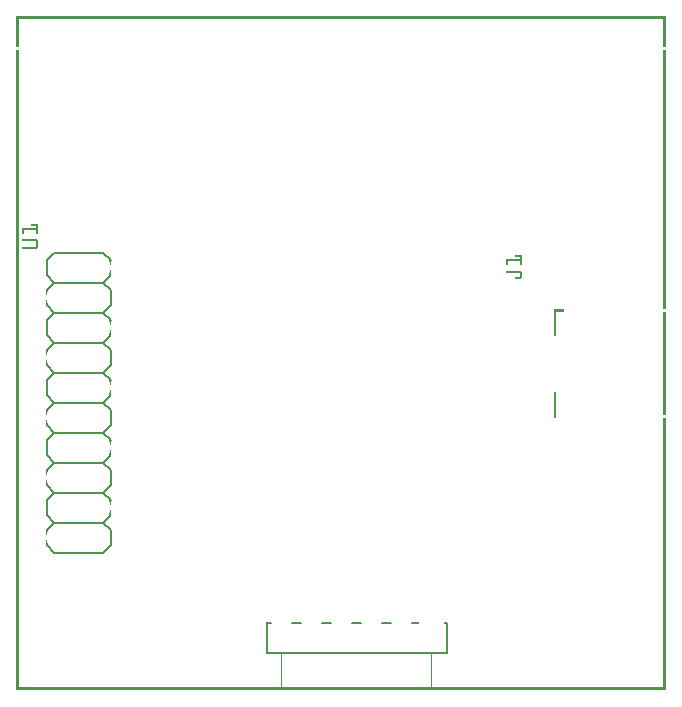
<source format=gto>
G04 MADE WITH FRITZING*
G04 WWW.FRITZING.ORG*
G04 DOUBLE SIDED*
G04 HOLES PLATED*
G04 CONTOUR ON CENTER OF CONTOUR VECTOR*
%ASAXBY*%
%FSLAX23Y23*%
%MOIN*%
%OFA0B0*%
%SFA1.0B1.0*%
%ADD10C,0.008000*%
%ADD11C,0.005000*%
%ADD12C,0.006000*%
%ADD13R,0.001000X0.001000*%
%LNSILK1*%
G90*
G70*
G54D10*
X1797Y1264D02*
X1797Y1181D01*
D02*
X1797Y910D02*
X1797Y992D01*
G54D11*
D02*
X1434Y222D02*
X1434Y122D01*
D02*
X834Y222D02*
X834Y122D01*
D02*
X834Y122D02*
X884Y122D01*
D02*
X884Y122D02*
X1384Y122D01*
D02*
X1384Y122D02*
X1434Y122D01*
G54D12*
D02*
X289Y457D02*
X314Y482D01*
D02*
X314Y532D02*
X289Y557D01*
D02*
X289Y557D02*
X314Y582D01*
D02*
X314Y632D02*
X289Y657D01*
D02*
X289Y657D02*
X314Y682D01*
D02*
X314Y732D02*
X289Y757D01*
D02*
X289Y757D02*
X314Y782D01*
D02*
X314Y832D02*
X289Y857D01*
D02*
X289Y857D02*
X314Y882D01*
D02*
X314Y932D02*
X289Y957D01*
D02*
X289Y957D02*
X314Y982D01*
D02*
X314Y1032D02*
X289Y1057D01*
D02*
X289Y457D02*
X127Y457D01*
D02*
X127Y457D02*
X102Y482D01*
D02*
X102Y532D02*
X127Y557D01*
D02*
X127Y557D02*
X102Y582D01*
D02*
X102Y582D02*
X102Y632D01*
D02*
X102Y632D02*
X127Y657D01*
D02*
X127Y657D02*
X102Y682D01*
D02*
X102Y732D02*
X127Y757D01*
D02*
X127Y757D02*
X102Y782D01*
D02*
X102Y782D02*
X102Y832D01*
D02*
X102Y832D02*
X127Y857D01*
D02*
X127Y857D02*
X102Y882D01*
D02*
X102Y932D02*
X127Y957D01*
D02*
X127Y957D02*
X102Y982D01*
D02*
X102Y982D02*
X102Y1032D01*
D02*
X102Y1032D02*
X127Y1057D01*
D02*
X127Y1057D02*
X102Y1082D01*
D02*
X102Y1132D02*
X127Y1157D01*
D02*
X127Y1157D02*
X102Y1182D01*
D02*
X102Y1182D02*
X102Y1232D01*
D02*
X102Y1232D02*
X127Y1257D01*
D02*
X127Y1257D02*
X102Y1282D01*
D02*
X102Y1332D02*
X127Y1357D01*
D02*
X289Y1357D02*
X314Y1332D01*
D02*
X289Y1257D02*
X314Y1282D01*
D02*
X289Y1257D02*
X314Y1232D01*
D02*
X289Y1157D02*
X314Y1182D01*
D02*
X289Y1157D02*
X314Y1132D01*
D02*
X289Y1057D02*
X314Y1082D01*
D02*
X127Y557D02*
X289Y557D01*
D02*
X127Y657D02*
X289Y657D01*
D02*
X127Y757D02*
X289Y757D01*
D02*
X127Y857D02*
X289Y857D01*
D02*
X127Y957D02*
X289Y957D01*
D02*
X127Y1057D02*
X289Y1057D01*
D02*
X127Y1157D02*
X289Y1157D01*
D02*
X127Y1257D02*
X289Y1257D01*
D02*
X127Y1357D02*
X289Y1357D01*
D02*
X314Y1282D02*
X314Y1332D01*
D02*
X314Y1082D02*
X314Y1132D01*
D02*
X314Y882D02*
X314Y932D01*
D02*
X314Y682D02*
X314Y732D01*
D02*
X314Y482D02*
X314Y532D01*
D02*
X127Y1357D02*
X102Y1382D01*
D02*
X102Y1382D02*
X102Y1432D01*
D02*
X102Y1432D02*
X127Y1457D01*
D02*
X289Y1457D02*
X314Y1432D01*
D02*
X289Y1357D02*
X314Y1382D01*
D02*
X127Y1457D02*
X289Y1457D01*
G54D13*
X0Y2244D02*
X2164Y2244D01*
X0Y2243D02*
X2164Y2243D01*
X0Y2242D02*
X2164Y2242D01*
X0Y2241D02*
X2164Y2241D01*
X0Y2240D02*
X2164Y2240D01*
X0Y2239D02*
X2164Y2239D01*
X0Y2238D02*
X2164Y2238D01*
X0Y2237D02*
X2164Y2237D01*
X0Y2236D02*
X7Y2236D01*
X2157Y2236D02*
X2164Y2236D01*
X0Y2235D02*
X7Y2235D01*
X2157Y2235D02*
X2164Y2235D01*
X0Y2234D02*
X7Y2234D01*
X2157Y2234D02*
X2164Y2234D01*
X0Y2233D02*
X7Y2233D01*
X2157Y2233D02*
X2164Y2233D01*
X0Y2232D02*
X7Y2232D01*
X2157Y2232D02*
X2164Y2232D01*
X0Y2231D02*
X7Y2231D01*
X2157Y2231D02*
X2164Y2231D01*
X0Y2230D02*
X7Y2230D01*
X2157Y2230D02*
X2164Y2230D01*
X0Y2229D02*
X7Y2229D01*
X2157Y2229D02*
X2164Y2229D01*
X0Y2228D02*
X7Y2228D01*
X2157Y2228D02*
X2164Y2228D01*
X0Y2227D02*
X7Y2227D01*
X2157Y2227D02*
X2164Y2227D01*
X0Y2226D02*
X7Y2226D01*
X2157Y2226D02*
X2164Y2226D01*
X0Y2225D02*
X7Y2225D01*
X2157Y2225D02*
X2164Y2225D01*
X0Y2224D02*
X7Y2224D01*
X2157Y2224D02*
X2164Y2224D01*
X0Y2223D02*
X7Y2223D01*
X2157Y2223D02*
X2164Y2223D01*
X0Y2222D02*
X7Y2222D01*
X2157Y2222D02*
X2164Y2222D01*
X0Y2221D02*
X7Y2221D01*
X2157Y2221D02*
X2164Y2221D01*
X0Y2220D02*
X7Y2220D01*
X2157Y2220D02*
X2164Y2220D01*
X0Y2219D02*
X7Y2219D01*
X2157Y2219D02*
X2164Y2219D01*
X0Y2218D02*
X7Y2218D01*
X2157Y2218D02*
X2164Y2218D01*
X0Y2217D02*
X7Y2217D01*
X2157Y2217D02*
X2164Y2217D01*
X0Y2216D02*
X7Y2216D01*
X2157Y2216D02*
X2164Y2216D01*
X0Y2215D02*
X7Y2215D01*
X2157Y2215D02*
X2164Y2215D01*
X0Y2214D02*
X7Y2214D01*
X2157Y2214D02*
X2164Y2214D01*
X0Y2213D02*
X7Y2213D01*
X2157Y2213D02*
X2164Y2213D01*
X0Y2212D02*
X7Y2212D01*
X2157Y2212D02*
X2164Y2212D01*
X0Y2211D02*
X7Y2211D01*
X2157Y2211D02*
X2164Y2211D01*
X0Y2210D02*
X7Y2210D01*
X2157Y2210D02*
X2164Y2210D01*
X0Y2209D02*
X7Y2209D01*
X2157Y2209D02*
X2164Y2209D01*
X0Y2208D02*
X7Y2208D01*
X2157Y2208D02*
X2164Y2208D01*
X0Y2207D02*
X7Y2207D01*
X2157Y2207D02*
X2164Y2207D01*
X0Y2206D02*
X7Y2206D01*
X2157Y2206D02*
X2164Y2206D01*
X0Y2205D02*
X7Y2205D01*
X2157Y2205D02*
X2164Y2205D01*
X0Y2204D02*
X7Y2204D01*
X2157Y2204D02*
X2164Y2204D01*
X0Y2203D02*
X7Y2203D01*
X2157Y2203D02*
X2164Y2203D01*
X0Y2202D02*
X7Y2202D01*
X2157Y2202D02*
X2164Y2202D01*
X0Y2201D02*
X7Y2201D01*
X2157Y2201D02*
X2164Y2201D01*
X0Y2200D02*
X7Y2200D01*
X2157Y2200D02*
X2164Y2200D01*
X0Y2199D02*
X7Y2199D01*
X2157Y2199D02*
X2164Y2199D01*
X0Y2198D02*
X7Y2198D01*
X2157Y2198D02*
X2164Y2198D01*
X0Y2197D02*
X7Y2197D01*
X2157Y2197D02*
X2164Y2197D01*
X0Y2196D02*
X7Y2196D01*
X2157Y2196D02*
X2164Y2196D01*
X0Y2195D02*
X7Y2195D01*
X2157Y2195D02*
X2164Y2195D01*
X0Y2194D02*
X7Y2194D01*
X2157Y2194D02*
X2164Y2194D01*
X0Y2193D02*
X7Y2193D01*
X2157Y2193D02*
X2164Y2193D01*
X0Y2192D02*
X7Y2192D01*
X2157Y2192D02*
X2164Y2192D01*
X0Y2191D02*
X7Y2191D01*
X2157Y2191D02*
X2164Y2191D01*
X0Y2190D02*
X7Y2190D01*
X2157Y2190D02*
X2164Y2190D01*
X0Y2189D02*
X7Y2189D01*
X2157Y2189D02*
X2164Y2189D01*
X0Y2188D02*
X7Y2188D01*
X2157Y2188D02*
X2164Y2188D01*
X0Y2187D02*
X7Y2187D01*
X2157Y2187D02*
X2164Y2187D01*
X0Y2186D02*
X7Y2186D01*
X2157Y2186D02*
X2164Y2186D01*
X0Y2185D02*
X7Y2185D01*
X2157Y2185D02*
X2164Y2185D01*
X0Y2184D02*
X7Y2184D01*
X2157Y2184D02*
X2164Y2184D01*
X0Y2183D02*
X7Y2183D01*
X2157Y2183D02*
X2164Y2183D01*
X0Y2182D02*
X7Y2182D01*
X2157Y2182D02*
X2164Y2182D01*
X0Y2181D02*
X7Y2181D01*
X2157Y2181D02*
X2164Y2181D01*
X0Y2180D02*
X7Y2180D01*
X2157Y2180D02*
X2164Y2180D01*
X0Y2179D02*
X7Y2179D01*
X2157Y2179D02*
X2164Y2179D01*
X0Y2178D02*
X7Y2178D01*
X2157Y2178D02*
X2164Y2178D01*
X0Y2177D02*
X7Y2177D01*
X2157Y2177D02*
X2164Y2177D01*
X0Y2176D02*
X7Y2176D01*
X2157Y2176D02*
X2164Y2176D01*
X0Y2175D02*
X7Y2175D01*
X2157Y2175D02*
X2164Y2175D01*
X0Y2174D02*
X7Y2174D01*
X2157Y2174D02*
X2164Y2174D01*
X0Y2173D02*
X7Y2173D01*
X2157Y2173D02*
X2164Y2173D01*
X0Y2172D02*
X7Y2172D01*
X2157Y2172D02*
X2164Y2172D01*
X0Y2171D02*
X7Y2171D01*
X2157Y2171D02*
X2164Y2171D01*
X0Y2170D02*
X7Y2170D01*
X2157Y2170D02*
X2164Y2170D01*
X0Y2169D02*
X7Y2169D01*
X2157Y2169D02*
X2164Y2169D01*
X0Y2168D02*
X7Y2168D01*
X2157Y2168D02*
X2164Y2168D01*
X0Y2167D02*
X7Y2167D01*
X2157Y2167D02*
X2164Y2167D01*
X0Y2166D02*
X7Y2166D01*
X2157Y2166D02*
X2164Y2166D01*
X0Y2165D02*
X7Y2165D01*
X2157Y2165D02*
X2164Y2165D01*
X0Y2164D02*
X7Y2164D01*
X2157Y2164D02*
X2164Y2164D01*
X0Y2163D02*
X7Y2163D01*
X2157Y2163D02*
X2164Y2163D01*
X0Y2162D02*
X7Y2162D01*
X2157Y2162D02*
X2164Y2162D01*
X0Y2161D02*
X7Y2161D01*
X2157Y2161D02*
X2164Y2161D01*
X0Y2160D02*
X7Y2160D01*
X2157Y2160D02*
X2164Y2160D01*
X0Y2159D02*
X7Y2159D01*
X2157Y2159D02*
X2164Y2159D01*
X0Y2158D02*
X7Y2158D01*
X2157Y2158D02*
X2164Y2158D01*
X0Y2157D02*
X7Y2157D01*
X2157Y2157D02*
X2164Y2157D01*
X0Y2156D02*
X7Y2156D01*
X2157Y2156D02*
X2164Y2156D01*
X0Y2155D02*
X7Y2155D01*
X2157Y2155D02*
X2164Y2155D01*
X0Y2154D02*
X7Y2154D01*
X2157Y2154D02*
X2164Y2154D01*
X0Y2153D02*
X7Y2153D01*
X2157Y2153D02*
X2164Y2153D01*
X0Y2152D02*
X7Y2152D01*
X2157Y2152D02*
X2164Y2152D01*
X0Y2151D02*
X7Y2151D01*
X2157Y2151D02*
X2164Y2151D01*
X0Y2150D02*
X7Y2150D01*
X2157Y2150D02*
X2164Y2150D01*
X0Y2149D02*
X7Y2149D01*
X2157Y2149D02*
X2164Y2149D01*
X0Y2148D02*
X7Y2148D01*
X2157Y2148D02*
X2164Y2148D01*
X0Y2147D02*
X7Y2147D01*
X2157Y2147D02*
X2164Y2147D01*
X0Y2146D02*
X7Y2146D01*
X2157Y2146D02*
X2164Y2146D01*
X0Y2145D02*
X7Y2145D01*
X2157Y2145D02*
X2164Y2145D01*
X0Y2144D02*
X7Y2144D01*
X2157Y2144D02*
X2164Y2144D01*
X0Y2133D02*
X7Y2133D01*
X2157Y2133D02*
X2164Y2133D01*
X0Y2132D02*
X7Y2132D01*
X2157Y2132D02*
X2164Y2132D01*
X0Y2131D02*
X7Y2131D01*
X2157Y2131D02*
X2164Y2131D01*
X0Y2130D02*
X7Y2130D01*
X2157Y2130D02*
X2164Y2130D01*
X0Y2129D02*
X7Y2129D01*
X2157Y2129D02*
X2164Y2129D01*
X0Y2128D02*
X7Y2128D01*
X2157Y2128D02*
X2164Y2128D01*
X0Y2127D02*
X7Y2127D01*
X2157Y2127D02*
X2164Y2127D01*
X0Y2126D02*
X7Y2126D01*
X2157Y2126D02*
X2164Y2126D01*
X0Y2125D02*
X7Y2125D01*
X2157Y2125D02*
X2164Y2125D01*
X0Y2124D02*
X7Y2124D01*
X2157Y2124D02*
X2164Y2124D01*
X0Y2123D02*
X7Y2123D01*
X2157Y2123D02*
X2164Y2123D01*
X0Y2122D02*
X7Y2122D01*
X2157Y2122D02*
X2164Y2122D01*
X0Y2121D02*
X7Y2121D01*
X2157Y2121D02*
X2164Y2121D01*
X0Y2120D02*
X7Y2120D01*
X2157Y2120D02*
X2164Y2120D01*
X0Y2119D02*
X7Y2119D01*
X2157Y2119D02*
X2164Y2119D01*
X0Y2118D02*
X7Y2118D01*
X2157Y2118D02*
X2164Y2118D01*
X0Y2117D02*
X7Y2117D01*
X2157Y2117D02*
X2164Y2117D01*
X0Y2116D02*
X7Y2116D01*
X2157Y2116D02*
X2164Y2116D01*
X0Y2115D02*
X7Y2115D01*
X2157Y2115D02*
X2164Y2115D01*
X0Y2114D02*
X7Y2114D01*
X2157Y2114D02*
X2164Y2114D01*
X0Y2113D02*
X7Y2113D01*
X2157Y2113D02*
X2164Y2113D01*
X0Y2112D02*
X7Y2112D01*
X2157Y2112D02*
X2164Y2112D01*
X0Y2111D02*
X7Y2111D01*
X2157Y2111D02*
X2164Y2111D01*
X0Y2110D02*
X7Y2110D01*
X2157Y2110D02*
X2164Y2110D01*
X0Y2109D02*
X7Y2109D01*
X2157Y2109D02*
X2164Y2109D01*
X0Y2108D02*
X7Y2108D01*
X2157Y2108D02*
X2164Y2108D01*
X0Y2107D02*
X7Y2107D01*
X2157Y2107D02*
X2164Y2107D01*
X0Y2106D02*
X7Y2106D01*
X2157Y2106D02*
X2164Y2106D01*
X0Y2105D02*
X7Y2105D01*
X2157Y2105D02*
X2164Y2105D01*
X0Y2104D02*
X7Y2104D01*
X2157Y2104D02*
X2164Y2104D01*
X0Y2103D02*
X7Y2103D01*
X2157Y2103D02*
X2164Y2103D01*
X0Y2102D02*
X7Y2102D01*
X2157Y2102D02*
X2164Y2102D01*
X0Y2101D02*
X7Y2101D01*
X2157Y2101D02*
X2164Y2101D01*
X0Y2100D02*
X7Y2100D01*
X2157Y2100D02*
X2164Y2100D01*
X0Y2099D02*
X7Y2099D01*
X2157Y2099D02*
X2164Y2099D01*
X0Y2098D02*
X7Y2098D01*
X2157Y2098D02*
X2164Y2098D01*
X0Y2097D02*
X7Y2097D01*
X2157Y2097D02*
X2164Y2097D01*
X0Y2096D02*
X7Y2096D01*
X2157Y2096D02*
X2164Y2096D01*
X0Y2095D02*
X7Y2095D01*
X2157Y2095D02*
X2164Y2095D01*
X0Y2094D02*
X7Y2094D01*
X2157Y2094D02*
X2164Y2094D01*
X0Y2093D02*
X7Y2093D01*
X2157Y2093D02*
X2164Y2093D01*
X0Y2092D02*
X7Y2092D01*
X2157Y2092D02*
X2164Y2092D01*
X0Y2091D02*
X7Y2091D01*
X2157Y2091D02*
X2164Y2091D01*
X0Y2090D02*
X7Y2090D01*
X2157Y2090D02*
X2164Y2090D01*
X0Y2089D02*
X7Y2089D01*
X2157Y2089D02*
X2164Y2089D01*
X0Y2088D02*
X7Y2088D01*
X2157Y2088D02*
X2164Y2088D01*
X0Y2087D02*
X7Y2087D01*
X2157Y2087D02*
X2164Y2087D01*
X0Y2086D02*
X7Y2086D01*
X2157Y2086D02*
X2164Y2086D01*
X0Y2085D02*
X7Y2085D01*
X2157Y2085D02*
X2164Y2085D01*
X0Y2084D02*
X7Y2084D01*
X2157Y2084D02*
X2164Y2084D01*
X0Y2083D02*
X7Y2083D01*
X2157Y2083D02*
X2164Y2083D01*
X0Y2082D02*
X7Y2082D01*
X2157Y2082D02*
X2164Y2082D01*
X0Y2081D02*
X7Y2081D01*
X2157Y2081D02*
X2164Y2081D01*
X0Y2080D02*
X7Y2080D01*
X2157Y2080D02*
X2164Y2080D01*
X0Y2079D02*
X7Y2079D01*
X2157Y2079D02*
X2164Y2079D01*
X0Y2078D02*
X7Y2078D01*
X2157Y2078D02*
X2164Y2078D01*
X0Y2077D02*
X7Y2077D01*
X2157Y2077D02*
X2164Y2077D01*
X0Y2076D02*
X7Y2076D01*
X2157Y2076D02*
X2164Y2076D01*
X0Y2075D02*
X7Y2075D01*
X2157Y2075D02*
X2164Y2075D01*
X0Y2074D02*
X7Y2074D01*
X2157Y2074D02*
X2164Y2074D01*
X0Y2073D02*
X7Y2073D01*
X2157Y2073D02*
X2164Y2073D01*
X0Y2072D02*
X7Y2072D01*
X2157Y2072D02*
X2164Y2072D01*
X0Y2071D02*
X7Y2071D01*
X2157Y2071D02*
X2164Y2071D01*
X0Y2070D02*
X7Y2070D01*
X2157Y2070D02*
X2164Y2070D01*
X0Y2069D02*
X7Y2069D01*
X2157Y2069D02*
X2164Y2069D01*
X0Y2068D02*
X7Y2068D01*
X2157Y2068D02*
X2164Y2068D01*
X0Y2067D02*
X7Y2067D01*
X2157Y2067D02*
X2164Y2067D01*
X0Y2066D02*
X7Y2066D01*
X2157Y2066D02*
X2164Y2066D01*
X0Y2065D02*
X7Y2065D01*
X2157Y2065D02*
X2164Y2065D01*
X0Y2064D02*
X7Y2064D01*
X2157Y2064D02*
X2164Y2064D01*
X0Y2063D02*
X7Y2063D01*
X2157Y2063D02*
X2164Y2063D01*
X0Y2062D02*
X7Y2062D01*
X2157Y2062D02*
X2164Y2062D01*
X0Y2061D02*
X7Y2061D01*
X2157Y2061D02*
X2164Y2061D01*
X0Y2060D02*
X7Y2060D01*
X2157Y2060D02*
X2164Y2060D01*
X0Y2059D02*
X7Y2059D01*
X2157Y2059D02*
X2164Y2059D01*
X0Y2058D02*
X7Y2058D01*
X2157Y2058D02*
X2164Y2058D01*
X0Y2057D02*
X7Y2057D01*
X2157Y2057D02*
X2164Y2057D01*
X0Y2056D02*
X7Y2056D01*
X2157Y2056D02*
X2164Y2056D01*
X0Y2055D02*
X7Y2055D01*
X2157Y2055D02*
X2164Y2055D01*
X0Y2054D02*
X7Y2054D01*
X2157Y2054D02*
X2164Y2054D01*
X0Y2053D02*
X7Y2053D01*
X2157Y2053D02*
X2164Y2053D01*
X0Y2052D02*
X7Y2052D01*
X2157Y2052D02*
X2164Y2052D01*
X0Y2051D02*
X7Y2051D01*
X2157Y2051D02*
X2164Y2051D01*
X0Y2050D02*
X7Y2050D01*
X2157Y2050D02*
X2164Y2050D01*
X0Y2049D02*
X7Y2049D01*
X2157Y2049D02*
X2164Y2049D01*
X0Y2048D02*
X7Y2048D01*
X2157Y2048D02*
X2164Y2048D01*
X0Y2047D02*
X7Y2047D01*
X2157Y2047D02*
X2164Y2047D01*
X0Y2046D02*
X7Y2046D01*
X2157Y2046D02*
X2164Y2046D01*
X0Y2045D02*
X7Y2045D01*
X2157Y2045D02*
X2164Y2045D01*
X0Y2044D02*
X7Y2044D01*
X2157Y2044D02*
X2164Y2044D01*
X0Y2043D02*
X7Y2043D01*
X2157Y2043D02*
X2164Y2043D01*
X0Y2042D02*
X7Y2042D01*
X2157Y2042D02*
X2164Y2042D01*
X0Y2041D02*
X7Y2041D01*
X2157Y2041D02*
X2164Y2041D01*
X0Y2040D02*
X7Y2040D01*
X2157Y2040D02*
X2164Y2040D01*
X0Y2039D02*
X7Y2039D01*
X2157Y2039D02*
X2164Y2039D01*
X0Y2038D02*
X7Y2038D01*
X2157Y2038D02*
X2164Y2038D01*
X0Y2037D02*
X7Y2037D01*
X2157Y2037D02*
X2164Y2037D01*
X0Y2036D02*
X7Y2036D01*
X2157Y2036D02*
X2164Y2036D01*
X0Y2035D02*
X7Y2035D01*
X2157Y2035D02*
X2164Y2035D01*
X0Y2034D02*
X7Y2034D01*
X2157Y2034D02*
X2164Y2034D01*
X0Y2033D02*
X7Y2033D01*
X2157Y2033D02*
X2164Y2033D01*
X0Y2032D02*
X7Y2032D01*
X2157Y2032D02*
X2164Y2032D01*
X0Y2031D02*
X7Y2031D01*
X2157Y2031D02*
X2164Y2031D01*
X0Y2030D02*
X7Y2030D01*
X2157Y2030D02*
X2164Y2030D01*
X0Y2029D02*
X7Y2029D01*
X2157Y2029D02*
X2164Y2029D01*
X0Y2028D02*
X7Y2028D01*
X2157Y2028D02*
X2164Y2028D01*
X0Y2027D02*
X7Y2027D01*
X2157Y2027D02*
X2164Y2027D01*
X0Y2026D02*
X7Y2026D01*
X2157Y2026D02*
X2164Y2026D01*
X0Y2025D02*
X7Y2025D01*
X2157Y2025D02*
X2164Y2025D01*
X0Y2024D02*
X7Y2024D01*
X2157Y2024D02*
X2164Y2024D01*
X0Y2023D02*
X7Y2023D01*
X2157Y2023D02*
X2164Y2023D01*
X0Y2022D02*
X7Y2022D01*
X2157Y2022D02*
X2164Y2022D01*
X0Y2021D02*
X7Y2021D01*
X2157Y2021D02*
X2164Y2021D01*
X0Y2020D02*
X7Y2020D01*
X2157Y2020D02*
X2164Y2020D01*
X0Y2019D02*
X7Y2019D01*
X2157Y2019D02*
X2164Y2019D01*
X0Y2018D02*
X7Y2018D01*
X2157Y2018D02*
X2164Y2018D01*
X0Y2017D02*
X7Y2017D01*
X2157Y2017D02*
X2164Y2017D01*
X0Y2016D02*
X7Y2016D01*
X2157Y2016D02*
X2164Y2016D01*
X0Y2015D02*
X7Y2015D01*
X2157Y2015D02*
X2164Y2015D01*
X0Y2014D02*
X7Y2014D01*
X2157Y2014D02*
X2164Y2014D01*
X0Y2013D02*
X7Y2013D01*
X2157Y2013D02*
X2164Y2013D01*
X0Y2012D02*
X7Y2012D01*
X2157Y2012D02*
X2164Y2012D01*
X0Y2011D02*
X7Y2011D01*
X2157Y2011D02*
X2164Y2011D01*
X0Y2010D02*
X7Y2010D01*
X2157Y2010D02*
X2164Y2010D01*
X0Y2009D02*
X7Y2009D01*
X2157Y2009D02*
X2164Y2009D01*
X0Y2008D02*
X7Y2008D01*
X2157Y2008D02*
X2164Y2008D01*
X0Y2007D02*
X7Y2007D01*
X2157Y2007D02*
X2164Y2007D01*
X0Y2006D02*
X7Y2006D01*
X2157Y2006D02*
X2164Y2006D01*
X0Y2005D02*
X7Y2005D01*
X2157Y2005D02*
X2164Y2005D01*
X0Y2004D02*
X7Y2004D01*
X2157Y2004D02*
X2164Y2004D01*
X0Y2003D02*
X7Y2003D01*
X2157Y2003D02*
X2164Y2003D01*
X0Y2002D02*
X7Y2002D01*
X2157Y2002D02*
X2164Y2002D01*
X0Y2001D02*
X7Y2001D01*
X2157Y2001D02*
X2164Y2001D01*
X0Y2000D02*
X7Y2000D01*
X2157Y2000D02*
X2164Y2000D01*
X0Y1999D02*
X7Y1999D01*
X2157Y1999D02*
X2164Y1999D01*
X0Y1998D02*
X7Y1998D01*
X2157Y1998D02*
X2164Y1998D01*
X0Y1997D02*
X7Y1997D01*
X2157Y1997D02*
X2164Y1997D01*
X0Y1996D02*
X7Y1996D01*
X2157Y1996D02*
X2164Y1996D01*
X0Y1995D02*
X7Y1995D01*
X2157Y1995D02*
X2164Y1995D01*
X0Y1994D02*
X7Y1994D01*
X2157Y1994D02*
X2164Y1994D01*
X0Y1993D02*
X7Y1993D01*
X2157Y1993D02*
X2164Y1993D01*
X0Y1992D02*
X7Y1992D01*
X2157Y1992D02*
X2164Y1992D01*
X0Y1991D02*
X7Y1991D01*
X2157Y1991D02*
X2164Y1991D01*
X0Y1990D02*
X7Y1990D01*
X2157Y1990D02*
X2164Y1990D01*
X0Y1989D02*
X7Y1989D01*
X2157Y1989D02*
X2164Y1989D01*
X0Y1988D02*
X7Y1988D01*
X2157Y1988D02*
X2164Y1988D01*
X0Y1987D02*
X7Y1987D01*
X2157Y1987D02*
X2164Y1987D01*
X0Y1986D02*
X7Y1986D01*
X2157Y1986D02*
X2164Y1986D01*
X0Y1985D02*
X7Y1985D01*
X2157Y1985D02*
X2164Y1985D01*
X0Y1984D02*
X7Y1984D01*
X2157Y1984D02*
X2164Y1984D01*
X0Y1983D02*
X7Y1983D01*
X2157Y1983D02*
X2164Y1983D01*
X0Y1982D02*
X7Y1982D01*
X2157Y1982D02*
X2164Y1982D01*
X0Y1981D02*
X7Y1981D01*
X2157Y1981D02*
X2164Y1981D01*
X0Y1980D02*
X7Y1980D01*
X2157Y1980D02*
X2164Y1980D01*
X0Y1979D02*
X7Y1979D01*
X2157Y1979D02*
X2164Y1979D01*
X0Y1978D02*
X7Y1978D01*
X2157Y1978D02*
X2164Y1978D01*
X0Y1977D02*
X7Y1977D01*
X2157Y1977D02*
X2164Y1977D01*
X0Y1976D02*
X7Y1976D01*
X2157Y1976D02*
X2164Y1976D01*
X0Y1975D02*
X7Y1975D01*
X2157Y1975D02*
X2164Y1975D01*
X0Y1974D02*
X7Y1974D01*
X2157Y1974D02*
X2164Y1974D01*
X0Y1973D02*
X7Y1973D01*
X2157Y1973D02*
X2164Y1973D01*
X0Y1972D02*
X7Y1972D01*
X2157Y1972D02*
X2164Y1972D01*
X0Y1971D02*
X7Y1971D01*
X2157Y1971D02*
X2164Y1971D01*
X0Y1970D02*
X7Y1970D01*
X2157Y1970D02*
X2164Y1970D01*
X0Y1969D02*
X7Y1969D01*
X2157Y1969D02*
X2164Y1969D01*
X0Y1968D02*
X7Y1968D01*
X2157Y1968D02*
X2164Y1968D01*
X0Y1967D02*
X7Y1967D01*
X2157Y1967D02*
X2164Y1967D01*
X0Y1966D02*
X7Y1966D01*
X2157Y1966D02*
X2164Y1966D01*
X0Y1965D02*
X7Y1965D01*
X2157Y1965D02*
X2164Y1965D01*
X0Y1964D02*
X7Y1964D01*
X2157Y1964D02*
X2164Y1964D01*
X0Y1963D02*
X7Y1963D01*
X2157Y1963D02*
X2164Y1963D01*
X0Y1962D02*
X7Y1962D01*
X2157Y1962D02*
X2164Y1962D01*
X0Y1961D02*
X7Y1961D01*
X2157Y1961D02*
X2164Y1961D01*
X0Y1960D02*
X7Y1960D01*
X2157Y1960D02*
X2164Y1960D01*
X0Y1959D02*
X7Y1959D01*
X2157Y1959D02*
X2164Y1959D01*
X0Y1958D02*
X7Y1958D01*
X2157Y1958D02*
X2164Y1958D01*
X0Y1957D02*
X7Y1957D01*
X2157Y1957D02*
X2164Y1957D01*
X0Y1956D02*
X7Y1956D01*
X2157Y1956D02*
X2164Y1956D01*
X0Y1955D02*
X7Y1955D01*
X2157Y1955D02*
X2164Y1955D01*
X0Y1954D02*
X7Y1954D01*
X2157Y1954D02*
X2164Y1954D01*
X0Y1953D02*
X7Y1953D01*
X2157Y1953D02*
X2164Y1953D01*
X0Y1952D02*
X7Y1952D01*
X2157Y1952D02*
X2164Y1952D01*
X0Y1951D02*
X7Y1951D01*
X2157Y1951D02*
X2164Y1951D01*
X0Y1950D02*
X7Y1950D01*
X2157Y1950D02*
X2164Y1950D01*
X0Y1949D02*
X7Y1949D01*
X2157Y1949D02*
X2164Y1949D01*
X0Y1948D02*
X7Y1948D01*
X2157Y1948D02*
X2164Y1948D01*
X0Y1947D02*
X7Y1947D01*
X2157Y1947D02*
X2164Y1947D01*
X0Y1946D02*
X7Y1946D01*
X2157Y1946D02*
X2164Y1946D01*
X0Y1945D02*
X7Y1945D01*
X2157Y1945D02*
X2164Y1945D01*
X0Y1944D02*
X7Y1944D01*
X2157Y1944D02*
X2164Y1944D01*
X0Y1943D02*
X7Y1943D01*
X2157Y1943D02*
X2164Y1943D01*
X0Y1942D02*
X7Y1942D01*
X2157Y1942D02*
X2164Y1942D01*
X0Y1941D02*
X7Y1941D01*
X2157Y1941D02*
X2164Y1941D01*
X0Y1940D02*
X7Y1940D01*
X2157Y1940D02*
X2164Y1940D01*
X0Y1939D02*
X7Y1939D01*
X2157Y1939D02*
X2164Y1939D01*
X0Y1938D02*
X7Y1938D01*
X2157Y1938D02*
X2164Y1938D01*
X0Y1937D02*
X7Y1937D01*
X2157Y1937D02*
X2164Y1937D01*
X0Y1936D02*
X7Y1936D01*
X2157Y1936D02*
X2164Y1936D01*
X0Y1935D02*
X7Y1935D01*
X2157Y1935D02*
X2164Y1935D01*
X0Y1934D02*
X7Y1934D01*
X2157Y1934D02*
X2164Y1934D01*
X0Y1933D02*
X7Y1933D01*
X2157Y1933D02*
X2164Y1933D01*
X0Y1932D02*
X7Y1932D01*
X2157Y1932D02*
X2164Y1932D01*
X0Y1931D02*
X7Y1931D01*
X2157Y1931D02*
X2164Y1931D01*
X0Y1930D02*
X7Y1930D01*
X2157Y1930D02*
X2164Y1930D01*
X0Y1929D02*
X7Y1929D01*
X2157Y1929D02*
X2164Y1929D01*
X0Y1928D02*
X7Y1928D01*
X2157Y1928D02*
X2164Y1928D01*
X0Y1927D02*
X7Y1927D01*
X2157Y1927D02*
X2164Y1927D01*
X0Y1926D02*
X7Y1926D01*
X2157Y1926D02*
X2164Y1926D01*
X0Y1925D02*
X7Y1925D01*
X2157Y1925D02*
X2164Y1925D01*
X0Y1924D02*
X7Y1924D01*
X2157Y1924D02*
X2164Y1924D01*
X0Y1923D02*
X7Y1923D01*
X2157Y1923D02*
X2164Y1923D01*
X0Y1922D02*
X7Y1922D01*
X2157Y1922D02*
X2164Y1922D01*
X0Y1921D02*
X7Y1921D01*
X2157Y1921D02*
X2164Y1921D01*
X0Y1920D02*
X7Y1920D01*
X2157Y1920D02*
X2164Y1920D01*
X0Y1919D02*
X7Y1919D01*
X2157Y1919D02*
X2164Y1919D01*
X0Y1918D02*
X7Y1918D01*
X2157Y1918D02*
X2164Y1918D01*
X0Y1917D02*
X7Y1917D01*
X2157Y1917D02*
X2164Y1917D01*
X0Y1916D02*
X7Y1916D01*
X2157Y1916D02*
X2164Y1916D01*
X0Y1915D02*
X7Y1915D01*
X2157Y1915D02*
X2164Y1915D01*
X0Y1914D02*
X7Y1914D01*
X2157Y1914D02*
X2164Y1914D01*
X0Y1913D02*
X7Y1913D01*
X2157Y1913D02*
X2164Y1913D01*
X0Y1912D02*
X7Y1912D01*
X2157Y1912D02*
X2164Y1912D01*
X0Y1911D02*
X7Y1911D01*
X2157Y1911D02*
X2164Y1911D01*
X0Y1910D02*
X7Y1910D01*
X2157Y1910D02*
X2164Y1910D01*
X0Y1909D02*
X7Y1909D01*
X2157Y1909D02*
X2164Y1909D01*
X0Y1908D02*
X7Y1908D01*
X2157Y1908D02*
X2164Y1908D01*
X0Y1907D02*
X7Y1907D01*
X2157Y1907D02*
X2164Y1907D01*
X0Y1906D02*
X7Y1906D01*
X2157Y1906D02*
X2164Y1906D01*
X0Y1905D02*
X7Y1905D01*
X2157Y1905D02*
X2164Y1905D01*
X0Y1904D02*
X7Y1904D01*
X2157Y1904D02*
X2164Y1904D01*
X0Y1903D02*
X7Y1903D01*
X2157Y1903D02*
X2164Y1903D01*
X0Y1902D02*
X7Y1902D01*
X2157Y1902D02*
X2164Y1902D01*
X0Y1901D02*
X7Y1901D01*
X2157Y1901D02*
X2164Y1901D01*
X0Y1900D02*
X7Y1900D01*
X2157Y1900D02*
X2164Y1900D01*
X0Y1899D02*
X7Y1899D01*
X2157Y1899D02*
X2164Y1899D01*
X0Y1898D02*
X7Y1898D01*
X2157Y1898D02*
X2164Y1898D01*
X0Y1897D02*
X7Y1897D01*
X2157Y1897D02*
X2164Y1897D01*
X0Y1896D02*
X7Y1896D01*
X2157Y1896D02*
X2164Y1896D01*
X0Y1895D02*
X7Y1895D01*
X2157Y1895D02*
X2164Y1895D01*
X0Y1894D02*
X7Y1894D01*
X2157Y1894D02*
X2164Y1894D01*
X0Y1893D02*
X7Y1893D01*
X2157Y1893D02*
X2164Y1893D01*
X0Y1892D02*
X7Y1892D01*
X2157Y1892D02*
X2164Y1892D01*
X0Y1891D02*
X7Y1891D01*
X2157Y1891D02*
X2164Y1891D01*
X0Y1890D02*
X7Y1890D01*
X2157Y1890D02*
X2164Y1890D01*
X0Y1889D02*
X7Y1889D01*
X2157Y1889D02*
X2164Y1889D01*
X0Y1888D02*
X7Y1888D01*
X2157Y1888D02*
X2164Y1888D01*
X0Y1887D02*
X7Y1887D01*
X2157Y1887D02*
X2164Y1887D01*
X0Y1886D02*
X7Y1886D01*
X2157Y1886D02*
X2164Y1886D01*
X0Y1885D02*
X7Y1885D01*
X2157Y1885D02*
X2164Y1885D01*
X0Y1884D02*
X7Y1884D01*
X2157Y1884D02*
X2164Y1884D01*
X0Y1883D02*
X7Y1883D01*
X2157Y1883D02*
X2164Y1883D01*
X0Y1882D02*
X7Y1882D01*
X2157Y1882D02*
X2164Y1882D01*
X0Y1881D02*
X7Y1881D01*
X2157Y1881D02*
X2164Y1881D01*
X0Y1880D02*
X7Y1880D01*
X2157Y1880D02*
X2164Y1880D01*
X0Y1879D02*
X7Y1879D01*
X2157Y1879D02*
X2164Y1879D01*
X0Y1878D02*
X7Y1878D01*
X2157Y1878D02*
X2164Y1878D01*
X0Y1877D02*
X7Y1877D01*
X2157Y1877D02*
X2164Y1877D01*
X0Y1876D02*
X7Y1876D01*
X2157Y1876D02*
X2164Y1876D01*
X0Y1875D02*
X7Y1875D01*
X2157Y1875D02*
X2164Y1875D01*
X0Y1874D02*
X7Y1874D01*
X2157Y1874D02*
X2164Y1874D01*
X0Y1873D02*
X7Y1873D01*
X2157Y1873D02*
X2164Y1873D01*
X0Y1872D02*
X7Y1872D01*
X2157Y1872D02*
X2164Y1872D01*
X0Y1871D02*
X7Y1871D01*
X2157Y1871D02*
X2164Y1871D01*
X0Y1870D02*
X7Y1870D01*
X2157Y1870D02*
X2164Y1870D01*
X0Y1869D02*
X7Y1869D01*
X2157Y1869D02*
X2164Y1869D01*
X0Y1868D02*
X7Y1868D01*
X2157Y1868D02*
X2164Y1868D01*
X0Y1867D02*
X7Y1867D01*
X2157Y1867D02*
X2164Y1867D01*
X0Y1866D02*
X7Y1866D01*
X2157Y1866D02*
X2164Y1866D01*
X0Y1865D02*
X7Y1865D01*
X2157Y1865D02*
X2164Y1865D01*
X0Y1864D02*
X7Y1864D01*
X2157Y1864D02*
X2164Y1864D01*
X0Y1863D02*
X7Y1863D01*
X2157Y1863D02*
X2164Y1863D01*
X0Y1862D02*
X7Y1862D01*
X2157Y1862D02*
X2164Y1862D01*
X0Y1861D02*
X7Y1861D01*
X2157Y1861D02*
X2164Y1861D01*
X0Y1860D02*
X7Y1860D01*
X2157Y1860D02*
X2164Y1860D01*
X0Y1859D02*
X7Y1859D01*
X2157Y1859D02*
X2164Y1859D01*
X0Y1858D02*
X7Y1858D01*
X2157Y1858D02*
X2164Y1858D01*
X0Y1857D02*
X7Y1857D01*
X2157Y1857D02*
X2164Y1857D01*
X0Y1856D02*
X7Y1856D01*
X2157Y1856D02*
X2164Y1856D01*
X0Y1855D02*
X7Y1855D01*
X2157Y1855D02*
X2164Y1855D01*
X0Y1854D02*
X7Y1854D01*
X2157Y1854D02*
X2164Y1854D01*
X0Y1853D02*
X7Y1853D01*
X2157Y1853D02*
X2164Y1853D01*
X0Y1852D02*
X7Y1852D01*
X2157Y1852D02*
X2164Y1852D01*
X0Y1851D02*
X7Y1851D01*
X2157Y1851D02*
X2164Y1851D01*
X0Y1850D02*
X7Y1850D01*
X2157Y1850D02*
X2164Y1850D01*
X0Y1849D02*
X7Y1849D01*
X2157Y1849D02*
X2164Y1849D01*
X0Y1848D02*
X7Y1848D01*
X2157Y1848D02*
X2164Y1848D01*
X0Y1847D02*
X7Y1847D01*
X2157Y1847D02*
X2164Y1847D01*
X0Y1846D02*
X7Y1846D01*
X2157Y1846D02*
X2164Y1846D01*
X0Y1845D02*
X7Y1845D01*
X2157Y1845D02*
X2164Y1845D01*
X0Y1844D02*
X7Y1844D01*
X2157Y1844D02*
X2164Y1844D01*
X0Y1843D02*
X7Y1843D01*
X2157Y1843D02*
X2164Y1843D01*
X0Y1842D02*
X7Y1842D01*
X2157Y1842D02*
X2164Y1842D01*
X0Y1841D02*
X7Y1841D01*
X2157Y1841D02*
X2164Y1841D01*
X0Y1840D02*
X7Y1840D01*
X2157Y1840D02*
X2164Y1840D01*
X0Y1839D02*
X7Y1839D01*
X2157Y1839D02*
X2164Y1839D01*
X0Y1838D02*
X7Y1838D01*
X2157Y1838D02*
X2164Y1838D01*
X0Y1837D02*
X7Y1837D01*
X2157Y1837D02*
X2164Y1837D01*
X0Y1836D02*
X7Y1836D01*
X2157Y1836D02*
X2164Y1836D01*
X0Y1835D02*
X7Y1835D01*
X2157Y1835D02*
X2164Y1835D01*
X0Y1834D02*
X7Y1834D01*
X2157Y1834D02*
X2164Y1834D01*
X0Y1833D02*
X7Y1833D01*
X2157Y1833D02*
X2164Y1833D01*
X0Y1832D02*
X7Y1832D01*
X2157Y1832D02*
X2164Y1832D01*
X0Y1831D02*
X7Y1831D01*
X2157Y1831D02*
X2164Y1831D01*
X0Y1830D02*
X7Y1830D01*
X2157Y1830D02*
X2164Y1830D01*
X0Y1829D02*
X7Y1829D01*
X2157Y1829D02*
X2164Y1829D01*
X0Y1828D02*
X7Y1828D01*
X2157Y1828D02*
X2164Y1828D01*
X0Y1827D02*
X7Y1827D01*
X2157Y1827D02*
X2164Y1827D01*
X0Y1826D02*
X7Y1826D01*
X2157Y1826D02*
X2164Y1826D01*
X0Y1825D02*
X7Y1825D01*
X2157Y1825D02*
X2164Y1825D01*
X0Y1824D02*
X7Y1824D01*
X2157Y1824D02*
X2164Y1824D01*
X0Y1823D02*
X7Y1823D01*
X2157Y1823D02*
X2164Y1823D01*
X0Y1822D02*
X7Y1822D01*
X2157Y1822D02*
X2164Y1822D01*
X0Y1821D02*
X7Y1821D01*
X2157Y1821D02*
X2164Y1821D01*
X0Y1820D02*
X7Y1820D01*
X2157Y1820D02*
X2164Y1820D01*
X0Y1819D02*
X7Y1819D01*
X2157Y1819D02*
X2164Y1819D01*
X0Y1818D02*
X7Y1818D01*
X2157Y1818D02*
X2164Y1818D01*
X0Y1817D02*
X7Y1817D01*
X2157Y1817D02*
X2164Y1817D01*
X0Y1816D02*
X7Y1816D01*
X2157Y1816D02*
X2164Y1816D01*
X0Y1815D02*
X7Y1815D01*
X2157Y1815D02*
X2164Y1815D01*
X0Y1814D02*
X7Y1814D01*
X2157Y1814D02*
X2164Y1814D01*
X0Y1813D02*
X7Y1813D01*
X2157Y1813D02*
X2164Y1813D01*
X0Y1812D02*
X7Y1812D01*
X2157Y1812D02*
X2164Y1812D01*
X0Y1811D02*
X7Y1811D01*
X2157Y1811D02*
X2164Y1811D01*
X0Y1810D02*
X7Y1810D01*
X2157Y1810D02*
X2164Y1810D01*
X0Y1809D02*
X7Y1809D01*
X2157Y1809D02*
X2164Y1809D01*
X0Y1808D02*
X7Y1808D01*
X2157Y1808D02*
X2164Y1808D01*
X0Y1807D02*
X7Y1807D01*
X2157Y1807D02*
X2164Y1807D01*
X0Y1806D02*
X7Y1806D01*
X2157Y1806D02*
X2164Y1806D01*
X0Y1805D02*
X7Y1805D01*
X2157Y1805D02*
X2164Y1805D01*
X0Y1804D02*
X7Y1804D01*
X2157Y1804D02*
X2164Y1804D01*
X0Y1803D02*
X7Y1803D01*
X2157Y1803D02*
X2164Y1803D01*
X0Y1802D02*
X7Y1802D01*
X2157Y1802D02*
X2164Y1802D01*
X0Y1801D02*
X7Y1801D01*
X2157Y1801D02*
X2164Y1801D01*
X0Y1800D02*
X7Y1800D01*
X2157Y1800D02*
X2164Y1800D01*
X0Y1799D02*
X7Y1799D01*
X2157Y1799D02*
X2164Y1799D01*
X0Y1798D02*
X7Y1798D01*
X2157Y1798D02*
X2164Y1798D01*
X0Y1797D02*
X7Y1797D01*
X2157Y1797D02*
X2164Y1797D01*
X0Y1796D02*
X7Y1796D01*
X2157Y1796D02*
X2164Y1796D01*
X0Y1795D02*
X7Y1795D01*
X2157Y1795D02*
X2164Y1795D01*
X0Y1794D02*
X7Y1794D01*
X2157Y1794D02*
X2164Y1794D01*
X0Y1793D02*
X7Y1793D01*
X2157Y1793D02*
X2164Y1793D01*
X0Y1792D02*
X7Y1792D01*
X2157Y1792D02*
X2164Y1792D01*
X0Y1791D02*
X7Y1791D01*
X2157Y1791D02*
X2164Y1791D01*
X0Y1790D02*
X7Y1790D01*
X2157Y1790D02*
X2164Y1790D01*
X0Y1789D02*
X7Y1789D01*
X2157Y1789D02*
X2164Y1789D01*
X0Y1788D02*
X7Y1788D01*
X2157Y1788D02*
X2164Y1788D01*
X0Y1787D02*
X7Y1787D01*
X2157Y1787D02*
X2164Y1787D01*
X0Y1786D02*
X7Y1786D01*
X2157Y1786D02*
X2164Y1786D01*
X0Y1785D02*
X7Y1785D01*
X2157Y1785D02*
X2164Y1785D01*
X0Y1784D02*
X7Y1784D01*
X2157Y1784D02*
X2164Y1784D01*
X0Y1783D02*
X7Y1783D01*
X2157Y1783D02*
X2164Y1783D01*
X0Y1782D02*
X7Y1782D01*
X2157Y1782D02*
X2164Y1782D01*
X0Y1781D02*
X7Y1781D01*
X2157Y1781D02*
X2164Y1781D01*
X0Y1780D02*
X7Y1780D01*
X2157Y1780D02*
X2164Y1780D01*
X0Y1779D02*
X7Y1779D01*
X2157Y1779D02*
X2164Y1779D01*
X0Y1778D02*
X7Y1778D01*
X2157Y1778D02*
X2164Y1778D01*
X0Y1777D02*
X7Y1777D01*
X2157Y1777D02*
X2164Y1777D01*
X0Y1776D02*
X7Y1776D01*
X2157Y1776D02*
X2164Y1776D01*
X0Y1775D02*
X7Y1775D01*
X2157Y1775D02*
X2164Y1775D01*
X0Y1774D02*
X7Y1774D01*
X2157Y1774D02*
X2164Y1774D01*
X0Y1773D02*
X7Y1773D01*
X2157Y1773D02*
X2164Y1773D01*
X0Y1772D02*
X7Y1772D01*
X2157Y1772D02*
X2164Y1772D01*
X0Y1771D02*
X7Y1771D01*
X2157Y1771D02*
X2164Y1771D01*
X0Y1770D02*
X7Y1770D01*
X2157Y1770D02*
X2164Y1770D01*
X0Y1769D02*
X7Y1769D01*
X2157Y1769D02*
X2164Y1769D01*
X0Y1768D02*
X7Y1768D01*
X2157Y1768D02*
X2164Y1768D01*
X0Y1767D02*
X7Y1767D01*
X2157Y1767D02*
X2164Y1767D01*
X0Y1766D02*
X7Y1766D01*
X2157Y1766D02*
X2164Y1766D01*
X0Y1765D02*
X7Y1765D01*
X2157Y1765D02*
X2164Y1765D01*
X0Y1764D02*
X7Y1764D01*
X2157Y1764D02*
X2164Y1764D01*
X0Y1763D02*
X7Y1763D01*
X2157Y1763D02*
X2164Y1763D01*
X0Y1762D02*
X7Y1762D01*
X2157Y1762D02*
X2164Y1762D01*
X0Y1761D02*
X7Y1761D01*
X2157Y1761D02*
X2164Y1761D01*
X0Y1760D02*
X7Y1760D01*
X2157Y1760D02*
X2164Y1760D01*
X0Y1759D02*
X7Y1759D01*
X2157Y1759D02*
X2164Y1759D01*
X0Y1758D02*
X7Y1758D01*
X2157Y1758D02*
X2164Y1758D01*
X0Y1757D02*
X7Y1757D01*
X2157Y1757D02*
X2164Y1757D01*
X0Y1756D02*
X7Y1756D01*
X2157Y1756D02*
X2164Y1756D01*
X0Y1755D02*
X7Y1755D01*
X2157Y1755D02*
X2164Y1755D01*
X0Y1754D02*
X7Y1754D01*
X2157Y1754D02*
X2164Y1754D01*
X0Y1753D02*
X7Y1753D01*
X2157Y1753D02*
X2164Y1753D01*
X0Y1752D02*
X7Y1752D01*
X2157Y1752D02*
X2164Y1752D01*
X0Y1751D02*
X7Y1751D01*
X2157Y1751D02*
X2164Y1751D01*
X0Y1750D02*
X7Y1750D01*
X2157Y1750D02*
X2164Y1750D01*
X0Y1749D02*
X7Y1749D01*
X2157Y1749D02*
X2164Y1749D01*
X0Y1748D02*
X7Y1748D01*
X2157Y1748D02*
X2164Y1748D01*
X0Y1747D02*
X7Y1747D01*
X2157Y1747D02*
X2164Y1747D01*
X0Y1746D02*
X7Y1746D01*
X2157Y1746D02*
X2164Y1746D01*
X0Y1745D02*
X7Y1745D01*
X2157Y1745D02*
X2164Y1745D01*
X0Y1744D02*
X7Y1744D01*
X2157Y1744D02*
X2164Y1744D01*
X0Y1743D02*
X7Y1743D01*
X2157Y1743D02*
X2164Y1743D01*
X0Y1742D02*
X7Y1742D01*
X2157Y1742D02*
X2164Y1742D01*
X0Y1741D02*
X7Y1741D01*
X2157Y1741D02*
X2164Y1741D01*
X0Y1740D02*
X7Y1740D01*
X2157Y1740D02*
X2164Y1740D01*
X0Y1739D02*
X7Y1739D01*
X2157Y1739D02*
X2164Y1739D01*
X0Y1738D02*
X7Y1738D01*
X2157Y1738D02*
X2164Y1738D01*
X0Y1737D02*
X7Y1737D01*
X2157Y1737D02*
X2164Y1737D01*
X0Y1736D02*
X7Y1736D01*
X2157Y1736D02*
X2164Y1736D01*
X0Y1735D02*
X7Y1735D01*
X2157Y1735D02*
X2164Y1735D01*
X0Y1734D02*
X7Y1734D01*
X2157Y1734D02*
X2164Y1734D01*
X0Y1733D02*
X7Y1733D01*
X2157Y1733D02*
X2164Y1733D01*
X0Y1732D02*
X7Y1732D01*
X2157Y1732D02*
X2164Y1732D01*
X0Y1731D02*
X7Y1731D01*
X2157Y1731D02*
X2164Y1731D01*
X0Y1730D02*
X7Y1730D01*
X2157Y1730D02*
X2164Y1730D01*
X0Y1729D02*
X7Y1729D01*
X2157Y1729D02*
X2164Y1729D01*
X0Y1728D02*
X7Y1728D01*
X2157Y1728D02*
X2164Y1728D01*
X0Y1727D02*
X7Y1727D01*
X2157Y1727D02*
X2164Y1727D01*
X0Y1726D02*
X7Y1726D01*
X2157Y1726D02*
X2164Y1726D01*
X0Y1725D02*
X7Y1725D01*
X2157Y1725D02*
X2164Y1725D01*
X0Y1724D02*
X7Y1724D01*
X2157Y1724D02*
X2164Y1724D01*
X0Y1723D02*
X7Y1723D01*
X2157Y1723D02*
X2164Y1723D01*
X0Y1722D02*
X7Y1722D01*
X2157Y1722D02*
X2164Y1722D01*
X0Y1721D02*
X7Y1721D01*
X2157Y1721D02*
X2164Y1721D01*
X0Y1720D02*
X7Y1720D01*
X2157Y1720D02*
X2164Y1720D01*
X0Y1719D02*
X7Y1719D01*
X2157Y1719D02*
X2164Y1719D01*
X0Y1718D02*
X7Y1718D01*
X2157Y1718D02*
X2164Y1718D01*
X0Y1717D02*
X7Y1717D01*
X2157Y1717D02*
X2164Y1717D01*
X0Y1716D02*
X7Y1716D01*
X2157Y1716D02*
X2164Y1716D01*
X0Y1715D02*
X7Y1715D01*
X2157Y1715D02*
X2164Y1715D01*
X0Y1714D02*
X7Y1714D01*
X2157Y1714D02*
X2164Y1714D01*
X0Y1713D02*
X7Y1713D01*
X2157Y1713D02*
X2164Y1713D01*
X0Y1712D02*
X7Y1712D01*
X2157Y1712D02*
X2164Y1712D01*
X0Y1711D02*
X7Y1711D01*
X2157Y1711D02*
X2164Y1711D01*
X0Y1710D02*
X7Y1710D01*
X2157Y1710D02*
X2164Y1710D01*
X0Y1709D02*
X7Y1709D01*
X2157Y1709D02*
X2164Y1709D01*
X0Y1708D02*
X7Y1708D01*
X2157Y1708D02*
X2164Y1708D01*
X0Y1707D02*
X7Y1707D01*
X2157Y1707D02*
X2164Y1707D01*
X0Y1706D02*
X7Y1706D01*
X2157Y1706D02*
X2164Y1706D01*
X0Y1705D02*
X7Y1705D01*
X2157Y1705D02*
X2164Y1705D01*
X0Y1704D02*
X7Y1704D01*
X2157Y1704D02*
X2164Y1704D01*
X0Y1703D02*
X7Y1703D01*
X2157Y1703D02*
X2164Y1703D01*
X0Y1702D02*
X7Y1702D01*
X2157Y1702D02*
X2164Y1702D01*
X0Y1701D02*
X7Y1701D01*
X2157Y1701D02*
X2164Y1701D01*
X0Y1700D02*
X7Y1700D01*
X2157Y1700D02*
X2164Y1700D01*
X0Y1699D02*
X7Y1699D01*
X2157Y1699D02*
X2164Y1699D01*
X0Y1698D02*
X7Y1698D01*
X2157Y1698D02*
X2164Y1698D01*
X0Y1697D02*
X7Y1697D01*
X2157Y1697D02*
X2164Y1697D01*
X0Y1696D02*
X7Y1696D01*
X2157Y1696D02*
X2164Y1696D01*
X0Y1695D02*
X7Y1695D01*
X2157Y1695D02*
X2164Y1695D01*
X0Y1694D02*
X7Y1694D01*
X2157Y1694D02*
X2164Y1694D01*
X0Y1693D02*
X7Y1693D01*
X2157Y1693D02*
X2164Y1693D01*
X0Y1692D02*
X7Y1692D01*
X2157Y1692D02*
X2164Y1692D01*
X0Y1691D02*
X7Y1691D01*
X2157Y1691D02*
X2164Y1691D01*
X0Y1690D02*
X7Y1690D01*
X2157Y1690D02*
X2164Y1690D01*
X0Y1689D02*
X7Y1689D01*
X2157Y1689D02*
X2164Y1689D01*
X0Y1688D02*
X7Y1688D01*
X2157Y1688D02*
X2164Y1688D01*
X0Y1687D02*
X7Y1687D01*
X2157Y1687D02*
X2164Y1687D01*
X0Y1686D02*
X7Y1686D01*
X2157Y1686D02*
X2164Y1686D01*
X0Y1685D02*
X7Y1685D01*
X2157Y1685D02*
X2164Y1685D01*
X0Y1684D02*
X7Y1684D01*
X2157Y1684D02*
X2164Y1684D01*
X0Y1683D02*
X7Y1683D01*
X2157Y1683D02*
X2164Y1683D01*
X0Y1682D02*
X7Y1682D01*
X2157Y1682D02*
X2164Y1682D01*
X0Y1681D02*
X7Y1681D01*
X2157Y1681D02*
X2164Y1681D01*
X0Y1680D02*
X7Y1680D01*
X2157Y1680D02*
X2164Y1680D01*
X0Y1679D02*
X7Y1679D01*
X2157Y1679D02*
X2164Y1679D01*
X0Y1678D02*
X7Y1678D01*
X2157Y1678D02*
X2164Y1678D01*
X0Y1677D02*
X7Y1677D01*
X2157Y1677D02*
X2164Y1677D01*
X0Y1676D02*
X7Y1676D01*
X2157Y1676D02*
X2164Y1676D01*
X0Y1675D02*
X7Y1675D01*
X2157Y1675D02*
X2164Y1675D01*
X0Y1674D02*
X7Y1674D01*
X2157Y1674D02*
X2164Y1674D01*
X0Y1673D02*
X7Y1673D01*
X2157Y1673D02*
X2164Y1673D01*
X0Y1672D02*
X7Y1672D01*
X2157Y1672D02*
X2164Y1672D01*
X0Y1671D02*
X7Y1671D01*
X2157Y1671D02*
X2164Y1671D01*
X0Y1670D02*
X7Y1670D01*
X2157Y1670D02*
X2164Y1670D01*
X0Y1669D02*
X7Y1669D01*
X2157Y1669D02*
X2164Y1669D01*
X0Y1668D02*
X7Y1668D01*
X2157Y1668D02*
X2164Y1668D01*
X0Y1667D02*
X7Y1667D01*
X2157Y1667D02*
X2164Y1667D01*
X0Y1666D02*
X7Y1666D01*
X2157Y1666D02*
X2164Y1666D01*
X0Y1665D02*
X7Y1665D01*
X2157Y1665D02*
X2164Y1665D01*
X0Y1664D02*
X7Y1664D01*
X2157Y1664D02*
X2164Y1664D01*
X0Y1663D02*
X7Y1663D01*
X2157Y1663D02*
X2164Y1663D01*
X0Y1662D02*
X7Y1662D01*
X2157Y1662D02*
X2164Y1662D01*
X0Y1661D02*
X7Y1661D01*
X2157Y1661D02*
X2164Y1661D01*
X0Y1660D02*
X7Y1660D01*
X2157Y1660D02*
X2164Y1660D01*
X0Y1659D02*
X7Y1659D01*
X2157Y1659D02*
X2164Y1659D01*
X0Y1658D02*
X7Y1658D01*
X2157Y1658D02*
X2164Y1658D01*
X0Y1657D02*
X7Y1657D01*
X2157Y1657D02*
X2164Y1657D01*
X0Y1656D02*
X7Y1656D01*
X2157Y1656D02*
X2164Y1656D01*
X0Y1655D02*
X7Y1655D01*
X2157Y1655D02*
X2164Y1655D01*
X0Y1654D02*
X7Y1654D01*
X2157Y1654D02*
X2164Y1654D01*
X0Y1653D02*
X7Y1653D01*
X2157Y1653D02*
X2164Y1653D01*
X0Y1652D02*
X7Y1652D01*
X2157Y1652D02*
X2164Y1652D01*
X0Y1651D02*
X7Y1651D01*
X2157Y1651D02*
X2164Y1651D01*
X0Y1650D02*
X7Y1650D01*
X2157Y1650D02*
X2164Y1650D01*
X0Y1649D02*
X7Y1649D01*
X2157Y1649D02*
X2164Y1649D01*
X0Y1648D02*
X7Y1648D01*
X2157Y1648D02*
X2164Y1648D01*
X0Y1647D02*
X7Y1647D01*
X2157Y1647D02*
X2164Y1647D01*
X0Y1646D02*
X7Y1646D01*
X2157Y1646D02*
X2164Y1646D01*
X0Y1645D02*
X7Y1645D01*
X2157Y1645D02*
X2164Y1645D01*
X0Y1644D02*
X7Y1644D01*
X2157Y1644D02*
X2164Y1644D01*
X0Y1643D02*
X7Y1643D01*
X2157Y1643D02*
X2164Y1643D01*
X0Y1642D02*
X7Y1642D01*
X2157Y1642D02*
X2164Y1642D01*
X0Y1641D02*
X7Y1641D01*
X2157Y1641D02*
X2164Y1641D01*
X0Y1640D02*
X7Y1640D01*
X2157Y1640D02*
X2164Y1640D01*
X0Y1639D02*
X7Y1639D01*
X2157Y1639D02*
X2164Y1639D01*
X0Y1638D02*
X7Y1638D01*
X2157Y1638D02*
X2164Y1638D01*
X0Y1637D02*
X7Y1637D01*
X2157Y1637D02*
X2164Y1637D01*
X0Y1636D02*
X7Y1636D01*
X2157Y1636D02*
X2164Y1636D01*
X0Y1635D02*
X7Y1635D01*
X2157Y1635D02*
X2164Y1635D01*
X0Y1634D02*
X7Y1634D01*
X2157Y1634D02*
X2164Y1634D01*
X0Y1633D02*
X7Y1633D01*
X2157Y1633D02*
X2164Y1633D01*
X0Y1632D02*
X7Y1632D01*
X2157Y1632D02*
X2164Y1632D01*
X0Y1631D02*
X7Y1631D01*
X2157Y1631D02*
X2164Y1631D01*
X0Y1630D02*
X7Y1630D01*
X2157Y1630D02*
X2164Y1630D01*
X0Y1629D02*
X7Y1629D01*
X2157Y1629D02*
X2164Y1629D01*
X0Y1628D02*
X7Y1628D01*
X2157Y1628D02*
X2164Y1628D01*
X0Y1627D02*
X7Y1627D01*
X2157Y1627D02*
X2164Y1627D01*
X0Y1626D02*
X7Y1626D01*
X2157Y1626D02*
X2164Y1626D01*
X0Y1625D02*
X7Y1625D01*
X2157Y1625D02*
X2164Y1625D01*
X0Y1624D02*
X7Y1624D01*
X2157Y1624D02*
X2164Y1624D01*
X0Y1623D02*
X7Y1623D01*
X2157Y1623D02*
X2164Y1623D01*
X0Y1622D02*
X7Y1622D01*
X2157Y1622D02*
X2164Y1622D01*
X0Y1621D02*
X7Y1621D01*
X2157Y1621D02*
X2164Y1621D01*
X0Y1620D02*
X7Y1620D01*
X2157Y1620D02*
X2164Y1620D01*
X0Y1619D02*
X7Y1619D01*
X2157Y1619D02*
X2164Y1619D01*
X0Y1618D02*
X7Y1618D01*
X2157Y1618D02*
X2164Y1618D01*
X0Y1617D02*
X7Y1617D01*
X2157Y1617D02*
X2164Y1617D01*
X0Y1616D02*
X7Y1616D01*
X2157Y1616D02*
X2164Y1616D01*
X0Y1615D02*
X7Y1615D01*
X2157Y1615D02*
X2164Y1615D01*
X0Y1614D02*
X7Y1614D01*
X2157Y1614D02*
X2164Y1614D01*
X0Y1613D02*
X7Y1613D01*
X2157Y1613D02*
X2164Y1613D01*
X0Y1612D02*
X7Y1612D01*
X2157Y1612D02*
X2164Y1612D01*
X0Y1611D02*
X7Y1611D01*
X2157Y1611D02*
X2164Y1611D01*
X0Y1610D02*
X7Y1610D01*
X2157Y1610D02*
X2164Y1610D01*
X0Y1609D02*
X7Y1609D01*
X2157Y1609D02*
X2164Y1609D01*
X0Y1608D02*
X7Y1608D01*
X2157Y1608D02*
X2164Y1608D01*
X0Y1607D02*
X7Y1607D01*
X2157Y1607D02*
X2164Y1607D01*
X0Y1606D02*
X7Y1606D01*
X2157Y1606D02*
X2164Y1606D01*
X0Y1605D02*
X7Y1605D01*
X2157Y1605D02*
X2164Y1605D01*
X0Y1604D02*
X7Y1604D01*
X2157Y1604D02*
X2164Y1604D01*
X0Y1603D02*
X7Y1603D01*
X2157Y1603D02*
X2164Y1603D01*
X0Y1602D02*
X7Y1602D01*
X2157Y1602D02*
X2164Y1602D01*
X0Y1601D02*
X7Y1601D01*
X2157Y1601D02*
X2164Y1601D01*
X0Y1600D02*
X7Y1600D01*
X2157Y1600D02*
X2164Y1600D01*
X0Y1599D02*
X7Y1599D01*
X2157Y1599D02*
X2164Y1599D01*
X0Y1598D02*
X7Y1598D01*
X2157Y1598D02*
X2164Y1598D01*
X0Y1597D02*
X7Y1597D01*
X2157Y1597D02*
X2164Y1597D01*
X0Y1596D02*
X7Y1596D01*
X2157Y1596D02*
X2164Y1596D01*
X0Y1595D02*
X7Y1595D01*
X2157Y1595D02*
X2164Y1595D01*
X0Y1594D02*
X7Y1594D01*
X2157Y1594D02*
X2164Y1594D01*
X0Y1593D02*
X7Y1593D01*
X2157Y1593D02*
X2164Y1593D01*
X0Y1592D02*
X7Y1592D01*
X2157Y1592D02*
X2164Y1592D01*
X0Y1591D02*
X7Y1591D01*
X2157Y1591D02*
X2164Y1591D01*
X0Y1590D02*
X7Y1590D01*
X2157Y1590D02*
X2164Y1590D01*
X0Y1589D02*
X7Y1589D01*
X2157Y1589D02*
X2164Y1589D01*
X0Y1588D02*
X7Y1588D01*
X2157Y1588D02*
X2164Y1588D01*
X0Y1587D02*
X7Y1587D01*
X2157Y1587D02*
X2164Y1587D01*
X0Y1586D02*
X7Y1586D01*
X2157Y1586D02*
X2164Y1586D01*
X0Y1585D02*
X7Y1585D01*
X2157Y1585D02*
X2164Y1585D01*
X0Y1584D02*
X7Y1584D01*
X2157Y1584D02*
X2164Y1584D01*
X0Y1583D02*
X7Y1583D01*
X2157Y1583D02*
X2164Y1583D01*
X0Y1582D02*
X7Y1582D01*
X2157Y1582D02*
X2164Y1582D01*
X0Y1581D02*
X7Y1581D01*
X2157Y1581D02*
X2164Y1581D01*
X0Y1580D02*
X7Y1580D01*
X2157Y1580D02*
X2164Y1580D01*
X0Y1579D02*
X7Y1579D01*
X2157Y1579D02*
X2164Y1579D01*
X0Y1578D02*
X7Y1578D01*
X2157Y1578D02*
X2164Y1578D01*
X0Y1577D02*
X7Y1577D01*
X2157Y1577D02*
X2164Y1577D01*
X0Y1576D02*
X7Y1576D01*
X2157Y1576D02*
X2164Y1576D01*
X0Y1575D02*
X7Y1575D01*
X2157Y1575D02*
X2164Y1575D01*
X0Y1574D02*
X7Y1574D01*
X2157Y1574D02*
X2164Y1574D01*
X0Y1573D02*
X7Y1573D01*
X2157Y1573D02*
X2164Y1573D01*
X0Y1572D02*
X7Y1572D01*
X2157Y1572D02*
X2164Y1572D01*
X0Y1571D02*
X7Y1571D01*
X2157Y1571D02*
X2164Y1571D01*
X0Y1570D02*
X7Y1570D01*
X2157Y1570D02*
X2164Y1570D01*
X0Y1569D02*
X7Y1569D01*
X2157Y1569D02*
X2164Y1569D01*
X0Y1568D02*
X7Y1568D01*
X2157Y1568D02*
X2164Y1568D01*
X0Y1567D02*
X7Y1567D01*
X2157Y1567D02*
X2164Y1567D01*
X0Y1566D02*
X7Y1566D01*
X2157Y1566D02*
X2164Y1566D01*
X0Y1565D02*
X7Y1565D01*
X2157Y1565D02*
X2164Y1565D01*
X0Y1564D02*
X7Y1564D01*
X2157Y1564D02*
X2164Y1564D01*
X0Y1563D02*
X7Y1563D01*
X2157Y1563D02*
X2164Y1563D01*
X0Y1562D02*
X7Y1562D01*
X2157Y1562D02*
X2164Y1562D01*
X0Y1561D02*
X7Y1561D01*
X2157Y1561D02*
X2164Y1561D01*
X0Y1560D02*
X7Y1560D01*
X2157Y1560D02*
X2164Y1560D01*
X0Y1559D02*
X7Y1559D01*
X2157Y1559D02*
X2164Y1559D01*
X0Y1558D02*
X7Y1558D01*
X2157Y1558D02*
X2164Y1558D01*
X0Y1557D02*
X7Y1557D01*
X2157Y1557D02*
X2164Y1557D01*
X0Y1556D02*
X7Y1556D01*
X2157Y1556D02*
X2164Y1556D01*
X0Y1555D02*
X7Y1555D01*
X2157Y1555D02*
X2164Y1555D01*
X0Y1554D02*
X7Y1554D01*
X2157Y1554D02*
X2164Y1554D01*
X0Y1553D02*
X7Y1553D01*
X2157Y1553D02*
X2164Y1553D01*
X0Y1552D02*
X7Y1552D01*
X50Y1552D02*
X70Y1552D01*
X2157Y1552D02*
X2164Y1552D01*
X0Y1551D02*
X7Y1551D01*
X49Y1551D02*
X71Y1551D01*
X2157Y1551D02*
X2164Y1551D01*
X0Y1550D02*
X7Y1550D01*
X48Y1550D02*
X72Y1550D01*
X2157Y1550D02*
X2164Y1550D01*
X0Y1549D02*
X7Y1549D01*
X48Y1549D02*
X72Y1549D01*
X2157Y1549D02*
X2164Y1549D01*
X0Y1548D02*
X7Y1548D01*
X48Y1548D02*
X72Y1548D01*
X2157Y1548D02*
X2164Y1548D01*
X0Y1547D02*
X7Y1547D01*
X49Y1547D02*
X72Y1547D01*
X2157Y1547D02*
X2164Y1547D01*
X0Y1546D02*
X7Y1546D01*
X51Y1546D02*
X72Y1546D01*
X2157Y1546D02*
X2164Y1546D01*
X0Y1545D02*
X7Y1545D01*
X66Y1545D02*
X72Y1545D01*
X2157Y1545D02*
X2164Y1545D01*
X0Y1544D02*
X7Y1544D01*
X66Y1544D02*
X72Y1544D01*
X2157Y1544D02*
X2164Y1544D01*
X0Y1543D02*
X7Y1543D01*
X66Y1543D02*
X72Y1543D01*
X2157Y1543D02*
X2164Y1543D01*
X0Y1542D02*
X7Y1542D01*
X66Y1542D02*
X72Y1542D01*
X2157Y1542D02*
X2164Y1542D01*
X0Y1541D02*
X7Y1541D01*
X66Y1541D02*
X72Y1541D01*
X2157Y1541D02*
X2164Y1541D01*
X0Y1540D02*
X7Y1540D01*
X66Y1540D02*
X72Y1540D01*
X2157Y1540D02*
X2164Y1540D01*
X0Y1539D02*
X7Y1539D01*
X65Y1539D02*
X72Y1539D01*
X2157Y1539D02*
X2164Y1539D01*
X0Y1538D02*
X7Y1538D01*
X19Y1538D02*
X72Y1538D01*
X2157Y1538D02*
X2164Y1538D01*
X0Y1537D02*
X7Y1537D01*
X19Y1537D02*
X72Y1537D01*
X2157Y1537D02*
X2164Y1537D01*
X0Y1536D02*
X7Y1536D01*
X19Y1536D02*
X72Y1536D01*
X2157Y1536D02*
X2164Y1536D01*
X0Y1535D02*
X7Y1535D01*
X19Y1535D02*
X72Y1535D01*
X2157Y1535D02*
X2164Y1535D01*
X0Y1534D02*
X7Y1534D01*
X19Y1534D02*
X72Y1534D01*
X2157Y1534D02*
X2164Y1534D01*
X0Y1533D02*
X7Y1533D01*
X19Y1533D02*
X72Y1533D01*
X2157Y1533D02*
X2164Y1533D01*
X0Y1532D02*
X7Y1532D01*
X19Y1532D02*
X72Y1532D01*
X2157Y1532D02*
X2164Y1532D01*
X0Y1531D02*
X7Y1531D01*
X19Y1531D02*
X25Y1531D01*
X66Y1531D02*
X72Y1531D01*
X2157Y1531D02*
X2164Y1531D01*
X0Y1530D02*
X7Y1530D01*
X19Y1530D02*
X25Y1530D01*
X66Y1530D02*
X72Y1530D01*
X2157Y1530D02*
X2164Y1530D01*
X0Y1529D02*
X7Y1529D01*
X19Y1529D02*
X25Y1529D01*
X66Y1529D02*
X72Y1529D01*
X2157Y1529D02*
X2164Y1529D01*
X0Y1528D02*
X7Y1528D01*
X19Y1528D02*
X25Y1528D01*
X66Y1528D02*
X72Y1528D01*
X2157Y1528D02*
X2164Y1528D01*
X0Y1527D02*
X7Y1527D01*
X19Y1527D02*
X25Y1527D01*
X66Y1527D02*
X72Y1527D01*
X2157Y1527D02*
X2164Y1527D01*
X0Y1526D02*
X7Y1526D01*
X19Y1526D02*
X25Y1526D01*
X66Y1526D02*
X72Y1526D01*
X2157Y1526D02*
X2164Y1526D01*
X0Y1525D02*
X7Y1525D01*
X19Y1525D02*
X25Y1525D01*
X66Y1525D02*
X72Y1525D01*
X2157Y1525D02*
X2164Y1525D01*
X0Y1524D02*
X7Y1524D01*
X19Y1524D02*
X25Y1524D01*
X66Y1524D02*
X72Y1524D01*
X2157Y1524D02*
X2164Y1524D01*
X0Y1523D02*
X7Y1523D01*
X19Y1523D02*
X25Y1523D01*
X66Y1523D02*
X72Y1523D01*
X2157Y1523D02*
X2164Y1523D01*
X0Y1522D02*
X7Y1522D01*
X19Y1522D02*
X25Y1522D01*
X66Y1522D02*
X72Y1522D01*
X2157Y1522D02*
X2164Y1522D01*
X0Y1521D02*
X7Y1521D01*
X19Y1521D02*
X25Y1521D01*
X66Y1521D02*
X72Y1521D01*
X2157Y1521D02*
X2164Y1521D01*
X0Y1520D02*
X7Y1520D01*
X19Y1520D02*
X24Y1520D01*
X66Y1520D02*
X71Y1520D01*
X2157Y1520D02*
X2164Y1520D01*
X0Y1519D02*
X7Y1519D01*
X20Y1519D02*
X23Y1519D01*
X67Y1519D02*
X70Y1519D01*
X2157Y1519D02*
X2164Y1519D01*
X0Y1518D02*
X7Y1518D01*
X2157Y1518D02*
X2164Y1518D01*
X0Y1517D02*
X7Y1517D01*
X2157Y1517D02*
X2164Y1517D01*
X0Y1516D02*
X7Y1516D01*
X2157Y1516D02*
X2164Y1516D01*
X0Y1515D02*
X7Y1515D01*
X2157Y1515D02*
X2164Y1515D01*
X0Y1514D02*
X7Y1514D01*
X2157Y1514D02*
X2164Y1514D01*
X0Y1513D02*
X7Y1513D01*
X2157Y1513D02*
X2164Y1513D01*
X0Y1512D02*
X7Y1512D01*
X2157Y1512D02*
X2164Y1512D01*
X0Y1511D02*
X7Y1511D01*
X2157Y1511D02*
X2164Y1511D01*
X0Y1510D02*
X7Y1510D01*
X2157Y1510D02*
X2164Y1510D01*
X0Y1509D02*
X7Y1509D01*
X2157Y1509D02*
X2164Y1509D01*
X0Y1508D02*
X7Y1508D01*
X2157Y1508D02*
X2164Y1508D01*
X0Y1507D02*
X7Y1507D01*
X2157Y1507D02*
X2164Y1507D01*
X0Y1506D02*
X7Y1506D01*
X2157Y1506D02*
X2164Y1506D01*
X0Y1505D02*
X7Y1505D01*
X2157Y1505D02*
X2164Y1505D01*
X0Y1504D02*
X7Y1504D01*
X2157Y1504D02*
X2164Y1504D01*
X0Y1503D02*
X7Y1503D01*
X2157Y1503D02*
X2164Y1503D01*
X0Y1502D02*
X7Y1502D01*
X20Y1502D02*
X65Y1502D01*
X2157Y1502D02*
X2164Y1502D01*
X0Y1501D02*
X7Y1501D01*
X19Y1501D02*
X67Y1501D01*
X2157Y1501D02*
X2164Y1501D01*
X0Y1500D02*
X7Y1500D01*
X19Y1500D02*
X68Y1500D01*
X2157Y1500D02*
X2164Y1500D01*
X0Y1499D02*
X7Y1499D01*
X19Y1499D02*
X69Y1499D01*
X2157Y1499D02*
X2164Y1499D01*
X0Y1498D02*
X7Y1498D01*
X19Y1498D02*
X70Y1498D01*
X2157Y1498D02*
X2164Y1498D01*
X0Y1497D02*
X7Y1497D01*
X19Y1497D02*
X71Y1497D01*
X2157Y1497D02*
X2164Y1497D01*
X0Y1496D02*
X7Y1496D01*
X21Y1496D02*
X71Y1496D01*
X2157Y1496D02*
X2164Y1496D01*
X0Y1495D02*
X7Y1495D01*
X64Y1495D02*
X71Y1495D01*
X2157Y1495D02*
X2164Y1495D01*
X0Y1494D02*
X7Y1494D01*
X65Y1494D02*
X72Y1494D01*
X2157Y1494D02*
X2164Y1494D01*
X0Y1493D02*
X7Y1493D01*
X66Y1493D02*
X72Y1493D01*
X2157Y1493D02*
X2164Y1493D01*
X0Y1492D02*
X7Y1492D01*
X66Y1492D02*
X72Y1492D01*
X2157Y1492D02*
X2164Y1492D01*
X0Y1491D02*
X7Y1491D01*
X66Y1491D02*
X72Y1491D01*
X2157Y1491D02*
X2164Y1491D01*
X0Y1490D02*
X7Y1490D01*
X66Y1490D02*
X72Y1490D01*
X2157Y1490D02*
X2164Y1490D01*
X0Y1489D02*
X7Y1489D01*
X66Y1489D02*
X72Y1489D01*
X2157Y1489D02*
X2164Y1489D01*
X0Y1488D02*
X7Y1488D01*
X66Y1488D02*
X72Y1488D01*
X2157Y1488D02*
X2164Y1488D01*
X0Y1487D02*
X7Y1487D01*
X66Y1487D02*
X72Y1487D01*
X2157Y1487D02*
X2164Y1487D01*
X0Y1486D02*
X7Y1486D01*
X66Y1486D02*
X72Y1486D01*
X2157Y1486D02*
X2164Y1486D01*
X0Y1485D02*
X7Y1485D01*
X66Y1485D02*
X72Y1485D01*
X2157Y1485D02*
X2164Y1485D01*
X0Y1484D02*
X7Y1484D01*
X66Y1484D02*
X72Y1484D01*
X2157Y1484D02*
X2164Y1484D01*
X0Y1483D02*
X7Y1483D01*
X66Y1483D02*
X72Y1483D01*
X2157Y1483D02*
X2164Y1483D01*
X0Y1482D02*
X7Y1482D01*
X66Y1482D02*
X72Y1482D01*
X2157Y1482D02*
X2164Y1482D01*
X0Y1481D02*
X7Y1481D01*
X66Y1481D02*
X72Y1481D01*
X2157Y1481D02*
X2164Y1481D01*
X0Y1480D02*
X7Y1480D01*
X66Y1480D02*
X72Y1480D01*
X2157Y1480D02*
X2164Y1480D01*
X0Y1479D02*
X7Y1479D01*
X66Y1479D02*
X72Y1479D01*
X2157Y1479D02*
X2164Y1479D01*
X0Y1478D02*
X7Y1478D01*
X66Y1478D02*
X72Y1478D01*
X2157Y1478D02*
X2164Y1478D01*
X0Y1477D02*
X7Y1477D01*
X65Y1477D02*
X72Y1477D01*
X2157Y1477D02*
X2164Y1477D01*
X0Y1476D02*
X7Y1476D01*
X65Y1476D02*
X72Y1476D01*
X2157Y1476D02*
X2164Y1476D01*
X0Y1475D02*
X7Y1475D01*
X22Y1475D02*
X71Y1475D01*
X2157Y1475D02*
X2164Y1475D01*
X0Y1474D02*
X7Y1474D01*
X20Y1474D02*
X71Y1474D01*
X2157Y1474D02*
X2164Y1474D01*
X0Y1473D02*
X7Y1473D01*
X19Y1473D02*
X70Y1473D01*
X2157Y1473D02*
X2164Y1473D01*
X0Y1472D02*
X7Y1472D01*
X19Y1472D02*
X70Y1472D01*
X2157Y1472D02*
X2164Y1472D01*
X0Y1471D02*
X7Y1471D01*
X19Y1471D02*
X69Y1471D01*
X2157Y1471D02*
X2164Y1471D01*
X0Y1470D02*
X7Y1470D01*
X19Y1470D02*
X67Y1470D01*
X2157Y1470D02*
X2164Y1470D01*
X0Y1469D02*
X7Y1469D01*
X20Y1469D02*
X66Y1469D01*
X2157Y1469D02*
X2164Y1469D01*
X0Y1468D02*
X7Y1468D01*
X22Y1468D02*
X61Y1468D01*
X2157Y1468D02*
X2164Y1468D01*
X0Y1467D02*
X7Y1467D01*
X2157Y1467D02*
X2164Y1467D01*
X0Y1466D02*
X7Y1466D01*
X2157Y1466D02*
X2164Y1466D01*
X0Y1465D02*
X7Y1465D01*
X2157Y1465D02*
X2164Y1465D01*
X0Y1464D02*
X7Y1464D01*
X2157Y1464D02*
X2164Y1464D01*
X0Y1463D02*
X7Y1463D01*
X2157Y1463D02*
X2164Y1463D01*
X0Y1462D02*
X7Y1462D01*
X2157Y1462D02*
X2164Y1462D01*
X0Y1461D02*
X7Y1461D01*
X2157Y1461D02*
X2164Y1461D01*
X0Y1460D02*
X7Y1460D01*
X2157Y1460D02*
X2164Y1460D01*
X0Y1459D02*
X7Y1459D01*
X2157Y1459D02*
X2164Y1459D01*
X0Y1458D02*
X7Y1458D01*
X2157Y1458D02*
X2164Y1458D01*
X0Y1457D02*
X7Y1457D01*
X2157Y1457D02*
X2164Y1457D01*
X0Y1456D02*
X7Y1456D01*
X2157Y1456D02*
X2164Y1456D01*
X0Y1455D02*
X7Y1455D01*
X2157Y1455D02*
X2164Y1455D01*
X0Y1454D02*
X7Y1454D01*
X2157Y1454D02*
X2164Y1454D01*
X0Y1453D02*
X7Y1453D01*
X2157Y1453D02*
X2164Y1453D01*
X0Y1452D02*
X7Y1452D01*
X2157Y1452D02*
X2164Y1452D01*
X0Y1451D02*
X7Y1451D01*
X2157Y1451D02*
X2164Y1451D01*
X0Y1450D02*
X7Y1450D01*
X2157Y1450D02*
X2164Y1450D01*
X0Y1449D02*
X7Y1449D01*
X1663Y1449D02*
X1684Y1449D01*
X2157Y1449D02*
X2164Y1449D01*
X0Y1448D02*
X7Y1448D01*
X1662Y1448D02*
X1685Y1448D01*
X2157Y1448D02*
X2164Y1448D01*
X0Y1447D02*
X7Y1447D01*
X1662Y1447D02*
X1685Y1447D01*
X2157Y1447D02*
X2164Y1447D01*
X0Y1446D02*
X7Y1446D01*
X1662Y1446D02*
X1685Y1446D01*
X2157Y1446D02*
X2164Y1446D01*
X0Y1445D02*
X7Y1445D01*
X1662Y1445D02*
X1685Y1445D01*
X2157Y1445D02*
X2164Y1445D01*
X0Y1444D02*
X7Y1444D01*
X1663Y1444D02*
X1685Y1444D01*
X2157Y1444D02*
X2164Y1444D01*
X0Y1443D02*
X7Y1443D01*
X1664Y1443D02*
X1685Y1443D01*
X2157Y1443D02*
X2164Y1443D01*
X0Y1442D02*
X7Y1442D01*
X1679Y1442D02*
X1685Y1442D01*
X2157Y1442D02*
X2164Y1442D01*
X0Y1441D02*
X7Y1441D01*
X1679Y1441D02*
X1685Y1441D01*
X2157Y1441D02*
X2164Y1441D01*
X0Y1440D02*
X7Y1440D01*
X1679Y1440D02*
X1685Y1440D01*
X2157Y1440D02*
X2164Y1440D01*
X0Y1439D02*
X7Y1439D01*
X1679Y1439D02*
X1685Y1439D01*
X2157Y1439D02*
X2164Y1439D01*
X0Y1438D02*
X7Y1438D01*
X1679Y1438D02*
X1685Y1438D01*
X2157Y1438D02*
X2164Y1438D01*
X0Y1437D02*
X7Y1437D01*
X1679Y1437D02*
X1685Y1437D01*
X2157Y1437D02*
X2164Y1437D01*
X0Y1436D02*
X7Y1436D01*
X1633Y1436D02*
X1685Y1436D01*
X2157Y1436D02*
X2164Y1436D01*
X0Y1435D02*
X7Y1435D01*
X313Y1435D02*
X313Y1435D01*
X1632Y1435D02*
X1685Y1435D01*
X2157Y1435D02*
X2164Y1435D01*
X0Y1434D02*
X7Y1434D01*
X311Y1434D02*
X315Y1434D01*
X1632Y1434D02*
X1685Y1434D01*
X2157Y1434D02*
X2164Y1434D01*
X0Y1433D02*
X7Y1433D01*
X311Y1433D02*
X315Y1433D01*
X1632Y1433D02*
X1685Y1433D01*
X2157Y1433D02*
X2164Y1433D01*
X0Y1432D02*
X7Y1432D01*
X310Y1432D02*
X315Y1432D01*
X1632Y1432D02*
X1685Y1432D01*
X2157Y1432D02*
X2164Y1432D01*
X0Y1431D02*
X7Y1431D01*
X310Y1431D02*
X315Y1431D01*
X1632Y1431D02*
X1685Y1431D01*
X2157Y1431D02*
X2164Y1431D01*
X0Y1430D02*
X7Y1430D01*
X310Y1430D02*
X315Y1430D01*
X1632Y1430D02*
X1685Y1430D01*
X2157Y1430D02*
X2164Y1430D01*
X0Y1429D02*
X7Y1429D01*
X310Y1429D02*
X315Y1429D01*
X1632Y1429D02*
X1685Y1429D01*
X2157Y1429D02*
X2164Y1429D01*
X0Y1428D02*
X7Y1428D01*
X310Y1428D02*
X315Y1428D01*
X1632Y1428D02*
X1638Y1428D01*
X1679Y1428D02*
X1685Y1428D01*
X2157Y1428D02*
X2164Y1428D01*
X0Y1427D02*
X7Y1427D01*
X310Y1427D02*
X315Y1427D01*
X1632Y1427D02*
X1638Y1427D01*
X1679Y1427D02*
X1685Y1427D01*
X2157Y1427D02*
X2164Y1427D01*
X0Y1426D02*
X7Y1426D01*
X311Y1426D02*
X315Y1426D01*
X1632Y1426D02*
X1638Y1426D01*
X1679Y1426D02*
X1685Y1426D01*
X2157Y1426D02*
X2164Y1426D01*
X0Y1425D02*
X7Y1425D01*
X311Y1425D02*
X315Y1425D01*
X1632Y1425D02*
X1638Y1425D01*
X1679Y1425D02*
X1685Y1425D01*
X2157Y1425D02*
X2164Y1425D01*
X0Y1424D02*
X7Y1424D01*
X312Y1424D02*
X315Y1424D01*
X1632Y1424D02*
X1638Y1424D01*
X1679Y1424D02*
X1685Y1424D01*
X2157Y1424D02*
X2164Y1424D01*
X0Y1423D02*
X7Y1423D01*
X312Y1423D02*
X315Y1423D01*
X1632Y1423D02*
X1638Y1423D01*
X1679Y1423D02*
X1685Y1423D01*
X2157Y1423D02*
X2164Y1423D01*
X0Y1422D02*
X7Y1422D01*
X313Y1422D02*
X315Y1422D01*
X1632Y1422D02*
X1638Y1422D01*
X1679Y1422D02*
X1685Y1422D01*
X2157Y1422D02*
X2164Y1422D01*
X0Y1421D02*
X7Y1421D01*
X313Y1421D02*
X315Y1421D01*
X1632Y1421D02*
X1638Y1421D01*
X1679Y1421D02*
X1685Y1421D01*
X2157Y1421D02*
X2164Y1421D01*
X0Y1420D02*
X7Y1420D01*
X313Y1420D02*
X315Y1420D01*
X1632Y1420D02*
X1638Y1420D01*
X1679Y1420D02*
X1685Y1420D01*
X2157Y1420D02*
X2164Y1420D01*
X0Y1419D02*
X7Y1419D01*
X314Y1419D02*
X315Y1419D01*
X1632Y1419D02*
X1638Y1419D01*
X1679Y1419D02*
X1685Y1419D01*
X2157Y1419D02*
X2164Y1419D01*
X0Y1418D02*
X7Y1418D01*
X314Y1418D02*
X315Y1418D01*
X1632Y1418D02*
X1638Y1418D01*
X1679Y1418D02*
X1685Y1418D01*
X2157Y1418D02*
X2164Y1418D01*
X0Y1417D02*
X7Y1417D01*
X314Y1417D02*
X315Y1417D01*
X1633Y1417D02*
X1638Y1417D01*
X1680Y1417D02*
X1685Y1417D01*
X2157Y1417D02*
X2164Y1417D01*
X0Y1416D02*
X7Y1416D01*
X314Y1416D02*
X315Y1416D01*
X1634Y1416D02*
X1637Y1416D01*
X1681Y1416D02*
X1684Y1416D01*
X2157Y1416D02*
X2164Y1416D01*
X0Y1415D02*
X7Y1415D01*
X315Y1415D02*
X315Y1415D01*
X2157Y1415D02*
X2164Y1415D01*
X0Y1414D02*
X7Y1414D01*
X315Y1414D02*
X315Y1414D01*
X2157Y1414D02*
X2164Y1414D01*
X0Y1413D02*
X7Y1413D01*
X315Y1413D02*
X315Y1413D01*
X2157Y1413D02*
X2164Y1413D01*
X0Y1412D02*
X7Y1412D01*
X315Y1412D02*
X315Y1412D01*
X2157Y1412D02*
X2164Y1412D01*
X0Y1411D02*
X7Y1411D01*
X315Y1411D02*
X315Y1411D01*
X2157Y1411D02*
X2164Y1411D01*
X0Y1410D02*
X7Y1410D01*
X315Y1410D02*
X315Y1410D01*
X2157Y1410D02*
X2164Y1410D01*
X0Y1409D02*
X7Y1409D01*
X315Y1409D02*
X315Y1409D01*
X2157Y1409D02*
X2164Y1409D01*
X0Y1408D02*
X7Y1408D01*
X315Y1408D02*
X315Y1408D01*
X2157Y1408D02*
X2164Y1408D01*
X0Y1407D02*
X7Y1407D01*
X315Y1407D02*
X315Y1407D01*
X2157Y1407D02*
X2164Y1407D01*
X0Y1406D02*
X7Y1406D01*
X315Y1406D02*
X315Y1406D01*
X2157Y1406D02*
X2164Y1406D01*
X0Y1405D02*
X7Y1405D01*
X315Y1405D02*
X315Y1405D01*
X2157Y1405D02*
X2164Y1405D01*
X0Y1404D02*
X7Y1404D01*
X315Y1404D02*
X315Y1404D01*
X2157Y1404D02*
X2164Y1404D01*
X0Y1403D02*
X7Y1403D01*
X315Y1403D02*
X315Y1403D01*
X2157Y1403D02*
X2164Y1403D01*
X0Y1402D02*
X7Y1402D01*
X315Y1402D02*
X315Y1402D01*
X2157Y1402D02*
X2164Y1402D01*
X0Y1401D02*
X7Y1401D01*
X315Y1401D02*
X315Y1401D01*
X2157Y1401D02*
X2164Y1401D01*
X0Y1400D02*
X7Y1400D01*
X315Y1400D02*
X315Y1400D01*
X2157Y1400D02*
X2164Y1400D01*
X0Y1399D02*
X7Y1399D01*
X315Y1399D02*
X315Y1399D01*
X2157Y1399D02*
X2164Y1399D01*
X0Y1398D02*
X7Y1398D01*
X314Y1398D02*
X315Y1398D01*
X2157Y1398D02*
X2164Y1398D01*
X0Y1397D02*
X7Y1397D01*
X314Y1397D02*
X315Y1397D01*
X2157Y1397D02*
X2164Y1397D01*
X0Y1396D02*
X7Y1396D01*
X314Y1396D02*
X315Y1396D01*
X1635Y1396D02*
X1677Y1396D01*
X2157Y1396D02*
X2164Y1396D01*
X0Y1395D02*
X7Y1395D01*
X314Y1395D02*
X315Y1395D01*
X1633Y1395D02*
X1680Y1395D01*
X2157Y1395D02*
X2164Y1395D01*
X0Y1394D02*
X7Y1394D01*
X313Y1394D02*
X315Y1394D01*
X1633Y1394D02*
X1681Y1394D01*
X2157Y1394D02*
X2164Y1394D01*
X0Y1393D02*
X7Y1393D01*
X313Y1393D02*
X315Y1393D01*
X1632Y1393D02*
X1682Y1393D01*
X2157Y1393D02*
X2164Y1393D01*
X0Y1392D02*
X7Y1392D01*
X313Y1392D02*
X315Y1392D01*
X1632Y1392D02*
X1683Y1392D01*
X2157Y1392D02*
X2164Y1392D01*
X0Y1391D02*
X7Y1391D01*
X312Y1391D02*
X315Y1391D01*
X1633Y1391D02*
X1684Y1391D01*
X2157Y1391D02*
X2164Y1391D01*
X0Y1390D02*
X7Y1390D01*
X312Y1390D02*
X315Y1390D01*
X1633Y1390D02*
X1684Y1390D01*
X2157Y1390D02*
X2164Y1390D01*
X0Y1389D02*
X7Y1389D01*
X311Y1389D02*
X315Y1389D01*
X1677Y1389D02*
X1685Y1389D01*
X2157Y1389D02*
X2164Y1389D01*
X0Y1388D02*
X7Y1388D01*
X311Y1388D02*
X315Y1388D01*
X1678Y1388D02*
X1685Y1388D01*
X2157Y1388D02*
X2164Y1388D01*
X0Y1387D02*
X7Y1387D01*
X310Y1387D02*
X315Y1387D01*
X1679Y1387D02*
X1685Y1387D01*
X2157Y1387D02*
X2164Y1387D01*
X0Y1386D02*
X7Y1386D01*
X310Y1386D02*
X315Y1386D01*
X1679Y1386D02*
X1685Y1386D01*
X2157Y1386D02*
X2164Y1386D01*
X0Y1385D02*
X7Y1385D01*
X310Y1385D02*
X315Y1385D01*
X1679Y1385D02*
X1685Y1385D01*
X2157Y1385D02*
X2164Y1385D01*
X0Y1384D02*
X7Y1384D01*
X310Y1384D02*
X315Y1384D01*
X1679Y1384D02*
X1685Y1384D01*
X2157Y1384D02*
X2164Y1384D01*
X0Y1383D02*
X7Y1383D01*
X310Y1383D02*
X315Y1383D01*
X1679Y1383D02*
X1685Y1383D01*
X2157Y1383D02*
X2164Y1383D01*
X0Y1382D02*
X7Y1382D01*
X311Y1382D02*
X315Y1382D01*
X1679Y1382D02*
X1685Y1382D01*
X2157Y1382D02*
X2164Y1382D01*
X0Y1381D02*
X7Y1381D01*
X311Y1381D02*
X315Y1381D01*
X1679Y1381D02*
X1685Y1381D01*
X2157Y1381D02*
X2164Y1381D01*
X0Y1380D02*
X7Y1380D01*
X311Y1380D02*
X314Y1380D01*
X1679Y1380D02*
X1685Y1380D01*
X2157Y1380D02*
X2164Y1380D01*
X0Y1379D02*
X7Y1379D01*
X1679Y1379D02*
X1685Y1379D01*
X2157Y1379D02*
X2164Y1379D01*
X0Y1378D02*
X7Y1378D01*
X1679Y1378D02*
X1685Y1378D01*
X2157Y1378D02*
X2164Y1378D01*
X0Y1377D02*
X7Y1377D01*
X1679Y1377D02*
X1685Y1377D01*
X2157Y1377D02*
X2164Y1377D01*
X0Y1376D02*
X7Y1376D01*
X1678Y1376D02*
X1685Y1376D01*
X2157Y1376D02*
X2164Y1376D01*
X0Y1375D02*
X7Y1375D01*
X1664Y1375D02*
X1685Y1375D01*
X2157Y1375D02*
X2164Y1375D01*
X0Y1374D02*
X7Y1374D01*
X1662Y1374D02*
X1684Y1374D01*
X2157Y1374D02*
X2164Y1374D01*
X0Y1373D02*
X7Y1373D01*
X1662Y1373D02*
X1683Y1373D01*
X2157Y1373D02*
X2164Y1373D01*
X0Y1372D02*
X7Y1372D01*
X1662Y1372D02*
X1683Y1372D01*
X2157Y1372D02*
X2164Y1372D01*
X0Y1371D02*
X7Y1371D01*
X1662Y1371D02*
X1682Y1371D01*
X2157Y1371D02*
X2164Y1371D01*
X0Y1370D02*
X7Y1370D01*
X1662Y1370D02*
X1680Y1370D01*
X2157Y1370D02*
X2164Y1370D01*
X0Y1369D02*
X7Y1369D01*
X1663Y1369D02*
X1678Y1369D01*
X2157Y1369D02*
X2164Y1369D01*
X0Y1368D02*
X7Y1368D01*
X2157Y1368D02*
X2164Y1368D01*
X0Y1367D02*
X7Y1367D01*
X2157Y1367D02*
X2164Y1367D01*
X0Y1366D02*
X7Y1366D01*
X2157Y1366D02*
X2164Y1366D01*
X0Y1365D02*
X7Y1365D01*
X2157Y1365D02*
X2164Y1365D01*
X0Y1364D02*
X7Y1364D01*
X2157Y1364D02*
X2164Y1364D01*
X0Y1363D02*
X7Y1363D01*
X2157Y1363D02*
X2164Y1363D01*
X0Y1362D02*
X7Y1362D01*
X2157Y1362D02*
X2164Y1362D01*
X0Y1361D02*
X7Y1361D01*
X2157Y1361D02*
X2164Y1361D01*
X0Y1360D02*
X7Y1360D01*
X2157Y1360D02*
X2164Y1360D01*
X0Y1359D02*
X7Y1359D01*
X2157Y1359D02*
X2164Y1359D01*
X0Y1358D02*
X7Y1358D01*
X2157Y1358D02*
X2164Y1358D01*
X0Y1357D02*
X7Y1357D01*
X2157Y1357D02*
X2164Y1357D01*
X0Y1356D02*
X7Y1356D01*
X2157Y1356D02*
X2164Y1356D01*
X0Y1355D02*
X7Y1355D01*
X2157Y1355D02*
X2164Y1355D01*
X0Y1354D02*
X7Y1354D01*
X2157Y1354D02*
X2164Y1354D01*
X0Y1353D02*
X7Y1353D01*
X2157Y1353D02*
X2164Y1353D01*
X0Y1352D02*
X7Y1352D01*
X2157Y1352D02*
X2164Y1352D01*
X0Y1351D02*
X7Y1351D01*
X2157Y1351D02*
X2164Y1351D01*
X0Y1350D02*
X7Y1350D01*
X2157Y1350D02*
X2164Y1350D01*
X0Y1349D02*
X7Y1349D01*
X2157Y1349D02*
X2164Y1349D01*
X0Y1348D02*
X7Y1348D01*
X2157Y1348D02*
X2164Y1348D01*
X0Y1347D02*
X7Y1347D01*
X2157Y1347D02*
X2164Y1347D01*
X0Y1346D02*
X7Y1346D01*
X2157Y1346D02*
X2164Y1346D01*
X0Y1345D02*
X7Y1345D01*
X2157Y1345D02*
X2164Y1345D01*
X0Y1344D02*
X7Y1344D01*
X2157Y1344D02*
X2164Y1344D01*
X0Y1343D02*
X7Y1343D01*
X2157Y1343D02*
X2164Y1343D01*
X0Y1342D02*
X7Y1342D01*
X2157Y1342D02*
X2164Y1342D01*
X0Y1341D02*
X7Y1341D01*
X2157Y1341D02*
X2164Y1341D01*
X0Y1340D02*
X7Y1340D01*
X2157Y1340D02*
X2164Y1340D01*
X0Y1339D02*
X7Y1339D01*
X2157Y1339D02*
X2164Y1339D01*
X0Y1338D02*
X7Y1338D01*
X2157Y1338D02*
X2164Y1338D01*
X0Y1337D02*
X7Y1337D01*
X2157Y1337D02*
X2164Y1337D01*
X0Y1336D02*
X7Y1336D01*
X2157Y1336D02*
X2164Y1336D01*
X0Y1335D02*
X7Y1335D01*
X101Y1335D02*
X101Y1335D01*
X2157Y1335D02*
X2164Y1335D01*
X0Y1334D02*
X7Y1334D01*
X99Y1334D02*
X103Y1334D01*
X2157Y1334D02*
X2164Y1334D01*
X0Y1333D02*
X7Y1333D01*
X99Y1333D02*
X103Y1333D01*
X2157Y1333D02*
X2164Y1333D01*
X0Y1332D02*
X7Y1332D01*
X99Y1332D02*
X104Y1332D01*
X2157Y1332D02*
X2164Y1332D01*
X0Y1331D02*
X7Y1331D01*
X99Y1331D02*
X104Y1331D01*
X2157Y1331D02*
X2164Y1331D01*
X0Y1330D02*
X7Y1330D01*
X99Y1330D02*
X104Y1330D01*
X2157Y1330D02*
X2164Y1330D01*
X0Y1329D02*
X7Y1329D01*
X99Y1329D02*
X104Y1329D01*
X2157Y1329D02*
X2164Y1329D01*
X0Y1328D02*
X7Y1328D01*
X99Y1328D02*
X104Y1328D01*
X2157Y1328D02*
X2164Y1328D01*
X0Y1327D02*
X7Y1327D01*
X99Y1327D02*
X104Y1327D01*
X2157Y1327D02*
X2164Y1327D01*
X0Y1326D02*
X7Y1326D01*
X99Y1326D02*
X103Y1326D01*
X2157Y1326D02*
X2164Y1326D01*
X0Y1325D02*
X7Y1325D01*
X99Y1325D02*
X103Y1325D01*
X2157Y1325D02*
X2164Y1325D01*
X0Y1324D02*
X7Y1324D01*
X99Y1324D02*
X102Y1324D01*
X2157Y1324D02*
X2164Y1324D01*
X0Y1323D02*
X7Y1323D01*
X99Y1323D02*
X102Y1323D01*
X2157Y1323D02*
X2164Y1323D01*
X0Y1322D02*
X7Y1322D01*
X99Y1322D02*
X101Y1322D01*
X2157Y1322D02*
X2164Y1322D01*
X0Y1321D02*
X7Y1321D01*
X99Y1321D02*
X101Y1321D01*
X2157Y1321D02*
X2164Y1321D01*
X0Y1320D02*
X7Y1320D01*
X99Y1320D02*
X101Y1320D01*
X2157Y1320D02*
X2164Y1320D01*
X0Y1319D02*
X7Y1319D01*
X99Y1319D02*
X100Y1319D01*
X2157Y1319D02*
X2164Y1319D01*
X0Y1318D02*
X7Y1318D01*
X99Y1318D02*
X100Y1318D01*
X2157Y1318D02*
X2164Y1318D01*
X0Y1317D02*
X7Y1317D01*
X99Y1317D02*
X100Y1317D01*
X2157Y1317D02*
X2164Y1317D01*
X0Y1316D02*
X7Y1316D01*
X99Y1316D02*
X100Y1316D01*
X2157Y1316D02*
X2164Y1316D01*
X0Y1315D02*
X7Y1315D01*
X99Y1315D02*
X99Y1315D01*
X2157Y1315D02*
X2164Y1315D01*
X0Y1314D02*
X7Y1314D01*
X99Y1314D02*
X99Y1314D01*
X2157Y1314D02*
X2164Y1314D01*
X0Y1313D02*
X7Y1313D01*
X99Y1313D02*
X99Y1313D01*
X2157Y1313D02*
X2164Y1313D01*
X0Y1312D02*
X7Y1312D01*
X99Y1312D02*
X99Y1312D01*
X2157Y1312D02*
X2164Y1312D01*
X0Y1311D02*
X7Y1311D01*
X99Y1311D02*
X99Y1311D01*
X2157Y1311D02*
X2164Y1311D01*
X0Y1310D02*
X7Y1310D01*
X99Y1310D02*
X99Y1310D01*
X2157Y1310D02*
X2164Y1310D01*
X0Y1309D02*
X7Y1309D01*
X99Y1309D02*
X99Y1309D01*
X2157Y1309D02*
X2164Y1309D01*
X0Y1308D02*
X7Y1308D01*
X99Y1308D02*
X99Y1308D01*
X2157Y1308D02*
X2164Y1308D01*
X0Y1307D02*
X7Y1307D01*
X99Y1307D02*
X99Y1307D01*
X2157Y1307D02*
X2164Y1307D01*
X0Y1306D02*
X7Y1306D01*
X99Y1306D02*
X99Y1306D01*
X2157Y1306D02*
X2164Y1306D01*
X0Y1305D02*
X7Y1305D01*
X99Y1305D02*
X99Y1305D01*
X2157Y1305D02*
X2164Y1305D01*
X0Y1304D02*
X7Y1304D01*
X99Y1304D02*
X99Y1304D01*
X2157Y1304D02*
X2164Y1304D01*
X0Y1303D02*
X7Y1303D01*
X99Y1303D02*
X99Y1303D01*
X2157Y1303D02*
X2164Y1303D01*
X0Y1302D02*
X7Y1302D01*
X99Y1302D02*
X99Y1302D01*
X2157Y1302D02*
X2164Y1302D01*
X0Y1301D02*
X7Y1301D01*
X99Y1301D02*
X99Y1301D01*
X2157Y1301D02*
X2164Y1301D01*
X0Y1300D02*
X7Y1300D01*
X99Y1300D02*
X99Y1300D01*
X2157Y1300D02*
X2164Y1300D01*
X0Y1299D02*
X7Y1299D01*
X99Y1299D02*
X99Y1299D01*
X2157Y1299D02*
X2164Y1299D01*
X0Y1298D02*
X7Y1298D01*
X99Y1298D02*
X100Y1298D01*
X2157Y1298D02*
X2164Y1298D01*
X0Y1297D02*
X7Y1297D01*
X99Y1297D02*
X100Y1297D01*
X2157Y1297D02*
X2164Y1297D01*
X0Y1296D02*
X7Y1296D01*
X99Y1296D02*
X100Y1296D01*
X2157Y1296D02*
X2164Y1296D01*
X0Y1295D02*
X7Y1295D01*
X99Y1295D02*
X100Y1295D01*
X2157Y1295D02*
X2164Y1295D01*
X0Y1294D02*
X7Y1294D01*
X99Y1294D02*
X101Y1294D01*
X2157Y1294D02*
X2164Y1294D01*
X0Y1293D02*
X7Y1293D01*
X99Y1293D02*
X101Y1293D01*
X2157Y1293D02*
X2164Y1293D01*
X0Y1292D02*
X7Y1292D01*
X99Y1292D02*
X101Y1292D01*
X2157Y1292D02*
X2164Y1292D01*
X0Y1291D02*
X7Y1291D01*
X99Y1291D02*
X102Y1291D01*
X2157Y1291D02*
X2164Y1291D01*
X0Y1290D02*
X7Y1290D01*
X99Y1290D02*
X102Y1290D01*
X2157Y1290D02*
X2164Y1290D01*
X0Y1289D02*
X7Y1289D01*
X99Y1289D02*
X103Y1289D01*
X2157Y1289D02*
X2164Y1289D01*
X0Y1288D02*
X7Y1288D01*
X99Y1288D02*
X103Y1288D01*
X2157Y1288D02*
X2164Y1288D01*
X0Y1287D02*
X7Y1287D01*
X99Y1287D02*
X104Y1287D01*
X2157Y1287D02*
X2164Y1287D01*
X0Y1286D02*
X7Y1286D01*
X99Y1286D02*
X104Y1286D01*
X2157Y1286D02*
X2164Y1286D01*
X0Y1285D02*
X7Y1285D01*
X99Y1285D02*
X104Y1285D01*
X2157Y1285D02*
X2164Y1285D01*
X0Y1284D02*
X7Y1284D01*
X99Y1284D02*
X104Y1284D01*
X2157Y1284D02*
X2164Y1284D01*
X0Y1283D02*
X7Y1283D01*
X99Y1283D02*
X104Y1283D01*
X2157Y1283D02*
X2164Y1283D01*
X0Y1282D02*
X7Y1282D01*
X99Y1282D02*
X103Y1282D01*
X2157Y1282D02*
X2164Y1282D01*
X0Y1281D02*
X7Y1281D01*
X99Y1281D02*
X103Y1281D01*
X2157Y1281D02*
X2164Y1281D01*
X0Y1280D02*
X7Y1280D01*
X100Y1280D02*
X103Y1280D01*
X2157Y1280D02*
X2164Y1280D01*
X0Y1279D02*
X7Y1279D01*
X2157Y1279D02*
X2164Y1279D01*
X0Y1278D02*
X7Y1278D01*
X2157Y1278D02*
X2164Y1278D01*
X0Y1277D02*
X7Y1277D01*
X2157Y1277D02*
X2164Y1277D01*
X0Y1276D02*
X7Y1276D01*
X2157Y1276D02*
X2164Y1276D01*
X0Y1275D02*
X7Y1275D01*
X2157Y1275D02*
X2164Y1275D01*
X0Y1274D02*
X7Y1274D01*
X2157Y1274D02*
X2164Y1274D01*
X0Y1273D02*
X7Y1273D01*
X2157Y1273D02*
X2164Y1273D01*
X0Y1272D02*
X7Y1272D01*
X2157Y1272D02*
X2164Y1272D01*
X0Y1271D02*
X7Y1271D01*
X2157Y1271D02*
X2164Y1271D01*
X0Y1270D02*
X7Y1270D01*
X2157Y1270D02*
X2164Y1270D01*
X0Y1269D02*
X7Y1269D01*
X2157Y1269D02*
X2164Y1269D01*
X0Y1268D02*
X7Y1268D01*
X1796Y1268D02*
X1824Y1268D01*
X0Y1267D02*
X7Y1267D01*
X1794Y1267D02*
X1824Y1267D01*
X0Y1266D02*
X7Y1266D01*
X1793Y1266D02*
X1824Y1266D01*
X0Y1265D02*
X7Y1265D01*
X1793Y1265D02*
X1824Y1265D01*
X0Y1264D02*
X7Y1264D01*
X1793Y1264D02*
X1825Y1264D01*
X0Y1263D02*
X7Y1263D01*
X1793Y1263D02*
X1825Y1263D01*
X0Y1262D02*
X7Y1262D01*
X1794Y1262D02*
X1825Y1262D01*
X0Y1261D02*
X7Y1261D01*
X1795Y1261D02*
X1825Y1261D01*
X0Y1260D02*
X7Y1260D01*
X2157Y1260D02*
X2164Y1260D01*
X0Y1259D02*
X7Y1259D01*
X2157Y1259D02*
X2164Y1259D01*
X0Y1258D02*
X7Y1258D01*
X2157Y1258D02*
X2164Y1258D01*
X0Y1257D02*
X7Y1257D01*
X2157Y1257D02*
X2164Y1257D01*
X0Y1256D02*
X7Y1256D01*
X2157Y1256D02*
X2164Y1256D01*
X0Y1255D02*
X7Y1255D01*
X2157Y1255D02*
X2164Y1255D01*
X0Y1254D02*
X7Y1254D01*
X2157Y1254D02*
X2164Y1254D01*
X0Y1253D02*
X7Y1253D01*
X2157Y1253D02*
X2164Y1253D01*
X0Y1252D02*
X7Y1252D01*
X2157Y1252D02*
X2164Y1252D01*
X0Y1251D02*
X7Y1251D01*
X2157Y1251D02*
X2164Y1251D01*
X0Y1250D02*
X7Y1250D01*
X2157Y1250D02*
X2164Y1250D01*
X0Y1249D02*
X7Y1249D01*
X2157Y1249D02*
X2164Y1249D01*
X0Y1248D02*
X7Y1248D01*
X2157Y1248D02*
X2164Y1248D01*
X0Y1247D02*
X7Y1247D01*
X2157Y1247D02*
X2164Y1247D01*
X0Y1246D02*
X7Y1246D01*
X2157Y1246D02*
X2164Y1246D01*
X0Y1245D02*
X7Y1245D01*
X2157Y1245D02*
X2164Y1245D01*
X0Y1244D02*
X7Y1244D01*
X2157Y1244D02*
X2164Y1244D01*
X0Y1243D02*
X7Y1243D01*
X2157Y1243D02*
X2164Y1243D01*
X0Y1242D02*
X7Y1242D01*
X2157Y1242D02*
X2164Y1242D01*
X0Y1241D02*
X7Y1241D01*
X2157Y1241D02*
X2164Y1241D01*
X0Y1240D02*
X7Y1240D01*
X2157Y1240D02*
X2164Y1240D01*
X0Y1239D02*
X7Y1239D01*
X2157Y1239D02*
X2164Y1239D01*
X0Y1238D02*
X7Y1238D01*
X2157Y1238D02*
X2164Y1238D01*
X0Y1237D02*
X7Y1237D01*
X2157Y1237D02*
X2164Y1237D01*
X0Y1236D02*
X7Y1236D01*
X2157Y1236D02*
X2164Y1236D01*
X0Y1235D02*
X7Y1235D01*
X313Y1235D02*
X313Y1235D01*
X2157Y1235D02*
X2164Y1235D01*
X0Y1234D02*
X7Y1234D01*
X311Y1234D02*
X315Y1234D01*
X2157Y1234D02*
X2164Y1234D01*
X0Y1233D02*
X7Y1233D01*
X311Y1233D02*
X315Y1233D01*
X2157Y1233D02*
X2164Y1233D01*
X0Y1232D02*
X7Y1232D01*
X310Y1232D02*
X315Y1232D01*
X2157Y1232D02*
X2164Y1232D01*
X0Y1231D02*
X7Y1231D01*
X310Y1231D02*
X315Y1231D01*
X2157Y1231D02*
X2164Y1231D01*
X0Y1230D02*
X7Y1230D01*
X310Y1230D02*
X315Y1230D01*
X2157Y1230D02*
X2164Y1230D01*
X0Y1229D02*
X7Y1229D01*
X310Y1229D02*
X315Y1229D01*
X2157Y1229D02*
X2164Y1229D01*
X0Y1228D02*
X7Y1228D01*
X310Y1228D02*
X315Y1228D01*
X2157Y1228D02*
X2164Y1228D01*
X0Y1227D02*
X7Y1227D01*
X310Y1227D02*
X315Y1227D01*
X2157Y1227D02*
X2164Y1227D01*
X0Y1226D02*
X7Y1226D01*
X311Y1226D02*
X315Y1226D01*
X2157Y1226D02*
X2164Y1226D01*
X0Y1225D02*
X7Y1225D01*
X311Y1225D02*
X315Y1225D01*
X2157Y1225D02*
X2164Y1225D01*
X0Y1224D02*
X7Y1224D01*
X312Y1224D02*
X315Y1224D01*
X2157Y1224D02*
X2164Y1224D01*
X0Y1223D02*
X7Y1223D01*
X312Y1223D02*
X315Y1223D01*
X2157Y1223D02*
X2164Y1223D01*
X0Y1222D02*
X7Y1222D01*
X313Y1222D02*
X315Y1222D01*
X2157Y1222D02*
X2164Y1222D01*
X0Y1221D02*
X7Y1221D01*
X313Y1221D02*
X315Y1221D01*
X2157Y1221D02*
X2164Y1221D01*
X0Y1220D02*
X7Y1220D01*
X313Y1220D02*
X315Y1220D01*
X2157Y1220D02*
X2164Y1220D01*
X0Y1219D02*
X7Y1219D01*
X314Y1219D02*
X315Y1219D01*
X2157Y1219D02*
X2164Y1219D01*
X0Y1218D02*
X7Y1218D01*
X314Y1218D02*
X315Y1218D01*
X2157Y1218D02*
X2164Y1218D01*
X0Y1217D02*
X7Y1217D01*
X314Y1217D02*
X315Y1217D01*
X2157Y1217D02*
X2164Y1217D01*
X0Y1216D02*
X7Y1216D01*
X314Y1216D02*
X315Y1216D01*
X2157Y1216D02*
X2164Y1216D01*
X0Y1215D02*
X7Y1215D01*
X315Y1215D02*
X315Y1215D01*
X2157Y1215D02*
X2164Y1215D01*
X0Y1214D02*
X7Y1214D01*
X315Y1214D02*
X315Y1214D01*
X2157Y1214D02*
X2164Y1214D01*
X0Y1213D02*
X7Y1213D01*
X315Y1213D02*
X315Y1213D01*
X2157Y1213D02*
X2164Y1213D01*
X0Y1212D02*
X7Y1212D01*
X315Y1212D02*
X315Y1212D01*
X2157Y1212D02*
X2164Y1212D01*
X0Y1211D02*
X7Y1211D01*
X315Y1211D02*
X315Y1211D01*
X2157Y1211D02*
X2164Y1211D01*
X0Y1210D02*
X7Y1210D01*
X315Y1210D02*
X315Y1210D01*
X2157Y1210D02*
X2164Y1210D01*
X0Y1209D02*
X7Y1209D01*
X315Y1209D02*
X315Y1209D01*
X2157Y1209D02*
X2164Y1209D01*
X0Y1208D02*
X7Y1208D01*
X315Y1208D02*
X315Y1208D01*
X2157Y1208D02*
X2164Y1208D01*
X0Y1207D02*
X7Y1207D01*
X315Y1207D02*
X315Y1207D01*
X2157Y1207D02*
X2164Y1207D01*
X0Y1206D02*
X7Y1206D01*
X315Y1206D02*
X315Y1206D01*
X2157Y1206D02*
X2164Y1206D01*
X0Y1205D02*
X7Y1205D01*
X315Y1205D02*
X315Y1205D01*
X2157Y1205D02*
X2164Y1205D01*
X0Y1204D02*
X7Y1204D01*
X315Y1204D02*
X315Y1204D01*
X2157Y1204D02*
X2164Y1204D01*
X0Y1203D02*
X7Y1203D01*
X315Y1203D02*
X315Y1203D01*
X2157Y1203D02*
X2164Y1203D01*
X0Y1202D02*
X7Y1202D01*
X315Y1202D02*
X315Y1202D01*
X2157Y1202D02*
X2164Y1202D01*
X0Y1201D02*
X7Y1201D01*
X315Y1201D02*
X315Y1201D01*
X2157Y1201D02*
X2164Y1201D01*
X0Y1200D02*
X7Y1200D01*
X315Y1200D02*
X315Y1200D01*
X2157Y1200D02*
X2164Y1200D01*
X0Y1199D02*
X7Y1199D01*
X315Y1199D02*
X315Y1199D01*
X2157Y1199D02*
X2164Y1199D01*
X0Y1198D02*
X7Y1198D01*
X314Y1198D02*
X315Y1198D01*
X2157Y1198D02*
X2164Y1198D01*
X0Y1197D02*
X7Y1197D01*
X314Y1197D02*
X315Y1197D01*
X2157Y1197D02*
X2164Y1197D01*
X0Y1196D02*
X7Y1196D01*
X314Y1196D02*
X315Y1196D01*
X2157Y1196D02*
X2164Y1196D01*
X0Y1195D02*
X7Y1195D01*
X314Y1195D02*
X315Y1195D01*
X2157Y1195D02*
X2164Y1195D01*
X0Y1194D02*
X7Y1194D01*
X313Y1194D02*
X315Y1194D01*
X2157Y1194D02*
X2164Y1194D01*
X0Y1193D02*
X7Y1193D01*
X313Y1193D02*
X315Y1193D01*
X2157Y1193D02*
X2164Y1193D01*
X0Y1192D02*
X7Y1192D01*
X313Y1192D02*
X315Y1192D01*
X2157Y1192D02*
X2164Y1192D01*
X0Y1191D02*
X7Y1191D01*
X312Y1191D02*
X315Y1191D01*
X2157Y1191D02*
X2164Y1191D01*
X0Y1190D02*
X7Y1190D01*
X312Y1190D02*
X315Y1190D01*
X2157Y1190D02*
X2164Y1190D01*
X0Y1189D02*
X7Y1189D01*
X311Y1189D02*
X315Y1189D01*
X2157Y1189D02*
X2164Y1189D01*
X0Y1188D02*
X7Y1188D01*
X311Y1188D02*
X315Y1188D01*
X2157Y1188D02*
X2164Y1188D01*
X0Y1187D02*
X7Y1187D01*
X310Y1187D02*
X315Y1187D01*
X2157Y1187D02*
X2164Y1187D01*
X0Y1186D02*
X7Y1186D01*
X310Y1186D02*
X315Y1186D01*
X2157Y1186D02*
X2164Y1186D01*
X0Y1185D02*
X7Y1185D01*
X310Y1185D02*
X315Y1185D01*
X2157Y1185D02*
X2164Y1185D01*
X0Y1184D02*
X7Y1184D01*
X310Y1184D02*
X315Y1184D01*
X2157Y1184D02*
X2164Y1184D01*
X0Y1183D02*
X7Y1183D01*
X310Y1183D02*
X315Y1183D01*
X2157Y1183D02*
X2164Y1183D01*
X0Y1182D02*
X7Y1182D01*
X311Y1182D02*
X315Y1182D01*
X2157Y1182D02*
X2164Y1182D01*
X0Y1181D02*
X7Y1181D01*
X311Y1181D02*
X315Y1181D01*
X2157Y1181D02*
X2164Y1181D01*
X0Y1180D02*
X7Y1180D01*
X312Y1180D02*
X314Y1180D01*
X2157Y1180D02*
X2164Y1180D01*
X0Y1179D02*
X7Y1179D01*
X2157Y1179D02*
X2164Y1179D01*
X0Y1178D02*
X7Y1178D01*
X2157Y1178D02*
X2164Y1178D01*
X0Y1177D02*
X7Y1177D01*
X2157Y1177D02*
X2164Y1177D01*
X0Y1176D02*
X7Y1176D01*
X2157Y1176D02*
X2164Y1176D01*
X0Y1175D02*
X7Y1175D01*
X2157Y1175D02*
X2164Y1175D01*
X0Y1174D02*
X7Y1174D01*
X2157Y1174D02*
X2164Y1174D01*
X0Y1173D02*
X7Y1173D01*
X2157Y1173D02*
X2164Y1173D01*
X0Y1172D02*
X7Y1172D01*
X2157Y1172D02*
X2164Y1172D01*
X0Y1171D02*
X7Y1171D01*
X2157Y1171D02*
X2164Y1171D01*
X0Y1170D02*
X7Y1170D01*
X2157Y1170D02*
X2164Y1170D01*
X0Y1169D02*
X7Y1169D01*
X2157Y1169D02*
X2164Y1169D01*
X0Y1168D02*
X7Y1168D01*
X2157Y1168D02*
X2164Y1168D01*
X0Y1167D02*
X7Y1167D01*
X2157Y1167D02*
X2164Y1167D01*
X0Y1166D02*
X7Y1166D01*
X2157Y1166D02*
X2164Y1166D01*
X0Y1165D02*
X7Y1165D01*
X2157Y1165D02*
X2164Y1165D01*
X0Y1164D02*
X7Y1164D01*
X2157Y1164D02*
X2164Y1164D01*
X0Y1163D02*
X7Y1163D01*
X2157Y1163D02*
X2164Y1163D01*
X0Y1162D02*
X7Y1162D01*
X2157Y1162D02*
X2164Y1162D01*
X0Y1161D02*
X7Y1161D01*
X2157Y1161D02*
X2164Y1161D01*
X0Y1160D02*
X7Y1160D01*
X2157Y1160D02*
X2164Y1160D01*
X0Y1159D02*
X7Y1159D01*
X2157Y1159D02*
X2164Y1159D01*
X0Y1158D02*
X7Y1158D01*
X2157Y1158D02*
X2164Y1158D01*
X0Y1157D02*
X7Y1157D01*
X2157Y1157D02*
X2164Y1157D01*
X0Y1156D02*
X7Y1156D01*
X2157Y1156D02*
X2164Y1156D01*
X0Y1155D02*
X7Y1155D01*
X2157Y1155D02*
X2164Y1155D01*
X0Y1154D02*
X7Y1154D01*
X2157Y1154D02*
X2164Y1154D01*
X0Y1153D02*
X7Y1153D01*
X2157Y1153D02*
X2164Y1153D01*
X0Y1152D02*
X7Y1152D01*
X2157Y1152D02*
X2164Y1152D01*
X0Y1151D02*
X7Y1151D01*
X2157Y1151D02*
X2164Y1151D01*
X0Y1150D02*
X7Y1150D01*
X2157Y1150D02*
X2164Y1150D01*
X0Y1149D02*
X7Y1149D01*
X2157Y1149D02*
X2164Y1149D01*
X0Y1148D02*
X7Y1148D01*
X2157Y1148D02*
X2164Y1148D01*
X0Y1147D02*
X7Y1147D01*
X2157Y1147D02*
X2164Y1147D01*
X0Y1146D02*
X7Y1146D01*
X2157Y1146D02*
X2164Y1146D01*
X0Y1145D02*
X7Y1145D01*
X2157Y1145D02*
X2164Y1145D01*
X0Y1144D02*
X7Y1144D01*
X2157Y1144D02*
X2164Y1144D01*
X0Y1143D02*
X7Y1143D01*
X2157Y1143D02*
X2164Y1143D01*
X0Y1142D02*
X7Y1142D01*
X2157Y1142D02*
X2164Y1142D01*
X0Y1141D02*
X7Y1141D01*
X2157Y1141D02*
X2164Y1141D01*
X0Y1140D02*
X7Y1140D01*
X2157Y1140D02*
X2164Y1140D01*
X0Y1139D02*
X7Y1139D01*
X2157Y1139D02*
X2164Y1139D01*
X0Y1138D02*
X7Y1138D01*
X2157Y1138D02*
X2164Y1138D01*
X0Y1137D02*
X7Y1137D01*
X2157Y1137D02*
X2164Y1137D01*
X0Y1136D02*
X7Y1136D01*
X2157Y1136D02*
X2164Y1136D01*
X0Y1135D02*
X7Y1135D01*
X101Y1135D02*
X101Y1135D01*
X2157Y1135D02*
X2164Y1135D01*
X0Y1134D02*
X7Y1134D01*
X99Y1134D02*
X103Y1134D01*
X2157Y1134D02*
X2164Y1134D01*
X0Y1133D02*
X7Y1133D01*
X99Y1133D02*
X103Y1133D01*
X2157Y1133D02*
X2164Y1133D01*
X0Y1132D02*
X7Y1132D01*
X99Y1132D02*
X104Y1132D01*
X2157Y1132D02*
X2164Y1132D01*
X0Y1131D02*
X7Y1131D01*
X99Y1131D02*
X104Y1131D01*
X2157Y1131D02*
X2164Y1131D01*
X0Y1130D02*
X7Y1130D01*
X99Y1130D02*
X104Y1130D01*
X2157Y1130D02*
X2164Y1130D01*
X0Y1129D02*
X7Y1129D01*
X99Y1129D02*
X104Y1129D01*
X2157Y1129D02*
X2164Y1129D01*
X0Y1128D02*
X7Y1128D01*
X99Y1128D02*
X104Y1128D01*
X2157Y1128D02*
X2164Y1128D01*
X0Y1127D02*
X7Y1127D01*
X99Y1127D02*
X104Y1127D01*
X2157Y1127D02*
X2164Y1127D01*
X0Y1126D02*
X7Y1126D01*
X99Y1126D02*
X103Y1126D01*
X2157Y1126D02*
X2164Y1126D01*
X0Y1125D02*
X7Y1125D01*
X99Y1125D02*
X103Y1125D01*
X2157Y1125D02*
X2164Y1125D01*
X0Y1124D02*
X7Y1124D01*
X99Y1124D02*
X102Y1124D01*
X2157Y1124D02*
X2164Y1124D01*
X0Y1123D02*
X7Y1123D01*
X99Y1123D02*
X102Y1123D01*
X2157Y1123D02*
X2164Y1123D01*
X0Y1122D02*
X7Y1122D01*
X99Y1122D02*
X101Y1122D01*
X2157Y1122D02*
X2164Y1122D01*
X0Y1121D02*
X7Y1121D01*
X99Y1121D02*
X101Y1121D01*
X2157Y1121D02*
X2164Y1121D01*
X0Y1120D02*
X7Y1120D01*
X99Y1120D02*
X101Y1120D01*
X2157Y1120D02*
X2164Y1120D01*
X0Y1119D02*
X7Y1119D01*
X99Y1119D02*
X100Y1119D01*
X2157Y1119D02*
X2164Y1119D01*
X0Y1118D02*
X7Y1118D01*
X99Y1118D02*
X100Y1118D01*
X2157Y1118D02*
X2164Y1118D01*
X0Y1117D02*
X7Y1117D01*
X99Y1117D02*
X100Y1117D01*
X2157Y1117D02*
X2164Y1117D01*
X0Y1116D02*
X7Y1116D01*
X99Y1116D02*
X100Y1116D01*
X2157Y1116D02*
X2164Y1116D01*
X0Y1115D02*
X7Y1115D01*
X99Y1115D02*
X99Y1115D01*
X2157Y1115D02*
X2164Y1115D01*
X0Y1114D02*
X7Y1114D01*
X99Y1114D02*
X99Y1114D01*
X2157Y1114D02*
X2164Y1114D01*
X0Y1113D02*
X7Y1113D01*
X99Y1113D02*
X99Y1113D01*
X2157Y1113D02*
X2164Y1113D01*
X0Y1112D02*
X7Y1112D01*
X99Y1112D02*
X99Y1112D01*
X2157Y1112D02*
X2164Y1112D01*
X0Y1111D02*
X7Y1111D01*
X99Y1111D02*
X99Y1111D01*
X2157Y1111D02*
X2164Y1111D01*
X0Y1110D02*
X7Y1110D01*
X99Y1110D02*
X99Y1110D01*
X2157Y1110D02*
X2164Y1110D01*
X0Y1109D02*
X7Y1109D01*
X99Y1109D02*
X99Y1109D01*
X2157Y1109D02*
X2164Y1109D01*
X0Y1108D02*
X7Y1108D01*
X99Y1108D02*
X99Y1108D01*
X2157Y1108D02*
X2164Y1108D01*
X0Y1107D02*
X7Y1107D01*
X99Y1107D02*
X99Y1107D01*
X2157Y1107D02*
X2164Y1107D01*
X0Y1106D02*
X7Y1106D01*
X99Y1106D02*
X99Y1106D01*
X2157Y1106D02*
X2164Y1106D01*
X0Y1105D02*
X7Y1105D01*
X99Y1105D02*
X99Y1105D01*
X2157Y1105D02*
X2164Y1105D01*
X0Y1104D02*
X7Y1104D01*
X99Y1104D02*
X99Y1104D01*
X2157Y1104D02*
X2164Y1104D01*
X0Y1103D02*
X7Y1103D01*
X99Y1103D02*
X99Y1103D01*
X2157Y1103D02*
X2164Y1103D01*
X0Y1102D02*
X7Y1102D01*
X99Y1102D02*
X99Y1102D01*
X2157Y1102D02*
X2164Y1102D01*
X0Y1101D02*
X7Y1101D01*
X99Y1101D02*
X99Y1101D01*
X2157Y1101D02*
X2164Y1101D01*
X0Y1100D02*
X7Y1100D01*
X99Y1100D02*
X99Y1100D01*
X2157Y1100D02*
X2164Y1100D01*
X0Y1099D02*
X7Y1099D01*
X99Y1099D02*
X99Y1099D01*
X2157Y1099D02*
X2164Y1099D01*
X0Y1098D02*
X7Y1098D01*
X99Y1098D02*
X100Y1098D01*
X2157Y1098D02*
X2164Y1098D01*
X0Y1097D02*
X7Y1097D01*
X99Y1097D02*
X100Y1097D01*
X2157Y1097D02*
X2164Y1097D01*
X0Y1096D02*
X7Y1096D01*
X99Y1096D02*
X100Y1096D01*
X2157Y1096D02*
X2164Y1096D01*
X0Y1095D02*
X7Y1095D01*
X99Y1095D02*
X100Y1095D01*
X2157Y1095D02*
X2164Y1095D01*
X0Y1094D02*
X7Y1094D01*
X99Y1094D02*
X101Y1094D01*
X2157Y1094D02*
X2164Y1094D01*
X0Y1093D02*
X7Y1093D01*
X99Y1093D02*
X101Y1093D01*
X2157Y1093D02*
X2164Y1093D01*
X0Y1092D02*
X7Y1092D01*
X99Y1092D02*
X101Y1092D01*
X2157Y1092D02*
X2164Y1092D01*
X0Y1091D02*
X7Y1091D01*
X99Y1091D02*
X102Y1091D01*
X2157Y1091D02*
X2164Y1091D01*
X0Y1090D02*
X7Y1090D01*
X99Y1090D02*
X102Y1090D01*
X2157Y1090D02*
X2164Y1090D01*
X0Y1089D02*
X7Y1089D01*
X99Y1089D02*
X103Y1089D01*
X2157Y1089D02*
X2164Y1089D01*
X0Y1088D02*
X7Y1088D01*
X99Y1088D02*
X103Y1088D01*
X2157Y1088D02*
X2164Y1088D01*
X0Y1087D02*
X7Y1087D01*
X99Y1087D02*
X104Y1087D01*
X2157Y1087D02*
X2164Y1087D01*
X0Y1086D02*
X7Y1086D01*
X99Y1086D02*
X104Y1086D01*
X2157Y1086D02*
X2164Y1086D01*
X0Y1085D02*
X7Y1085D01*
X99Y1085D02*
X104Y1085D01*
X2157Y1085D02*
X2164Y1085D01*
X0Y1084D02*
X7Y1084D01*
X99Y1084D02*
X104Y1084D01*
X2157Y1084D02*
X2164Y1084D01*
X0Y1083D02*
X7Y1083D01*
X99Y1083D02*
X104Y1083D01*
X2157Y1083D02*
X2164Y1083D01*
X0Y1082D02*
X7Y1082D01*
X99Y1082D02*
X103Y1082D01*
X2157Y1082D02*
X2164Y1082D01*
X0Y1081D02*
X7Y1081D01*
X99Y1081D02*
X103Y1081D01*
X2157Y1081D02*
X2164Y1081D01*
X0Y1080D02*
X7Y1080D01*
X100Y1080D02*
X103Y1080D01*
X2157Y1080D02*
X2164Y1080D01*
X0Y1079D02*
X7Y1079D01*
X2157Y1079D02*
X2164Y1079D01*
X0Y1078D02*
X7Y1078D01*
X2157Y1078D02*
X2164Y1078D01*
X0Y1077D02*
X7Y1077D01*
X2157Y1077D02*
X2164Y1077D01*
X0Y1076D02*
X7Y1076D01*
X2157Y1076D02*
X2164Y1076D01*
X0Y1075D02*
X7Y1075D01*
X2157Y1075D02*
X2164Y1075D01*
X0Y1074D02*
X7Y1074D01*
X2157Y1074D02*
X2164Y1074D01*
X0Y1073D02*
X7Y1073D01*
X2157Y1073D02*
X2164Y1073D01*
X0Y1072D02*
X7Y1072D01*
X2157Y1072D02*
X2164Y1072D01*
X0Y1071D02*
X7Y1071D01*
X2157Y1071D02*
X2164Y1071D01*
X0Y1070D02*
X7Y1070D01*
X2157Y1070D02*
X2164Y1070D01*
X0Y1069D02*
X7Y1069D01*
X2157Y1069D02*
X2164Y1069D01*
X0Y1068D02*
X7Y1068D01*
X2157Y1068D02*
X2164Y1068D01*
X0Y1067D02*
X7Y1067D01*
X2157Y1067D02*
X2164Y1067D01*
X0Y1066D02*
X7Y1066D01*
X2157Y1066D02*
X2164Y1066D01*
X0Y1065D02*
X7Y1065D01*
X2157Y1065D02*
X2164Y1065D01*
X0Y1064D02*
X7Y1064D01*
X2157Y1064D02*
X2164Y1064D01*
X0Y1063D02*
X7Y1063D01*
X2157Y1063D02*
X2164Y1063D01*
X0Y1062D02*
X7Y1062D01*
X2157Y1062D02*
X2164Y1062D01*
X0Y1061D02*
X7Y1061D01*
X2157Y1061D02*
X2164Y1061D01*
X0Y1060D02*
X7Y1060D01*
X2157Y1060D02*
X2164Y1060D01*
X0Y1059D02*
X7Y1059D01*
X2157Y1059D02*
X2164Y1059D01*
X0Y1058D02*
X7Y1058D01*
X2157Y1058D02*
X2164Y1058D01*
X0Y1057D02*
X7Y1057D01*
X2157Y1057D02*
X2164Y1057D01*
X0Y1056D02*
X7Y1056D01*
X2157Y1056D02*
X2164Y1056D01*
X0Y1055D02*
X7Y1055D01*
X2157Y1055D02*
X2164Y1055D01*
X0Y1054D02*
X7Y1054D01*
X2157Y1054D02*
X2164Y1054D01*
X0Y1053D02*
X7Y1053D01*
X2157Y1053D02*
X2164Y1053D01*
X0Y1052D02*
X7Y1052D01*
X2157Y1052D02*
X2164Y1052D01*
X0Y1051D02*
X7Y1051D01*
X2157Y1051D02*
X2164Y1051D01*
X0Y1050D02*
X7Y1050D01*
X2157Y1050D02*
X2164Y1050D01*
X0Y1049D02*
X7Y1049D01*
X2157Y1049D02*
X2164Y1049D01*
X0Y1048D02*
X7Y1048D01*
X2157Y1048D02*
X2164Y1048D01*
X0Y1047D02*
X7Y1047D01*
X2157Y1047D02*
X2164Y1047D01*
X0Y1046D02*
X7Y1046D01*
X2157Y1046D02*
X2164Y1046D01*
X0Y1045D02*
X7Y1045D01*
X2157Y1045D02*
X2164Y1045D01*
X0Y1044D02*
X7Y1044D01*
X2157Y1044D02*
X2164Y1044D01*
X0Y1043D02*
X7Y1043D01*
X2157Y1043D02*
X2164Y1043D01*
X0Y1042D02*
X7Y1042D01*
X2157Y1042D02*
X2164Y1042D01*
X0Y1041D02*
X7Y1041D01*
X2157Y1041D02*
X2164Y1041D01*
X0Y1040D02*
X7Y1040D01*
X2157Y1040D02*
X2164Y1040D01*
X0Y1039D02*
X7Y1039D01*
X2157Y1039D02*
X2164Y1039D01*
X0Y1038D02*
X7Y1038D01*
X2157Y1038D02*
X2164Y1038D01*
X0Y1037D02*
X7Y1037D01*
X2157Y1037D02*
X2164Y1037D01*
X0Y1036D02*
X7Y1036D01*
X2157Y1036D02*
X2164Y1036D01*
X0Y1035D02*
X7Y1035D01*
X313Y1035D02*
X313Y1035D01*
X2157Y1035D02*
X2164Y1035D01*
X0Y1034D02*
X7Y1034D01*
X311Y1034D02*
X315Y1034D01*
X2157Y1034D02*
X2164Y1034D01*
X0Y1033D02*
X7Y1033D01*
X311Y1033D02*
X315Y1033D01*
X2157Y1033D02*
X2164Y1033D01*
X0Y1032D02*
X7Y1032D01*
X310Y1032D02*
X315Y1032D01*
X2157Y1032D02*
X2164Y1032D01*
X0Y1031D02*
X7Y1031D01*
X310Y1031D02*
X315Y1031D01*
X2157Y1031D02*
X2164Y1031D01*
X0Y1030D02*
X7Y1030D01*
X310Y1030D02*
X315Y1030D01*
X2157Y1030D02*
X2164Y1030D01*
X0Y1029D02*
X7Y1029D01*
X310Y1029D02*
X315Y1029D01*
X2157Y1029D02*
X2164Y1029D01*
X0Y1028D02*
X7Y1028D01*
X310Y1028D02*
X315Y1028D01*
X2157Y1028D02*
X2164Y1028D01*
X0Y1027D02*
X7Y1027D01*
X310Y1027D02*
X315Y1027D01*
X2157Y1027D02*
X2164Y1027D01*
X0Y1026D02*
X7Y1026D01*
X311Y1026D02*
X315Y1026D01*
X2157Y1026D02*
X2164Y1026D01*
X0Y1025D02*
X7Y1025D01*
X311Y1025D02*
X315Y1025D01*
X2157Y1025D02*
X2164Y1025D01*
X0Y1024D02*
X7Y1024D01*
X312Y1024D02*
X315Y1024D01*
X2157Y1024D02*
X2164Y1024D01*
X0Y1023D02*
X7Y1023D01*
X312Y1023D02*
X315Y1023D01*
X2157Y1023D02*
X2164Y1023D01*
X0Y1022D02*
X7Y1022D01*
X313Y1022D02*
X315Y1022D01*
X2157Y1022D02*
X2164Y1022D01*
X0Y1021D02*
X7Y1021D01*
X313Y1021D02*
X315Y1021D01*
X2157Y1021D02*
X2164Y1021D01*
X0Y1020D02*
X7Y1020D01*
X313Y1020D02*
X315Y1020D01*
X2157Y1020D02*
X2164Y1020D01*
X0Y1019D02*
X7Y1019D01*
X314Y1019D02*
X315Y1019D01*
X2157Y1019D02*
X2164Y1019D01*
X0Y1018D02*
X7Y1018D01*
X314Y1018D02*
X315Y1018D01*
X2157Y1018D02*
X2164Y1018D01*
X0Y1017D02*
X7Y1017D01*
X314Y1017D02*
X315Y1017D01*
X2157Y1017D02*
X2164Y1017D01*
X0Y1016D02*
X7Y1016D01*
X314Y1016D02*
X315Y1016D01*
X2157Y1016D02*
X2164Y1016D01*
X0Y1015D02*
X7Y1015D01*
X315Y1015D02*
X315Y1015D01*
X2157Y1015D02*
X2164Y1015D01*
X0Y1014D02*
X7Y1014D01*
X315Y1014D02*
X315Y1014D01*
X2157Y1014D02*
X2164Y1014D01*
X0Y1013D02*
X7Y1013D01*
X315Y1013D02*
X315Y1013D01*
X2157Y1013D02*
X2164Y1013D01*
X0Y1012D02*
X7Y1012D01*
X315Y1012D02*
X315Y1012D01*
X2157Y1012D02*
X2164Y1012D01*
X0Y1011D02*
X7Y1011D01*
X315Y1011D02*
X315Y1011D01*
X2157Y1011D02*
X2164Y1011D01*
X0Y1010D02*
X7Y1010D01*
X315Y1010D02*
X315Y1010D01*
X2157Y1010D02*
X2164Y1010D01*
X0Y1009D02*
X7Y1009D01*
X315Y1009D02*
X315Y1009D01*
X2157Y1009D02*
X2164Y1009D01*
X0Y1008D02*
X7Y1008D01*
X315Y1008D02*
X315Y1008D01*
X2157Y1008D02*
X2164Y1008D01*
X0Y1007D02*
X7Y1007D01*
X315Y1007D02*
X315Y1007D01*
X2157Y1007D02*
X2164Y1007D01*
X0Y1006D02*
X7Y1006D01*
X315Y1006D02*
X315Y1006D01*
X2157Y1006D02*
X2164Y1006D01*
X0Y1005D02*
X7Y1005D01*
X315Y1005D02*
X315Y1005D01*
X2157Y1005D02*
X2164Y1005D01*
X0Y1004D02*
X7Y1004D01*
X315Y1004D02*
X315Y1004D01*
X2157Y1004D02*
X2164Y1004D01*
X0Y1003D02*
X7Y1003D01*
X315Y1003D02*
X315Y1003D01*
X2157Y1003D02*
X2164Y1003D01*
X0Y1002D02*
X7Y1002D01*
X315Y1002D02*
X315Y1002D01*
X2157Y1002D02*
X2164Y1002D01*
X0Y1001D02*
X7Y1001D01*
X315Y1001D02*
X315Y1001D01*
X2157Y1001D02*
X2164Y1001D01*
X0Y1000D02*
X7Y1000D01*
X315Y1000D02*
X315Y1000D01*
X2157Y1000D02*
X2164Y1000D01*
X0Y999D02*
X7Y999D01*
X315Y999D02*
X315Y999D01*
X2157Y999D02*
X2164Y999D01*
X0Y998D02*
X7Y998D01*
X314Y998D02*
X315Y998D01*
X2157Y998D02*
X2164Y998D01*
X0Y997D02*
X7Y997D01*
X314Y997D02*
X315Y997D01*
X2157Y997D02*
X2164Y997D01*
X0Y996D02*
X7Y996D01*
X314Y996D02*
X315Y996D01*
X2157Y996D02*
X2164Y996D01*
X0Y995D02*
X7Y995D01*
X314Y995D02*
X315Y995D01*
X2157Y995D02*
X2164Y995D01*
X0Y994D02*
X7Y994D01*
X313Y994D02*
X315Y994D01*
X2157Y994D02*
X2164Y994D01*
X0Y993D02*
X7Y993D01*
X313Y993D02*
X315Y993D01*
X2157Y993D02*
X2164Y993D01*
X0Y992D02*
X7Y992D01*
X313Y992D02*
X315Y992D01*
X2157Y992D02*
X2164Y992D01*
X0Y991D02*
X7Y991D01*
X312Y991D02*
X315Y991D01*
X2157Y991D02*
X2164Y991D01*
X0Y990D02*
X7Y990D01*
X312Y990D02*
X315Y990D01*
X2157Y990D02*
X2164Y990D01*
X0Y989D02*
X7Y989D01*
X311Y989D02*
X315Y989D01*
X2157Y989D02*
X2164Y989D01*
X0Y988D02*
X7Y988D01*
X311Y988D02*
X315Y988D01*
X2157Y988D02*
X2164Y988D01*
X0Y987D02*
X7Y987D01*
X310Y987D02*
X315Y987D01*
X2157Y987D02*
X2164Y987D01*
X0Y986D02*
X7Y986D01*
X310Y986D02*
X315Y986D01*
X2157Y986D02*
X2164Y986D01*
X0Y985D02*
X7Y985D01*
X310Y985D02*
X315Y985D01*
X2157Y985D02*
X2164Y985D01*
X0Y984D02*
X7Y984D01*
X310Y984D02*
X315Y984D01*
X2157Y984D02*
X2164Y984D01*
X0Y983D02*
X7Y983D01*
X310Y983D02*
X315Y983D01*
X2157Y983D02*
X2164Y983D01*
X0Y982D02*
X7Y982D01*
X311Y982D02*
X315Y982D01*
X2157Y982D02*
X2164Y982D01*
X0Y981D02*
X7Y981D01*
X311Y981D02*
X315Y981D01*
X2157Y981D02*
X2164Y981D01*
X0Y980D02*
X7Y980D01*
X312Y980D02*
X314Y980D01*
X2157Y980D02*
X2164Y980D01*
X0Y979D02*
X7Y979D01*
X2157Y979D02*
X2164Y979D01*
X0Y978D02*
X7Y978D01*
X2157Y978D02*
X2164Y978D01*
X0Y977D02*
X7Y977D01*
X2157Y977D02*
X2164Y977D01*
X0Y976D02*
X7Y976D01*
X2157Y976D02*
X2164Y976D01*
X0Y975D02*
X7Y975D01*
X2157Y975D02*
X2164Y975D01*
X0Y974D02*
X7Y974D01*
X2157Y974D02*
X2164Y974D01*
X0Y973D02*
X7Y973D01*
X2157Y973D02*
X2164Y973D01*
X0Y972D02*
X7Y972D01*
X2157Y972D02*
X2164Y972D01*
X0Y971D02*
X7Y971D01*
X2157Y971D02*
X2164Y971D01*
X0Y970D02*
X7Y970D01*
X2157Y970D02*
X2164Y970D01*
X0Y969D02*
X7Y969D01*
X2157Y969D02*
X2164Y969D01*
X0Y968D02*
X7Y968D01*
X2157Y968D02*
X2164Y968D01*
X0Y967D02*
X7Y967D01*
X2157Y967D02*
X2164Y967D01*
X0Y966D02*
X7Y966D01*
X2157Y966D02*
X2164Y966D01*
X0Y965D02*
X7Y965D01*
X2157Y965D02*
X2164Y965D01*
X0Y964D02*
X7Y964D01*
X2157Y964D02*
X2164Y964D01*
X0Y963D02*
X7Y963D01*
X2157Y963D02*
X2164Y963D01*
X0Y962D02*
X7Y962D01*
X2157Y962D02*
X2164Y962D01*
X0Y961D02*
X7Y961D01*
X2157Y961D02*
X2164Y961D01*
X0Y960D02*
X7Y960D01*
X2157Y960D02*
X2164Y960D01*
X0Y959D02*
X7Y959D01*
X2157Y959D02*
X2164Y959D01*
X0Y958D02*
X7Y958D01*
X2157Y958D02*
X2164Y958D01*
X0Y957D02*
X7Y957D01*
X2157Y957D02*
X2164Y957D01*
X0Y956D02*
X7Y956D01*
X2157Y956D02*
X2164Y956D01*
X0Y955D02*
X7Y955D01*
X2157Y955D02*
X2164Y955D01*
X0Y954D02*
X7Y954D01*
X2157Y954D02*
X2164Y954D01*
X0Y953D02*
X7Y953D01*
X2157Y953D02*
X2164Y953D01*
X0Y952D02*
X7Y952D01*
X2157Y952D02*
X2164Y952D01*
X0Y951D02*
X7Y951D01*
X2157Y951D02*
X2164Y951D01*
X0Y950D02*
X7Y950D01*
X2157Y950D02*
X2164Y950D01*
X0Y949D02*
X7Y949D01*
X2157Y949D02*
X2164Y949D01*
X0Y948D02*
X7Y948D01*
X2157Y948D02*
X2164Y948D01*
X0Y947D02*
X7Y947D01*
X2157Y947D02*
X2164Y947D01*
X0Y946D02*
X7Y946D01*
X2157Y946D02*
X2164Y946D01*
X0Y945D02*
X7Y945D01*
X2157Y945D02*
X2164Y945D01*
X0Y944D02*
X7Y944D01*
X2157Y944D02*
X2164Y944D01*
X0Y943D02*
X7Y943D01*
X2157Y943D02*
X2164Y943D01*
X0Y942D02*
X7Y942D01*
X2157Y942D02*
X2164Y942D01*
X0Y941D02*
X7Y941D01*
X2157Y941D02*
X2164Y941D01*
X0Y940D02*
X7Y940D01*
X2157Y940D02*
X2164Y940D01*
X0Y939D02*
X7Y939D01*
X2157Y939D02*
X2164Y939D01*
X0Y938D02*
X7Y938D01*
X2157Y938D02*
X2164Y938D01*
X0Y937D02*
X7Y937D01*
X2157Y937D02*
X2164Y937D01*
X0Y936D02*
X7Y936D01*
X2157Y936D02*
X2164Y936D01*
X0Y935D02*
X7Y935D01*
X101Y935D02*
X101Y935D01*
X2157Y935D02*
X2164Y935D01*
X0Y934D02*
X7Y934D01*
X99Y934D02*
X103Y934D01*
X2157Y934D02*
X2164Y934D01*
X0Y933D02*
X7Y933D01*
X99Y933D02*
X103Y933D01*
X2157Y933D02*
X2164Y933D01*
X0Y932D02*
X7Y932D01*
X99Y932D02*
X104Y932D01*
X2157Y932D02*
X2164Y932D01*
X0Y931D02*
X7Y931D01*
X99Y931D02*
X104Y931D01*
X2157Y931D02*
X2164Y931D01*
X0Y930D02*
X7Y930D01*
X99Y930D02*
X104Y930D01*
X2157Y930D02*
X2164Y930D01*
X0Y929D02*
X7Y929D01*
X99Y929D02*
X104Y929D01*
X2157Y929D02*
X2164Y929D01*
X0Y928D02*
X7Y928D01*
X99Y928D02*
X104Y928D01*
X2157Y928D02*
X2164Y928D01*
X0Y927D02*
X7Y927D01*
X99Y927D02*
X104Y927D01*
X2157Y927D02*
X2164Y927D01*
X0Y926D02*
X7Y926D01*
X99Y926D02*
X103Y926D01*
X2157Y926D02*
X2164Y926D01*
X0Y925D02*
X7Y925D01*
X99Y925D02*
X103Y925D01*
X2157Y925D02*
X2164Y925D01*
X0Y924D02*
X7Y924D01*
X99Y924D02*
X102Y924D01*
X2157Y924D02*
X2164Y924D01*
X0Y923D02*
X7Y923D01*
X99Y923D02*
X102Y923D01*
X2157Y923D02*
X2164Y923D01*
X0Y922D02*
X7Y922D01*
X99Y922D02*
X101Y922D01*
X2157Y922D02*
X2164Y922D01*
X0Y921D02*
X7Y921D01*
X99Y921D02*
X101Y921D01*
X2157Y921D02*
X2164Y921D01*
X0Y920D02*
X7Y920D01*
X99Y920D02*
X101Y920D01*
X2157Y920D02*
X2164Y920D01*
X0Y919D02*
X7Y919D01*
X99Y919D02*
X100Y919D01*
X2157Y919D02*
X2164Y919D01*
X0Y918D02*
X7Y918D01*
X99Y918D02*
X100Y918D01*
X2157Y918D02*
X2164Y918D01*
X0Y917D02*
X7Y917D01*
X99Y917D02*
X100Y917D01*
X2157Y917D02*
X2164Y917D01*
X0Y916D02*
X7Y916D01*
X99Y916D02*
X100Y916D01*
X2157Y916D02*
X2164Y916D01*
X0Y915D02*
X7Y915D01*
X99Y915D02*
X99Y915D01*
X2157Y915D02*
X2164Y915D01*
X0Y914D02*
X7Y914D01*
X99Y914D02*
X99Y914D01*
X0Y913D02*
X7Y913D01*
X99Y913D02*
X99Y913D01*
X0Y912D02*
X7Y912D01*
X99Y912D02*
X99Y912D01*
X0Y911D02*
X7Y911D01*
X99Y911D02*
X99Y911D01*
X0Y910D02*
X7Y910D01*
X99Y910D02*
X99Y910D01*
X0Y909D02*
X7Y909D01*
X99Y909D02*
X99Y909D01*
X0Y908D02*
X7Y908D01*
X99Y908D02*
X99Y908D01*
X0Y907D02*
X7Y907D01*
X99Y907D02*
X99Y907D01*
X0Y906D02*
X7Y906D01*
X99Y906D02*
X99Y906D01*
X2157Y906D02*
X2164Y906D01*
X0Y905D02*
X7Y905D01*
X99Y905D02*
X99Y905D01*
X2157Y905D02*
X2164Y905D01*
X0Y904D02*
X7Y904D01*
X99Y904D02*
X99Y904D01*
X2157Y904D02*
X2164Y904D01*
X0Y903D02*
X7Y903D01*
X99Y903D02*
X99Y903D01*
X2157Y903D02*
X2164Y903D01*
X0Y902D02*
X7Y902D01*
X99Y902D02*
X99Y902D01*
X2157Y902D02*
X2164Y902D01*
X0Y901D02*
X7Y901D01*
X99Y901D02*
X99Y901D01*
X2157Y901D02*
X2164Y901D01*
X0Y900D02*
X7Y900D01*
X99Y900D02*
X99Y900D01*
X2157Y900D02*
X2164Y900D01*
X0Y899D02*
X7Y899D01*
X99Y899D02*
X99Y899D01*
X2157Y899D02*
X2164Y899D01*
X0Y898D02*
X7Y898D01*
X99Y898D02*
X100Y898D01*
X2157Y898D02*
X2164Y898D01*
X0Y897D02*
X7Y897D01*
X99Y897D02*
X100Y897D01*
X2157Y897D02*
X2164Y897D01*
X0Y896D02*
X7Y896D01*
X99Y896D02*
X100Y896D01*
X2157Y896D02*
X2164Y896D01*
X0Y895D02*
X7Y895D01*
X99Y895D02*
X100Y895D01*
X2157Y895D02*
X2164Y895D01*
X0Y894D02*
X7Y894D01*
X99Y894D02*
X101Y894D01*
X2157Y894D02*
X2164Y894D01*
X0Y893D02*
X7Y893D01*
X99Y893D02*
X101Y893D01*
X2157Y893D02*
X2164Y893D01*
X0Y892D02*
X7Y892D01*
X99Y892D02*
X101Y892D01*
X2157Y892D02*
X2164Y892D01*
X0Y891D02*
X7Y891D01*
X99Y891D02*
X102Y891D01*
X2157Y891D02*
X2164Y891D01*
X0Y890D02*
X7Y890D01*
X99Y890D02*
X102Y890D01*
X2157Y890D02*
X2164Y890D01*
X0Y889D02*
X7Y889D01*
X99Y889D02*
X103Y889D01*
X2157Y889D02*
X2164Y889D01*
X0Y888D02*
X7Y888D01*
X99Y888D02*
X103Y888D01*
X2157Y888D02*
X2164Y888D01*
X0Y887D02*
X7Y887D01*
X99Y887D02*
X104Y887D01*
X2157Y887D02*
X2164Y887D01*
X0Y886D02*
X7Y886D01*
X99Y886D02*
X104Y886D01*
X2157Y886D02*
X2164Y886D01*
X0Y885D02*
X7Y885D01*
X99Y885D02*
X104Y885D01*
X2157Y885D02*
X2164Y885D01*
X0Y884D02*
X7Y884D01*
X99Y884D02*
X104Y884D01*
X2157Y884D02*
X2164Y884D01*
X0Y883D02*
X7Y883D01*
X99Y883D02*
X104Y883D01*
X2157Y883D02*
X2164Y883D01*
X0Y882D02*
X7Y882D01*
X99Y882D02*
X103Y882D01*
X2157Y882D02*
X2164Y882D01*
X0Y881D02*
X7Y881D01*
X99Y881D02*
X103Y881D01*
X2157Y881D02*
X2164Y881D01*
X0Y880D02*
X7Y880D01*
X100Y880D02*
X103Y880D01*
X2157Y880D02*
X2164Y880D01*
X0Y879D02*
X7Y879D01*
X2157Y879D02*
X2164Y879D01*
X0Y878D02*
X7Y878D01*
X2157Y878D02*
X2164Y878D01*
X0Y877D02*
X7Y877D01*
X2157Y877D02*
X2164Y877D01*
X0Y876D02*
X7Y876D01*
X2157Y876D02*
X2164Y876D01*
X0Y875D02*
X7Y875D01*
X2157Y875D02*
X2164Y875D01*
X0Y874D02*
X7Y874D01*
X2157Y874D02*
X2164Y874D01*
X0Y873D02*
X7Y873D01*
X2157Y873D02*
X2164Y873D01*
X0Y872D02*
X7Y872D01*
X2157Y872D02*
X2164Y872D01*
X0Y871D02*
X7Y871D01*
X2157Y871D02*
X2164Y871D01*
X0Y870D02*
X7Y870D01*
X2157Y870D02*
X2164Y870D01*
X0Y869D02*
X7Y869D01*
X2157Y869D02*
X2164Y869D01*
X0Y868D02*
X7Y868D01*
X2157Y868D02*
X2164Y868D01*
X0Y867D02*
X7Y867D01*
X2157Y867D02*
X2164Y867D01*
X0Y866D02*
X7Y866D01*
X2157Y866D02*
X2164Y866D01*
X0Y865D02*
X7Y865D01*
X2157Y865D02*
X2164Y865D01*
X0Y864D02*
X7Y864D01*
X2157Y864D02*
X2164Y864D01*
X0Y863D02*
X7Y863D01*
X2157Y863D02*
X2164Y863D01*
X0Y862D02*
X7Y862D01*
X2157Y862D02*
X2164Y862D01*
X0Y861D02*
X7Y861D01*
X2157Y861D02*
X2164Y861D01*
X0Y860D02*
X7Y860D01*
X2157Y860D02*
X2164Y860D01*
X0Y859D02*
X7Y859D01*
X2157Y859D02*
X2164Y859D01*
X0Y858D02*
X7Y858D01*
X2157Y858D02*
X2164Y858D01*
X0Y857D02*
X7Y857D01*
X2157Y857D02*
X2164Y857D01*
X0Y856D02*
X7Y856D01*
X2157Y856D02*
X2164Y856D01*
X0Y855D02*
X7Y855D01*
X2157Y855D02*
X2164Y855D01*
X0Y854D02*
X7Y854D01*
X2157Y854D02*
X2164Y854D01*
X0Y853D02*
X7Y853D01*
X2157Y853D02*
X2164Y853D01*
X0Y852D02*
X7Y852D01*
X2157Y852D02*
X2164Y852D01*
X0Y851D02*
X7Y851D01*
X2157Y851D02*
X2164Y851D01*
X0Y850D02*
X7Y850D01*
X2157Y850D02*
X2164Y850D01*
X0Y849D02*
X7Y849D01*
X2157Y849D02*
X2164Y849D01*
X0Y848D02*
X7Y848D01*
X2157Y848D02*
X2164Y848D01*
X0Y847D02*
X7Y847D01*
X2157Y847D02*
X2164Y847D01*
X0Y846D02*
X7Y846D01*
X2157Y846D02*
X2164Y846D01*
X0Y845D02*
X7Y845D01*
X2157Y845D02*
X2164Y845D01*
X0Y844D02*
X7Y844D01*
X2157Y844D02*
X2164Y844D01*
X0Y843D02*
X7Y843D01*
X2157Y843D02*
X2164Y843D01*
X0Y842D02*
X7Y842D01*
X2157Y842D02*
X2164Y842D01*
X0Y841D02*
X7Y841D01*
X2157Y841D02*
X2164Y841D01*
X0Y840D02*
X7Y840D01*
X2157Y840D02*
X2164Y840D01*
X0Y839D02*
X7Y839D01*
X2157Y839D02*
X2164Y839D01*
X0Y838D02*
X7Y838D01*
X2157Y838D02*
X2164Y838D01*
X0Y837D02*
X7Y837D01*
X2157Y837D02*
X2164Y837D01*
X0Y836D02*
X7Y836D01*
X2157Y836D02*
X2164Y836D01*
X0Y835D02*
X7Y835D01*
X313Y835D02*
X313Y835D01*
X2157Y835D02*
X2164Y835D01*
X0Y834D02*
X7Y834D01*
X311Y834D02*
X315Y834D01*
X2157Y834D02*
X2164Y834D01*
X0Y833D02*
X7Y833D01*
X311Y833D02*
X315Y833D01*
X2157Y833D02*
X2164Y833D01*
X0Y832D02*
X7Y832D01*
X310Y832D02*
X315Y832D01*
X2157Y832D02*
X2164Y832D01*
X0Y831D02*
X7Y831D01*
X310Y831D02*
X315Y831D01*
X2157Y831D02*
X2164Y831D01*
X0Y830D02*
X7Y830D01*
X310Y830D02*
X315Y830D01*
X2157Y830D02*
X2164Y830D01*
X0Y829D02*
X7Y829D01*
X310Y829D02*
X315Y829D01*
X2157Y829D02*
X2164Y829D01*
X0Y828D02*
X7Y828D01*
X310Y828D02*
X315Y828D01*
X2157Y828D02*
X2164Y828D01*
X0Y827D02*
X7Y827D01*
X310Y827D02*
X315Y827D01*
X2157Y827D02*
X2164Y827D01*
X0Y826D02*
X7Y826D01*
X311Y826D02*
X315Y826D01*
X2157Y826D02*
X2164Y826D01*
X0Y825D02*
X7Y825D01*
X311Y825D02*
X315Y825D01*
X2157Y825D02*
X2164Y825D01*
X0Y824D02*
X7Y824D01*
X312Y824D02*
X315Y824D01*
X2157Y824D02*
X2164Y824D01*
X0Y823D02*
X7Y823D01*
X312Y823D02*
X315Y823D01*
X2157Y823D02*
X2164Y823D01*
X0Y822D02*
X7Y822D01*
X313Y822D02*
X315Y822D01*
X2157Y822D02*
X2164Y822D01*
X0Y821D02*
X7Y821D01*
X313Y821D02*
X315Y821D01*
X2157Y821D02*
X2164Y821D01*
X0Y820D02*
X7Y820D01*
X313Y820D02*
X315Y820D01*
X2157Y820D02*
X2164Y820D01*
X0Y819D02*
X7Y819D01*
X314Y819D02*
X315Y819D01*
X2157Y819D02*
X2164Y819D01*
X0Y818D02*
X7Y818D01*
X314Y818D02*
X315Y818D01*
X2157Y818D02*
X2164Y818D01*
X0Y817D02*
X7Y817D01*
X314Y817D02*
X315Y817D01*
X2157Y817D02*
X2164Y817D01*
X0Y816D02*
X7Y816D01*
X314Y816D02*
X315Y816D01*
X2157Y816D02*
X2164Y816D01*
X0Y815D02*
X7Y815D01*
X315Y815D02*
X315Y815D01*
X2157Y815D02*
X2164Y815D01*
X0Y814D02*
X7Y814D01*
X315Y814D02*
X315Y814D01*
X2157Y814D02*
X2164Y814D01*
X0Y813D02*
X7Y813D01*
X315Y813D02*
X315Y813D01*
X2157Y813D02*
X2164Y813D01*
X0Y812D02*
X7Y812D01*
X315Y812D02*
X315Y812D01*
X2157Y812D02*
X2164Y812D01*
X0Y811D02*
X7Y811D01*
X315Y811D02*
X315Y811D01*
X2157Y811D02*
X2164Y811D01*
X0Y810D02*
X7Y810D01*
X315Y810D02*
X315Y810D01*
X2157Y810D02*
X2164Y810D01*
X0Y809D02*
X7Y809D01*
X315Y809D02*
X315Y809D01*
X2157Y809D02*
X2164Y809D01*
X0Y808D02*
X7Y808D01*
X315Y808D02*
X315Y808D01*
X2157Y808D02*
X2164Y808D01*
X0Y807D02*
X7Y807D01*
X315Y807D02*
X315Y807D01*
X2157Y807D02*
X2164Y807D01*
X0Y806D02*
X7Y806D01*
X315Y806D02*
X315Y806D01*
X2157Y806D02*
X2164Y806D01*
X0Y805D02*
X7Y805D01*
X315Y805D02*
X315Y805D01*
X2157Y805D02*
X2164Y805D01*
X0Y804D02*
X7Y804D01*
X315Y804D02*
X315Y804D01*
X2157Y804D02*
X2164Y804D01*
X0Y803D02*
X7Y803D01*
X315Y803D02*
X315Y803D01*
X2157Y803D02*
X2164Y803D01*
X0Y802D02*
X7Y802D01*
X315Y802D02*
X315Y802D01*
X2157Y802D02*
X2164Y802D01*
X0Y801D02*
X7Y801D01*
X315Y801D02*
X315Y801D01*
X2157Y801D02*
X2164Y801D01*
X0Y800D02*
X7Y800D01*
X315Y800D02*
X315Y800D01*
X2157Y800D02*
X2164Y800D01*
X0Y799D02*
X7Y799D01*
X315Y799D02*
X315Y799D01*
X2157Y799D02*
X2164Y799D01*
X0Y798D02*
X7Y798D01*
X314Y798D02*
X315Y798D01*
X2157Y798D02*
X2164Y798D01*
X0Y797D02*
X7Y797D01*
X314Y797D02*
X315Y797D01*
X2157Y797D02*
X2164Y797D01*
X0Y796D02*
X7Y796D01*
X314Y796D02*
X315Y796D01*
X2157Y796D02*
X2164Y796D01*
X0Y795D02*
X7Y795D01*
X314Y795D02*
X315Y795D01*
X2157Y795D02*
X2164Y795D01*
X0Y794D02*
X7Y794D01*
X313Y794D02*
X315Y794D01*
X2157Y794D02*
X2164Y794D01*
X0Y793D02*
X7Y793D01*
X313Y793D02*
X315Y793D01*
X2157Y793D02*
X2164Y793D01*
X0Y792D02*
X7Y792D01*
X313Y792D02*
X315Y792D01*
X2157Y792D02*
X2164Y792D01*
X0Y791D02*
X7Y791D01*
X312Y791D02*
X315Y791D01*
X2157Y791D02*
X2164Y791D01*
X0Y790D02*
X7Y790D01*
X312Y790D02*
X315Y790D01*
X2157Y790D02*
X2164Y790D01*
X0Y789D02*
X7Y789D01*
X311Y789D02*
X315Y789D01*
X2157Y789D02*
X2164Y789D01*
X0Y788D02*
X7Y788D01*
X311Y788D02*
X315Y788D01*
X2157Y788D02*
X2164Y788D01*
X0Y787D02*
X7Y787D01*
X310Y787D02*
X315Y787D01*
X2157Y787D02*
X2164Y787D01*
X0Y786D02*
X7Y786D01*
X310Y786D02*
X315Y786D01*
X2157Y786D02*
X2164Y786D01*
X0Y785D02*
X7Y785D01*
X310Y785D02*
X315Y785D01*
X2157Y785D02*
X2164Y785D01*
X0Y784D02*
X7Y784D01*
X310Y784D02*
X315Y784D01*
X2157Y784D02*
X2164Y784D01*
X0Y783D02*
X7Y783D01*
X310Y783D02*
X315Y783D01*
X2157Y783D02*
X2164Y783D01*
X0Y782D02*
X7Y782D01*
X311Y782D02*
X315Y782D01*
X2157Y782D02*
X2164Y782D01*
X0Y781D02*
X7Y781D01*
X311Y781D02*
X315Y781D01*
X2157Y781D02*
X2164Y781D01*
X0Y780D02*
X7Y780D01*
X312Y780D02*
X314Y780D01*
X2157Y780D02*
X2164Y780D01*
X0Y779D02*
X7Y779D01*
X2157Y779D02*
X2164Y779D01*
X0Y778D02*
X7Y778D01*
X2157Y778D02*
X2164Y778D01*
X0Y777D02*
X7Y777D01*
X2157Y777D02*
X2164Y777D01*
X0Y776D02*
X7Y776D01*
X2157Y776D02*
X2164Y776D01*
X0Y775D02*
X7Y775D01*
X2157Y775D02*
X2164Y775D01*
X0Y774D02*
X7Y774D01*
X2157Y774D02*
X2164Y774D01*
X0Y773D02*
X7Y773D01*
X2157Y773D02*
X2164Y773D01*
X0Y772D02*
X7Y772D01*
X2157Y772D02*
X2164Y772D01*
X0Y771D02*
X7Y771D01*
X2157Y771D02*
X2164Y771D01*
X0Y770D02*
X7Y770D01*
X2157Y770D02*
X2164Y770D01*
X0Y769D02*
X7Y769D01*
X2157Y769D02*
X2164Y769D01*
X0Y768D02*
X7Y768D01*
X2157Y768D02*
X2164Y768D01*
X0Y767D02*
X7Y767D01*
X2157Y767D02*
X2164Y767D01*
X0Y766D02*
X7Y766D01*
X2157Y766D02*
X2164Y766D01*
X0Y765D02*
X7Y765D01*
X2157Y765D02*
X2164Y765D01*
X0Y764D02*
X7Y764D01*
X2157Y764D02*
X2164Y764D01*
X0Y763D02*
X7Y763D01*
X2157Y763D02*
X2164Y763D01*
X0Y762D02*
X7Y762D01*
X2157Y762D02*
X2164Y762D01*
X0Y761D02*
X7Y761D01*
X2157Y761D02*
X2164Y761D01*
X0Y760D02*
X7Y760D01*
X2157Y760D02*
X2164Y760D01*
X0Y759D02*
X7Y759D01*
X2157Y759D02*
X2164Y759D01*
X0Y758D02*
X7Y758D01*
X2157Y758D02*
X2164Y758D01*
X0Y757D02*
X7Y757D01*
X2157Y757D02*
X2164Y757D01*
X0Y756D02*
X7Y756D01*
X2157Y756D02*
X2164Y756D01*
X0Y755D02*
X7Y755D01*
X2157Y755D02*
X2164Y755D01*
X0Y754D02*
X7Y754D01*
X2157Y754D02*
X2164Y754D01*
X0Y753D02*
X7Y753D01*
X2157Y753D02*
X2164Y753D01*
X0Y752D02*
X7Y752D01*
X2157Y752D02*
X2164Y752D01*
X0Y751D02*
X7Y751D01*
X2157Y751D02*
X2164Y751D01*
X0Y750D02*
X7Y750D01*
X2157Y750D02*
X2164Y750D01*
X0Y749D02*
X7Y749D01*
X2157Y749D02*
X2164Y749D01*
X0Y748D02*
X7Y748D01*
X2157Y748D02*
X2164Y748D01*
X0Y747D02*
X7Y747D01*
X2157Y747D02*
X2164Y747D01*
X0Y746D02*
X7Y746D01*
X2157Y746D02*
X2164Y746D01*
X0Y745D02*
X7Y745D01*
X2157Y745D02*
X2164Y745D01*
X0Y744D02*
X7Y744D01*
X2157Y744D02*
X2164Y744D01*
X0Y743D02*
X7Y743D01*
X2157Y743D02*
X2164Y743D01*
X0Y742D02*
X7Y742D01*
X2157Y742D02*
X2164Y742D01*
X0Y741D02*
X7Y741D01*
X2157Y741D02*
X2164Y741D01*
X0Y740D02*
X7Y740D01*
X2157Y740D02*
X2164Y740D01*
X0Y739D02*
X7Y739D01*
X2157Y739D02*
X2164Y739D01*
X0Y738D02*
X7Y738D01*
X2157Y738D02*
X2164Y738D01*
X0Y737D02*
X7Y737D01*
X2157Y737D02*
X2164Y737D01*
X0Y736D02*
X7Y736D01*
X2157Y736D02*
X2164Y736D01*
X0Y735D02*
X7Y735D01*
X101Y735D02*
X101Y735D01*
X2157Y735D02*
X2164Y735D01*
X0Y734D02*
X7Y734D01*
X99Y734D02*
X103Y734D01*
X2157Y734D02*
X2164Y734D01*
X0Y733D02*
X7Y733D01*
X99Y733D02*
X103Y733D01*
X2157Y733D02*
X2164Y733D01*
X0Y732D02*
X7Y732D01*
X99Y732D02*
X104Y732D01*
X2157Y732D02*
X2164Y732D01*
X0Y731D02*
X7Y731D01*
X99Y731D02*
X104Y731D01*
X2157Y731D02*
X2164Y731D01*
X0Y730D02*
X7Y730D01*
X99Y730D02*
X104Y730D01*
X2157Y730D02*
X2164Y730D01*
X0Y729D02*
X7Y729D01*
X99Y729D02*
X104Y729D01*
X2157Y729D02*
X2164Y729D01*
X0Y728D02*
X7Y728D01*
X99Y728D02*
X104Y728D01*
X2157Y728D02*
X2164Y728D01*
X0Y727D02*
X7Y727D01*
X99Y727D02*
X104Y727D01*
X2157Y727D02*
X2164Y727D01*
X0Y726D02*
X7Y726D01*
X99Y726D02*
X103Y726D01*
X2157Y726D02*
X2164Y726D01*
X0Y725D02*
X7Y725D01*
X99Y725D02*
X103Y725D01*
X2157Y725D02*
X2164Y725D01*
X0Y724D02*
X7Y724D01*
X99Y724D02*
X102Y724D01*
X2157Y724D02*
X2164Y724D01*
X0Y723D02*
X7Y723D01*
X99Y723D02*
X102Y723D01*
X2157Y723D02*
X2164Y723D01*
X0Y722D02*
X7Y722D01*
X99Y722D02*
X101Y722D01*
X2157Y722D02*
X2164Y722D01*
X0Y721D02*
X7Y721D01*
X99Y721D02*
X101Y721D01*
X2157Y721D02*
X2164Y721D01*
X0Y720D02*
X7Y720D01*
X99Y720D02*
X101Y720D01*
X2157Y720D02*
X2164Y720D01*
X0Y719D02*
X7Y719D01*
X99Y719D02*
X100Y719D01*
X2157Y719D02*
X2164Y719D01*
X0Y718D02*
X7Y718D01*
X99Y718D02*
X100Y718D01*
X2157Y718D02*
X2164Y718D01*
X0Y717D02*
X7Y717D01*
X99Y717D02*
X100Y717D01*
X2157Y717D02*
X2164Y717D01*
X0Y716D02*
X7Y716D01*
X99Y716D02*
X100Y716D01*
X2157Y716D02*
X2164Y716D01*
X0Y715D02*
X7Y715D01*
X99Y715D02*
X99Y715D01*
X2157Y715D02*
X2164Y715D01*
X0Y714D02*
X7Y714D01*
X99Y714D02*
X99Y714D01*
X2157Y714D02*
X2164Y714D01*
X0Y713D02*
X7Y713D01*
X99Y713D02*
X99Y713D01*
X2157Y713D02*
X2164Y713D01*
X0Y712D02*
X7Y712D01*
X99Y712D02*
X99Y712D01*
X2157Y712D02*
X2164Y712D01*
X0Y711D02*
X7Y711D01*
X99Y711D02*
X99Y711D01*
X2157Y711D02*
X2164Y711D01*
X0Y710D02*
X7Y710D01*
X99Y710D02*
X99Y710D01*
X2157Y710D02*
X2164Y710D01*
X0Y709D02*
X7Y709D01*
X99Y709D02*
X99Y709D01*
X2157Y709D02*
X2164Y709D01*
X0Y708D02*
X7Y708D01*
X99Y708D02*
X99Y708D01*
X2157Y708D02*
X2164Y708D01*
X0Y707D02*
X7Y707D01*
X99Y707D02*
X99Y707D01*
X2157Y707D02*
X2164Y707D01*
X0Y706D02*
X7Y706D01*
X99Y706D02*
X99Y706D01*
X2157Y706D02*
X2164Y706D01*
X0Y705D02*
X7Y705D01*
X99Y705D02*
X99Y705D01*
X2157Y705D02*
X2164Y705D01*
X0Y704D02*
X7Y704D01*
X99Y704D02*
X99Y704D01*
X2157Y704D02*
X2164Y704D01*
X0Y703D02*
X7Y703D01*
X99Y703D02*
X99Y703D01*
X2157Y703D02*
X2164Y703D01*
X0Y702D02*
X7Y702D01*
X99Y702D02*
X99Y702D01*
X2157Y702D02*
X2164Y702D01*
X0Y701D02*
X7Y701D01*
X99Y701D02*
X99Y701D01*
X2157Y701D02*
X2164Y701D01*
X0Y700D02*
X7Y700D01*
X99Y700D02*
X99Y700D01*
X2157Y700D02*
X2164Y700D01*
X0Y699D02*
X7Y699D01*
X99Y699D02*
X99Y699D01*
X2157Y699D02*
X2164Y699D01*
X0Y698D02*
X7Y698D01*
X99Y698D02*
X100Y698D01*
X2157Y698D02*
X2164Y698D01*
X0Y697D02*
X7Y697D01*
X99Y697D02*
X100Y697D01*
X2157Y697D02*
X2164Y697D01*
X0Y696D02*
X7Y696D01*
X99Y696D02*
X100Y696D01*
X2157Y696D02*
X2164Y696D01*
X0Y695D02*
X7Y695D01*
X99Y695D02*
X100Y695D01*
X2157Y695D02*
X2164Y695D01*
X0Y694D02*
X7Y694D01*
X99Y694D02*
X101Y694D01*
X2157Y694D02*
X2164Y694D01*
X0Y693D02*
X7Y693D01*
X99Y693D02*
X101Y693D01*
X2157Y693D02*
X2164Y693D01*
X0Y692D02*
X7Y692D01*
X99Y692D02*
X101Y692D01*
X2157Y692D02*
X2164Y692D01*
X0Y691D02*
X7Y691D01*
X99Y691D02*
X102Y691D01*
X2157Y691D02*
X2164Y691D01*
X0Y690D02*
X7Y690D01*
X99Y690D02*
X102Y690D01*
X2157Y690D02*
X2164Y690D01*
X0Y689D02*
X7Y689D01*
X99Y689D02*
X103Y689D01*
X2157Y689D02*
X2164Y689D01*
X0Y688D02*
X7Y688D01*
X99Y688D02*
X103Y688D01*
X2157Y688D02*
X2164Y688D01*
X0Y687D02*
X7Y687D01*
X99Y687D02*
X104Y687D01*
X2157Y687D02*
X2164Y687D01*
X0Y686D02*
X7Y686D01*
X99Y686D02*
X104Y686D01*
X2157Y686D02*
X2164Y686D01*
X0Y685D02*
X7Y685D01*
X99Y685D02*
X104Y685D01*
X2157Y685D02*
X2164Y685D01*
X0Y684D02*
X7Y684D01*
X99Y684D02*
X104Y684D01*
X2157Y684D02*
X2164Y684D01*
X0Y683D02*
X7Y683D01*
X99Y683D02*
X104Y683D01*
X2157Y683D02*
X2164Y683D01*
X0Y682D02*
X7Y682D01*
X99Y682D02*
X103Y682D01*
X2157Y682D02*
X2164Y682D01*
X0Y681D02*
X7Y681D01*
X99Y681D02*
X103Y681D01*
X2157Y681D02*
X2164Y681D01*
X0Y680D02*
X7Y680D01*
X100Y680D02*
X102Y680D01*
X2157Y680D02*
X2164Y680D01*
X0Y679D02*
X7Y679D01*
X2157Y679D02*
X2164Y679D01*
X0Y678D02*
X7Y678D01*
X2157Y678D02*
X2164Y678D01*
X0Y677D02*
X7Y677D01*
X2157Y677D02*
X2164Y677D01*
X0Y676D02*
X7Y676D01*
X2157Y676D02*
X2164Y676D01*
X0Y675D02*
X7Y675D01*
X2157Y675D02*
X2164Y675D01*
X0Y674D02*
X7Y674D01*
X2157Y674D02*
X2164Y674D01*
X0Y673D02*
X7Y673D01*
X2157Y673D02*
X2164Y673D01*
X0Y672D02*
X7Y672D01*
X2157Y672D02*
X2164Y672D01*
X0Y671D02*
X7Y671D01*
X2157Y671D02*
X2164Y671D01*
X0Y670D02*
X7Y670D01*
X2157Y670D02*
X2164Y670D01*
X0Y669D02*
X7Y669D01*
X2157Y669D02*
X2164Y669D01*
X0Y668D02*
X7Y668D01*
X2157Y668D02*
X2164Y668D01*
X0Y667D02*
X7Y667D01*
X2157Y667D02*
X2164Y667D01*
X0Y666D02*
X7Y666D01*
X2157Y666D02*
X2164Y666D01*
X0Y665D02*
X7Y665D01*
X2157Y665D02*
X2164Y665D01*
X0Y664D02*
X7Y664D01*
X2157Y664D02*
X2164Y664D01*
X0Y663D02*
X7Y663D01*
X2157Y663D02*
X2164Y663D01*
X0Y662D02*
X7Y662D01*
X2157Y662D02*
X2164Y662D01*
X0Y661D02*
X7Y661D01*
X2157Y661D02*
X2164Y661D01*
X0Y660D02*
X7Y660D01*
X2157Y660D02*
X2164Y660D01*
X0Y659D02*
X7Y659D01*
X2157Y659D02*
X2164Y659D01*
X0Y658D02*
X7Y658D01*
X2157Y658D02*
X2164Y658D01*
X0Y657D02*
X7Y657D01*
X2157Y657D02*
X2164Y657D01*
X0Y656D02*
X7Y656D01*
X2157Y656D02*
X2164Y656D01*
X0Y655D02*
X7Y655D01*
X2157Y655D02*
X2164Y655D01*
X0Y654D02*
X7Y654D01*
X2157Y654D02*
X2164Y654D01*
X0Y653D02*
X7Y653D01*
X2157Y653D02*
X2164Y653D01*
X0Y652D02*
X7Y652D01*
X2157Y652D02*
X2164Y652D01*
X0Y651D02*
X7Y651D01*
X2157Y651D02*
X2164Y651D01*
X0Y650D02*
X7Y650D01*
X2157Y650D02*
X2164Y650D01*
X0Y649D02*
X7Y649D01*
X2157Y649D02*
X2164Y649D01*
X0Y648D02*
X7Y648D01*
X2157Y648D02*
X2164Y648D01*
X0Y647D02*
X7Y647D01*
X2157Y647D02*
X2164Y647D01*
X0Y646D02*
X7Y646D01*
X2157Y646D02*
X2164Y646D01*
X0Y645D02*
X7Y645D01*
X2157Y645D02*
X2164Y645D01*
X0Y644D02*
X7Y644D01*
X2157Y644D02*
X2164Y644D01*
X0Y643D02*
X7Y643D01*
X2157Y643D02*
X2164Y643D01*
X0Y642D02*
X7Y642D01*
X2157Y642D02*
X2164Y642D01*
X0Y641D02*
X7Y641D01*
X2157Y641D02*
X2164Y641D01*
X0Y640D02*
X7Y640D01*
X2157Y640D02*
X2164Y640D01*
X0Y639D02*
X7Y639D01*
X2157Y639D02*
X2164Y639D01*
X0Y638D02*
X7Y638D01*
X2157Y638D02*
X2164Y638D01*
X0Y637D02*
X7Y637D01*
X2157Y637D02*
X2164Y637D01*
X0Y636D02*
X7Y636D01*
X2157Y636D02*
X2164Y636D01*
X0Y635D02*
X7Y635D01*
X313Y635D02*
X313Y635D01*
X2157Y635D02*
X2164Y635D01*
X0Y634D02*
X7Y634D01*
X311Y634D02*
X315Y634D01*
X2157Y634D02*
X2164Y634D01*
X0Y633D02*
X7Y633D01*
X311Y633D02*
X315Y633D01*
X2157Y633D02*
X2164Y633D01*
X0Y632D02*
X7Y632D01*
X310Y632D02*
X315Y632D01*
X2157Y632D02*
X2164Y632D01*
X0Y631D02*
X7Y631D01*
X310Y631D02*
X315Y631D01*
X2157Y631D02*
X2164Y631D01*
X0Y630D02*
X7Y630D01*
X310Y630D02*
X315Y630D01*
X2157Y630D02*
X2164Y630D01*
X0Y629D02*
X7Y629D01*
X310Y629D02*
X315Y629D01*
X2157Y629D02*
X2164Y629D01*
X0Y628D02*
X7Y628D01*
X310Y628D02*
X315Y628D01*
X2157Y628D02*
X2164Y628D01*
X0Y627D02*
X7Y627D01*
X310Y627D02*
X315Y627D01*
X2157Y627D02*
X2164Y627D01*
X0Y626D02*
X7Y626D01*
X311Y626D02*
X315Y626D01*
X2157Y626D02*
X2164Y626D01*
X0Y625D02*
X7Y625D01*
X311Y625D02*
X315Y625D01*
X2157Y625D02*
X2164Y625D01*
X0Y624D02*
X7Y624D01*
X312Y624D02*
X315Y624D01*
X2157Y624D02*
X2164Y624D01*
X0Y623D02*
X7Y623D01*
X312Y623D02*
X315Y623D01*
X2157Y623D02*
X2164Y623D01*
X0Y622D02*
X7Y622D01*
X313Y622D02*
X315Y622D01*
X2157Y622D02*
X2164Y622D01*
X0Y621D02*
X7Y621D01*
X313Y621D02*
X315Y621D01*
X2157Y621D02*
X2164Y621D01*
X0Y620D02*
X7Y620D01*
X313Y620D02*
X315Y620D01*
X2157Y620D02*
X2164Y620D01*
X0Y619D02*
X7Y619D01*
X314Y619D02*
X315Y619D01*
X2157Y619D02*
X2164Y619D01*
X0Y618D02*
X7Y618D01*
X314Y618D02*
X315Y618D01*
X2157Y618D02*
X2164Y618D01*
X0Y617D02*
X7Y617D01*
X314Y617D02*
X315Y617D01*
X2157Y617D02*
X2164Y617D01*
X0Y616D02*
X7Y616D01*
X314Y616D02*
X315Y616D01*
X2157Y616D02*
X2164Y616D01*
X0Y615D02*
X7Y615D01*
X315Y615D02*
X315Y615D01*
X2157Y615D02*
X2164Y615D01*
X0Y614D02*
X7Y614D01*
X315Y614D02*
X315Y614D01*
X2157Y614D02*
X2164Y614D01*
X0Y613D02*
X7Y613D01*
X315Y613D02*
X315Y613D01*
X2157Y613D02*
X2164Y613D01*
X0Y612D02*
X7Y612D01*
X315Y612D02*
X315Y612D01*
X2157Y612D02*
X2164Y612D01*
X0Y611D02*
X7Y611D01*
X315Y611D02*
X315Y611D01*
X2157Y611D02*
X2164Y611D01*
X0Y610D02*
X7Y610D01*
X315Y610D02*
X315Y610D01*
X2157Y610D02*
X2164Y610D01*
X0Y609D02*
X7Y609D01*
X315Y609D02*
X315Y609D01*
X2157Y609D02*
X2164Y609D01*
X0Y608D02*
X7Y608D01*
X315Y608D02*
X315Y608D01*
X2157Y608D02*
X2164Y608D01*
X0Y607D02*
X7Y607D01*
X315Y607D02*
X315Y607D01*
X2157Y607D02*
X2164Y607D01*
X0Y606D02*
X7Y606D01*
X315Y606D02*
X315Y606D01*
X2157Y606D02*
X2164Y606D01*
X0Y605D02*
X7Y605D01*
X315Y605D02*
X315Y605D01*
X2157Y605D02*
X2164Y605D01*
X0Y604D02*
X7Y604D01*
X315Y604D02*
X315Y604D01*
X2157Y604D02*
X2164Y604D01*
X0Y603D02*
X7Y603D01*
X315Y603D02*
X315Y603D01*
X2157Y603D02*
X2164Y603D01*
X0Y602D02*
X7Y602D01*
X315Y602D02*
X315Y602D01*
X2157Y602D02*
X2164Y602D01*
X0Y601D02*
X7Y601D01*
X315Y601D02*
X315Y601D01*
X2157Y601D02*
X2164Y601D01*
X0Y600D02*
X7Y600D01*
X315Y600D02*
X315Y600D01*
X2157Y600D02*
X2164Y600D01*
X0Y599D02*
X7Y599D01*
X315Y599D02*
X315Y599D01*
X2157Y599D02*
X2164Y599D01*
X0Y598D02*
X7Y598D01*
X314Y598D02*
X315Y598D01*
X2157Y598D02*
X2164Y598D01*
X0Y597D02*
X7Y597D01*
X314Y597D02*
X315Y597D01*
X2157Y597D02*
X2164Y597D01*
X0Y596D02*
X7Y596D01*
X314Y596D02*
X315Y596D01*
X2157Y596D02*
X2164Y596D01*
X0Y595D02*
X7Y595D01*
X314Y595D02*
X315Y595D01*
X2157Y595D02*
X2164Y595D01*
X0Y594D02*
X7Y594D01*
X313Y594D02*
X315Y594D01*
X2157Y594D02*
X2164Y594D01*
X0Y593D02*
X7Y593D01*
X313Y593D02*
X315Y593D01*
X2157Y593D02*
X2164Y593D01*
X0Y592D02*
X7Y592D01*
X313Y592D02*
X315Y592D01*
X2157Y592D02*
X2164Y592D01*
X0Y591D02*
X7Y591D01*
X312Y591D02*
X315Y591D01*
X2157Y591D02*
X2164Y591D01*
X0Y590D02*
X7Y590D01*
X312Y590D02*
X315Y590D01*
X2157Y590D02*
X2164Y590D01*
X0Y589D02*
X7Y589D01*
X311Y589D02*
X315Y589D01*
X2157Y589D02*
X2164Y589D01*
X0Y588D02*
X7Y588D01*
X311Y588D02*
X315Y588D01*
X2157Y588D02*
X2164Y588D01*
X0Y587D02*
X7Y587D01*
X310Y587D02*
X315Y587D01*
X2157Y587D02*
X2164Y587D01*
X0Y586D02*
X7Y586D01*
X310Y586D02*
X315Y586D01*
X2157Y586D02*
X2164Y586D01*
X0Y585D02*
X7Y585D01*
X310Y585D02*
X315Y585D01*
X2157Y585D02*
X2164Y585D01*
X0Y584D02*
X7Y584D01*
X310Y584D02*
X315Y584D01*
X2157Y584D02*
X2164Y584D01*
X0Y583D02*
X7Y583D01*
X310Y583D02*
X315Y583D01*
X2157Y583D02*
X2164Y583D01*
X0Y582D02*
X7Y582D01*
X311Y582D02*
X315Y582D01*
X2157Y582D02*
X2164Y582D01*
X0Y581D02*
X7Y581D01*
X311Y581D02*
X315Y581D01*
X2157Y581D02*
X2164Y581D01*
X0Y580D02*
X7Y580D01*
X312Y580D02*
X314Y580D01*
X2157Y580D02*
X2164Y580D01*
X0Y579D02*
X7Y579D01*
X2157Y579D02*
X2164Y579D01*
X0Y578D02*
X7Y578D01*
X2157Y578D02*
X2164Y578D01*
X0Y577D02*
X7Y577D01*
X2157Y577D02*
X2164Y577D01*
X0Y576D02*
X7Y576D01*
X2157Y576D02*
X2164Y576D01*
X0Y575D02*
X7Y575D01*
X2157Y575D02*
X2164Y575D01*
X0Y574D02*
X7Y574D01*
X2157Y574D02*
X2164Y574D01*
X0Y573D02*
X7Y573D01*
X2157Y573D02*
X2164Y573D01*
X0Y572D02*
X7Y572D01*
X2157Y572D02*
X2164Y572D01*
X0Y571D02*
X7Y571D01*
X2157Y571D02*
X2164Y571D01*
X0Y570D02*
X7Y570D01*
X2157Y570D02*
X2164Y570D01*
X0Y569D02*
X7Y569D01*
X2157Y569D02*
X2164Y569D01*
X0Y568D02*
X7Y568D01*
X2157Y568D02*
X2164Y568D01*
X0Y567D02*
X7Y567D01*
X2157Y567D02*
X2164Y567D01*
X0Y566D02*
X7Y566D01*
X2157Y566D02*
X2164Y566D01*
X0Y565D02*
X7Y565D01*
X2157Y565D02*
X2164Y565D01*
X0Y564D02*
X7Y564D01*
X2157Y564D02*
X2164Y564D01*
X0Y563D02*
X7Y563D01*
X2157Y563D02*
X2164Y563D01*
X0Y562D02*
X7Y562D01*
X2157Y562D02*
X2164Y562D01*
X0Y561D02*
X7Y561D01*
X2157Y561D02*
X2164Y561D01*
X0Y560D02*
X7Y560D01*
X2157Y560D02*
X2164Y560D01*
X0Y559D02*
X7Y559D01*
X2157Y559D02*
X2164Y559D01*
X0Y558D02*
X7Y558D01*
X2157Y558D02*
X2164Y558D01*
X0Y557D02*
X7Y557D01*
X2157Y557D02*
X2164Y557D01*
X0Y556D02*
X7Y556D01*
X2157Y556D02*
X2164Y556D01*
X0Y555D02*
X7Y555D01*
X2157Y555D02*
X2164Y555D01*
X0Y554D02*
X7Y554D01*
X2157Y554D02*
X2164Y554D01*
X0Y553D02*
X7Y553D01*
X2157Y553D02*
X2164Y553D01*
X0Y552D02*
X7Y552D01*
X2157Y552D02*
X2164Y552D01*
X0Y551D02*
X7Y551D01*
X2157Y551D02*
X2164Y551D01*
X0Y550D02*
X7Y550D01*
X2157Y550D02*
X2164Y550D01*
X0Y549D02*
X7Y549D01*
X2157Y549D02*
X2164Y549D01*
X0Y548D02*
X7Y548D01*
X2157Y548D02*
X2164Y548D01*
X0Y547D02*
X7Y547D01*
X2157Y547D02*
X2164Y547D01*
X0Y546D02*
X7Y546D01*
X2157Y546D02*
X2164Y546D01*
X0Y545D02*
X7Y545D01*
X2157Y545D02*
X2164Y545D01*
X0Y544D02*
X7Y544D01*
X2157Y544D02*
X2164Y544D01*
X0Y543D02*
X7Y543D01*
X2157Y543D02*
X2164Y543D01*
X0Y542D02*
X7Y542D01*
X2157Y542D02*
X2164Y542D01*
X0Y541D02*
X7Y541D01*
X2157Y541D02*
X2164Y541D01*
X0Y540D02*
X7Y540D01*
X2157Y540D02*
X2164Y540D01*
X0Y539D02*
X7Y539D01*
X2157Y539D02*
X2164Y539D01*
X0Y538D02*
X7Y538D01*
X2157Y538D02*
X2164Y538D01*
X0Y537D02*
X7Y537D01*
X2157Y537D02*
X2164Y537D01*
X0Y536D02*
X7Y536D01*
X2157Y536D02*
X2164Y536D01*
X0Y535D02*
X7Y535D01*
X101Y535D02*
X101Y535D01*
X2157Y535D02*
X2164Y535D01*
X0Y534D02*
X7Y534D01*
X99Y534D02*
X103Y534D01*
X2157Y534D02*
X2164Y534D01*
X0Y533D02*
X7Y533D01*
X99Y533D02*
X103Y533D01*
X2157Y533D02*
X2164Y533D01*
X0Y532D02*
X7Y532D01*
X99Y532D02*
X104Y532D01*
X2157Y532D02*
X2164Y532D01*
X0Y531D02*
X7Y531D01*
X99Y531D02*
X104Y531D01*
X2157Y531D02*
X2164Y531D01*
X0Y530D02*
X7Y530D01*
X99Y530D02*
X104Y530D01*
X2157Y530D02*
X2164Y530D01*
X0Y529D02*
X7Y529D01*
X99Y529D02*
X104Y529D01*
X2157Y529D02*
X2164Y529D01*
X0Y528D02*
X7Y528D01*
X99Y528D02*
X104Y528D01*
X2157Y528D02*
X2164Y528D01*
X0Y527D02*
X7Y527D01*
X99Y527D02*
X104Y527D01*
X2157Y527D02*
X2164Y527D01*
X0Y526D02*
X7Y526D01*
X99Y526D02*
X103Y526D01*
X2157Y526D02*
X2164Y526D01*
X0Y525D02*
X7Y525D01*
X99Y525D02*
X103Y525D01*
X2157Y525D02*
X2164Y525D01*
X0Y524D02*
X7Y524D01*
X99Y524D02*
X102Y524D01*
X2157Y524D02*
X2164Y524D01*
X0Y523D02*
X7Y523D01*
X99Y523D02*
X102Y523D01*
X2157Y523D02*
X2164Y523D01*
X0Y522D02*
X7Y522D01*
X99Y522D02*
X101Y522D01*
X2157Y522D02*
X2164Y522D01*
X0Y521D02*
X7Y521D01*
X99Y521D02*
X101Y521D01*
X2157Y521D02*
X2164Y521D01*
X0Y520D02*
X7Y520D01*
X99Y520D02*
X101Y520D01*
X2157Y520D02*
X2164Y520D01*
X0Y519D02*
X7Y519D01*
X99Y519D02*
X100Y519D01*
X2157Y519D02*
X2164Y519D01*
X0Y518D02*
X7Y518D01*
X99Y518D02*
X100Y518D01*
X2157Y518D02*
X2164Y518D01*
X0Y517D02*
X7Y517D01*
X99Y517D02*
X100Y517D01*
X2157Y517D02*
X2164Y517D01*
X0Y516D02*
X7Y516D01*
X99Y516D02*
X100Y516D01*
X2157Y516D02*
X2164Y516D01*
X0Y515D02*
X7Y515D01*
X99Y515D02*
X99Y515D01*
X2157Y515D02*
X2164Y515D01*
X0Y514D02*
X7Y514D01*
X99Y514D02*
X99Y514D01*
X2157Y514D02*
X2164Y514D01*
X0Y513D02*
X7Y513D01*
X99Y513D02*
X99Y513D01*
X2157Y513D02*
X2164Y513D01*
X0Y512D02*
X7Y512D01*
X99Y512D02*
X99Y512D01*
X2157Y512D02*
X2164Y512D01*
X0Y511D02*
X7Y511D01*
X99Y511D02*
X99Y511D01*
X2157Y511D02*
X2164Y511D01*
X0Y510D02*
X7Y510D01*
X99Y510D02*
X99Y510D01*
X2157Y510D02*
X2164Y510D01*
X0Y509D02*
X7Y509D01*
X99Y509D02*
X99Y509D01*
X2157Y509D02*
X2164Y509D01*
X0Y508D02*
X7Y508D01*
X99Y508D02*
X99Y508D01*
X2157Y508D02*
X2164Y508D01*
X0Y507D02*
X7Y507D01*
X99Y507D02*
X99Y507D01*
X2157Y507D02*
X2164Y507D01*
X0Y506D02*
X7Y506D01*
X99Y506D02*
X99Y506D01*
X2157Y506D02*
X2164Y506D01*
X0Y505D02*
X7Y505D01*
X99Y505D02*
X99Y505D01*
X2157Y505D02*
X2164Y505D01*
X0Y504D02*
X7Y504D01*
X99Y504D02*
X99Y504D01*
X2157Y504D02*
X2164Y504D01*
X0Y503D02*
X7Y503D01*
X99Y503D02*
X99Y503D01*
X2157Y503D02*
X2164Y503D01*
X0Y502D02*
X7Y502D01*
X99Y502D02*
X99Y502D01*
X2157Y502D02*
X2164Y502D01*
X0Y501D02*
X7Y501D01*
X99Y501D02*
X99Y501D01*
X2157Y501D02*
X2164Y501D01*
X0Y500D02*
X7Y500D01*
X99Y500D02*
X99Y500D01*
X2157Y500D02*
X2164Y500D01*
X0Y499D02*
X7Y499D01*
X99Y499D02*
X99Y499D01*
X2157Y499D02*
X2164Y499D01*
X0Y498D02*
X7Y498D01*
X99Y498D02*
X100Y498D01*
X2157Y498D02*
X2164Y498D01*
X0Y497D02*
X7Y497D01*
X99Y497D02*
X100Y497D01*
X2157Y497D02*
X2164Y497D01*
X0Y496D02*
X7Y496D01*
X99Y496D02*
X100Y496D01*
X2157Y496D02*
X2164Y496D01*
X0Y495D02*
X7Y495D01*
X99Y495D02*
X100Y495D01*
X2157Y495D02*
X2164Y495D01*
X0Y494D02*
X7Y494D01*
X99Y494D02*
X101Y494D01*
X2157Y494D02*
X2164Y494D01*
X0Y493D02*
X7Y493D01*
X99Y493D02*
X101Y493D01*
X2157Y493D02*
X2164Y493D01*
X0Y492D02*
X7Y492D01*
X99Y492D02*
X101Y492D01*
X2157Y492D02*
X2164Y492D01*
X0Y491D02*
X7Y491D01*
X99Y491D02*
X102Y491D01*
X2157Y491D02*
X2164Y491D01*
X0Y490D02*
X7Y490D01*
X99Y490D02*
X102Y490D01*
X2157Y490D02*
X2164Y490D01*
X0Y489D02*
X7Y489D01*
X99Y489D02*
X103Y489D01*
X2157Y489D02*
X2164Y489D01*
X0Y488D02*
X7Y488D01*
X99Y488D02*
X103Y488D01*
X2157Y488D02*
X2164Y488D01*
X0Y487D02*
X7Y487D01*
X99Y487D02*
X104Y487D01*
X2157Y487D02*
X2164Y487D01*
X0Y486D02*
X7Y486D01*
X99Y486D02*
X104Y486D01*
X2157Y486D02*
X2164Y486D01*
X0Y485D02*
X7Y485D01*
X99Y485D02*
X104Y485D01*
X2157Y485D02*
X2164Y485D01*
X0Y484D02*
X7Y484D01*
X99Y484D02*
X104Y484D01*
X2157Y484D02*
X2164Y484D01*
X0Y483D02*
X7Y483D01*
X99Y483D02*
X104Y483D01*
X2157Y483D02*
X2164Y483D01*
X0Y482D02*
X7Y482D01*
X99Y482D02*
X103Y482D01*
X2157Y482D02*
X2164Y482D01*
X0Y481D02*
X7Y481D01*
X99Y481D02*
X103Y481D01*
X2157Y481D02*
X2164Y481D01*
X0Y480D02*
X7Y480D01*
X100Y480D02*
X102Y480D01*
X2157Y480D02*
X2164Y480D01*
X0Y479D02*
X7Y479D01*
X2157Y479D02*
X2164Y479D01*
X0Y478D02*
X7Y478D01*
X2157Y478D02*
X2164Y478D01*
X0Y477D02*
X7Y477D01*
X2157Y477D02*
X2164Y477D01*
X0Y476D02*
X7Y476D01*
X2157Y476D02*
X2164Y476D01*
X0Y475D02*
X7Y475D01*
X2157Y475D02*
X2164Y475D01*
X0Y474D02*
X7Y474D01*
X2157Y474D02*
X2164Y474D01*
X0Y473D02*
X7Y473D01*
X2157Y473D02*
X2164Y473D01*
X0Y472D02*
X7Y472D01*
X2157Y472D02*
X2164Y472D01*
X0Y471D02*
X7Y471D01*
X2157Y471D02*
X2164Y471D01*
X0Y470D02*
X7Y470D01*
X2157Y470D02*
X2164Y470D01*
X0Y469D02*
X7Y469D01*
X2157Y469D02*
X2164Y469D01*
X0Y468D02*
X7Y468D01*
X2157Y468D02*
X2164Y468D01*
X0Y467D02*
X7Y467D01*
X2157Y467D02*
X2164Y467D01*
X0Y466D02*
X7Y466D01*
X2157Y466D02*
X2164Y466D01*
X0Y465D02*
X7Y465D01*
X2157Y465D02*
X2164Y465D01*
X0Y464D02*
X7Y464D01*
X2157Y464D02*
X2164Y464D01*
X0Y463D02*
X7Y463D01*
X2157Y463D02*
X2164Y463D01*
X0Y462D02*
X7Y462D01*
X2157Y462D02*
X2164Y462D01*
X0Y461D02*
X7Y461D01*
X2157Y461D02*
X2164Y461D01*
X0Y460D02*
X7Y460D01*
X2157Y460D02*
X2164Y460D01*
X0Y459D02*
X7Y459D01*
X2157Y459D02*
X2164Y459D01*
X0Y458D02*
X7Y458D01*
X2157Y458D02*
X2164Y458D01*
X0Y457D02*
X7Y457D01*
X2157Y457D02*
X2164Y457D01*
X0Y456D02*
X7Y456D01*
X2157Y456D02*
X2164Y456D01*
X0Y455D02*
X7Y455D01*
X2157Y455D02*
X2164Y455D01*
X0Y454D02*
X7Y454D01*
X2157Y454D02*
X2164Y454D01*
X0Y453D02*
X7Y453D01*
X2157Y453D02*
X2164Y453D01*
X0Y452D02*
X7Y452D01*
X2157Y452D02*
X2164Y452D01*
X0Y451D02*
X7Y451D01*
X2157Y451D02*
X2164Y451D01*
X0Y450D02*
X7Y450D01*
X2157Y450D02*
X2164Y450D01*
X0Y449D02*
X7Y449D01*
X2157Y449D02*
X2164Y449D01*
X0Y448D02*
X7Y448D01*
X2157Y448D02*
X2164Y448D01*
X0Y447D02*
X7Y447D01*
X2157Y447D02*
X2164Y447D01*
X0Y446D02*
X7Y446D01*
X2157Y446D02*
X2164Y446D01*
X0Y445D02*
X7Y445D01*
X2157Y445D02*
X2164Y445D01*
X0Y444D02*
X7Y444D01*
X2157Y444D02*
X2164Y444D01*
X0Y443D02*
X7Y443D01*
X2157Y443D02*
X2164Y443D01*
X0Y442D02*
X7Y442D01*
X2157Y442D02*
X2164Y442D01*
X0Y441D02*
X7Y441D01*
X2157Y441D02*
X2164Y441D01*
X0Y440D02*
X7Y440D01*
X2157Y440D02*
X2164Y440D01*
X0Y439D02*
X7Y439D01*
X2157Y439D02*
X2164Y439D01*
X0Y438D02*
X7Y438D01*
X2157Y438D02*
X2164Y438D01*
X0Y437D02*
X7Y437D01*
X2157Y437D02*
X2164Y437D01*
X0Y436D02*
X7Y436D01*
X2157Y436D02*
X2164Y436D01*
X0Y435D02*
X7Y435D01*
X2157Y435D02*
X2164Y435D01*
X0Y434D02*
X7Y434D01*
X2157Y434D02*
X2164Y434D01*
X0Y433D02*
X7Y433D01*
X2157Y433D02*
X2164Y433D01*
X0Y432D02*
X7Y432D01*
X2157Y432D02*
X2164Y432D01*
X0Y431D02*
X7Y431D01*
X2157Y431D02*
X2164Y431D01*
X0Y430D02*
X7Y430D01*
X2157Y430D02*
X2164Y430D01*
X0Y429D02*
X7Y429D01*
X2157Y429D02*
X2164Y429D01*
X0Y428D02*
X7Y428D01*
X2157Y428D02*
X2164Y428D01*
X0Y427D02*
X7Y427D01*
X2157Y427D02*
X2164Y427D01*
X0Y426D02*
X7Y426D01*
X2157Y426D02*
X2164Y426D01*
X0Y425D02*
X7Y425D01*
X2157Y425D02*
X2164Y425D01*
X0Y424D02*
X7Y424D01*
X2157Y424D02*
X2164Y424D01*
X0Y423D02*
X7Y423D01*
X2157Y423D02*
X2164Y423D01*
X0Y422D02*
X7Y422D01*
X2157Y422D02*
X2164Y422D01*
X0Y421D02*
X7Y421D01*
X2157Y421D02*
X2164Y421D01*
X0Y420D02*
X7Y420D01*
X2157Y420D02*
X2164Y420D01*
X0Y419D02*
X7Y419D01*
X2157Y419D02*
X2164Y419D01*
X0Y418D02*
X7Y418D01*
X2157Y418D02*
X2164Y418D01*
X0Y417D02*
X7Y417D01*
X2157Y417D02*
X2164Y417D01*
X0Y416D02*
X7Y416D01*
X2157Y416D02*
X2164Y416D01*
X0Y415D02*
X7Y415D01*
X2157Y415D02*
X2164Y415D01*
X0Y414D02*
X7Y414D01*
X2157Y414D02*
X2164Y414D01*
X0Y413D02*
X7Y413D01*
X2157Y413D02*
X2164Y413D01*
X0Y412D02*
X7Y412D01*
X2157Y412D02*
X2164Y412D01*
X0Y411D02*
X7Y411D01*
X2157Y411D02*
X2164Y411D01*
X0Y410D02*
X7Y410D01*
X2157Y410D02*
X2164Y410D01*
X0Y409D02*
X7Y409D01*
X2157Y409D02*
X2164Y409D01*
X0Y408D02*
X7Y408D01*
X2157Y408D02*
X2164Y408D01*
X0Y407D02*
X7Y407D01*
X2157Y407D02*
X2164Y407D01*
X0Y406D02*
X7Y406D01*
X2157Y406D02*
X2164Y406D01*
X0Y405D02*
X7Y405D01*
X2157Y405D02*
X2164Y405D01*
X0Y404D02*
X7Y404D01*
X2157Y404D02*
X2164Y404D01*
X0Y403D02*
X7Y403D01*
X2157Y403D02*
X2164Y403D01*
X0Y402D02*
X7Y402D01*
X2157Y402D02*
X2164Y402D01*
X0Y401D02*
X7Y401D01*
X2157Y401D02*
X2164Y401D01*
X0Y400D02*
X7Y400D01*
X2157Y400D02*
X2164Y400D01*
X0Y399D02*
X7Y399D01*
X2157Y399D02*
X2164Y399D01*
X0Y398D02*
X7Y398D01*
X2157Y398D02*
X2164Y398D01*
X0Y397D02*
X7Y397D01*
X2157Y397D02*
X2164Y397D01*
X0Y396D02*
X7Y396D01*
X2157Y396D02*
X2164Y396D01*
X0Y395D02*
X7Y395D01*
X2157Y395D02*
X2164Y395D01*
X0Y394D02*
X7Y394D01*
X2157Y394D02*
X2164Y394D01*
X0Y393D02*
X7Y393D01*
X2157Y393D02*
X2164Y393D01*
X0Y392D02*
X7Y392D01*
X2157Y392D02*
X2164Y392D01*
X0Y391D02*
X7Y391D01*
X2157Y391D02*
X2164Y391D01*
X0Y390D02*
X7Y390D01*
X2157Y390D02*
X2164Y390D01*
X0Y389D02*
X7Y389D01*
X2157Y389D02*
X2164Y389D01*
X0Y388D02*
X7Y388D01*
X2157Y388D02*
X2164Y388D01*
X0Y387D02*
X7Y387D01*
X2157Y387D02*
X2164Y387D01*
X0Y386D02*
X7Y386D01*
X2157Y386D02*
X2164Y386D01*
X0Y385D02*
X7Y385D01*
X2157Y385D02*
X2164Y385D01*
X0Y384D02*
X7Y384D01*
X2157Y384D02*
X2164Y384D01*
X0Y383D02*
X7Y383D01*
X2157Y383D02*
X2164Y383D01*
X0Y382D02*
X7Y382D01*
X2157Y382D02*
X2164Y382D01*
X0Y381D02*
X7Y381D01*
X2157Y381D02*
X2164Y381D01*
X0Y380D02*
X7Y380D01*
X2157Y380D02*
X2164Y380D01*
X0Y379D02*
X7Y379D01*
X2157Y379D02*
X2164Y379D01*
X0Y378D02*
X7Y378D01*
X2157Y378D02*
X2164Y378D01*
X0Y377D02*
X7Y377D01*
X2157Y377D02*
X2164Y377D01*
X0Y376D02*
X7Y376D01*
X2157Y376D02*
X2164Y376D01*
X0Y375D02*
X7Y375D01*
X2157Y375D02*
X2164Y375D01*
X0Y374D02*
X7Y374D01*
X2157Y374D02*
X2164Y374D01*
X0Y373D02*
X7Y373D01*
X2157Y373D02*
X2164Y373D01*
X0Y372D02*
X7Y372D01*
X2157Y372D02*
X2164Y372D01*
X0Y371D02*
X7Y371D01*
X2157Y371D02*
X2164Y371D01*
X0Y370D02*
X7Y370D01*
X2157Y370D02*
X2164Y370D01*
X0Y369D02*
X7Y369D01*
X2157Y369D02*
X2164Y369D01*
X0Y368D02*
X7Y368D01*
X2157Y368D02*
X2164Y368D01*
X0Y367D02*
X7Y367D01*
X2157Y367D02*
X2164Y367D01*
X0Y366D02*
X7Y366D01*
X2157Y366D02*
X2164Y366D01*
X0Y365D02*
X7Y365D01*
X2157Y365D02*
X2164Y365D01*
X0Y364D02*
X7Y364D01*
X2157Y364D02*
X2164Y364D01*
X0Y363D02*
X7Y363D01*
X2157Y363D02*
X2164Y363D01*
X0Y362D02*
X7Y362D01*
X2157Y362D02*
X2164Y362D01*
X0Y361D02*
X7Y361D01*
X2157Y361D02*
X2164Y361D01*
X0Y360D02*
X7Y360D01*
X2157Y360D02*
X2164Y360D01*
X0Y359D02*
X7Y359D01*
X2157Y359D02*
X2164Y359D01*
X0Y358D02*
X7Y358D01*
X2157Y358D02*
X2164Y358D01*
X0Y357D02*
X7Y357D01*
X2157Y357D02*
X2164Y357D01*
X0Y356D02*
X7Y356D01*
X2157Y356D02*
X2164Y356D01*
X0Y355D02*
X7Y355D01*
X2157Y355D02*
X2164Y355D01*
X0Y354D02*
X7Y354D01*
X2157Y354D02*
X2164Y354D01*
X0Y353D02*
X7Y353D01*
X2157Y353D02*
X2164Y353D01*
X0Y352D02*
X7Y352D01*
X2157Y352D02*
X2164Y352D01*
X0Y351D02*
X7Y351D01*
X2157Y351D02*
X2164Y351D01*
X0Y350D02*
X7Y350D01*
X2157Y350D02*
X2164Y350D01*
X0Y349D02*
X7Y349D01*
X2157Y349D02*
X2164Y349D01*
X0Y348D02*
X7Y348D01*
X2157Y348D02*
X2164Y348D01*
X0Y347D02*
X7Y347D01*
X2157Y347D02*
X2164Y347D01*
X0Y346D02*
X7Y346D01*
X2157Y346D02*
X2164Y346D01*
X0Y345D02*
X7Y345D01*
X2157Y345D02*
X2164Y345D01*
X0Y344D02*
X7Y344D01*
X2157Y344D02*
X2164Y344D01*
X0Y343D02*
X7Y343D01*
X2157Y343D02*
X2164Y343D01*
X0Y342D02*
X7Y342D01*
X2157Y342D02*
X2164Y342D01*
X0Y341D02*
X7Y341D01*
X2157Y341D02*
X2164Y341D01*
X0Y340D02*
X7Y340D01*
X2157Y340D02*
X2164Y340D01*
X0Y339D02*
X7Y339D01*
X2157Y339D02*
X2164Y339D01*
X0Y338D02*
X7Y338D01*
X2157Y338D02*
X2164Y338D01*
X0Y337D02*
X7Y337D01*
X2157Y337D02*
X2164Y337D01*
X0Y336D02*
X7Y336D01*
X2157Y336D02*
X2164Y336D01*
X0Y335D02*
X7Y335D01*
X2157Y335D02*
X2164Y335D01*
X0Y334D02*
X7Y334D01*
X2157Y334D02*
X2164Y334D01*
X0Y333D02*
X7Y333D01*
X2157Y333D02*
X2164Y333D01*
X0Y332D02*
X7Y332D01*
X2157Y332D02*
X2164Y332D01*
X0Y331D02*
X7Y331D01*
X2157Y331D02*
X2164Y331D01*
X0Y330D02*
X7Y330D01*
X2157Y330D02*
X2164Y330D01*
X0Y329D02*
X7Y329D01*
X2157Y329D02*
X2164Y329D01*
X0Y328D02*
X7Y328D01*
X2157Y328D02*
X2164Y328D01*
X0Y327D02*
X7Y327D01*
X2157Y327D02*
X2164Y327D01*
X0Y326D02*
X7Y326D01*
X2157Y326D02*
X2164Y326D01*
X0Y325D02*
X7Y325D01*
X2157Y325D02*
X2164Y325D01*
X0Y324D02*
X7Y324D01*
X2157Y324D02*
X2164Y324D01*
X0Y323D02*
X7Y323D01*
X2157Y323D02*
X2164Y323D01*
X0Y322D02*
X7Y322D01*
X2157Y322D02*
X2164Y322D01*
X0Y321D02*
X7Y321D01*
X2157Y321D02*
X2164Y321D01*
X0Y320D02*
X7Y320D01*
X2157Y320D02*
X2164Y320D01*
X0Y319D02*
X7Y319D01*
X2157Y319D02*
X2164Y319D01*
X0Y318D02*
X7Y318D01*
X2157Y318D02*
X2164Y318D01*
X0Y317D02*
X7Y317D01*
X2157Y317D02*
X2164Y317D01*
X0Y316D02*
X7Y316D01*
X2157Y316D02*
X2164Y316D01*
X0Y315D02*
X7Y315D01*
X2157Y315D02*
X2164Y315D01*
X0Y314D02*
X7Y314D01*
X2157Y314D02*
X2164Y314D01*
X0Y313D02*
X7Y313D01*
X2157Y313D02*
X2164Y313D01*
X0Y312D02*
X7Y312D01*
X2157Y312D02*
X2164Y312D01*
X0Y311D02*
X7Y311D01*
X2157Y311D02*
X2164Y311D01*
X0Y310D02*
X7Y310D01*
X2157Y310D02*
X2164Y310D01*
X0Y309D02*
X7Y309D01*
X2157Y309D02*
X2164Y309D01*
X0Y308D02*
X7Y308D01*
X2157Y308D02*
X2164Y308D01*
X0Y307D02*
X7Y307D01*
X2157Y307D02*
X2164Y307D01*
X0Y306D02*
X7Y306D01*
X2157Y306D02*
X2164Y306D01*
X0Y305D02*
X7Y305D01*
X2157Y305D02*
X2164Y305D01*
X0Y304D02*
X7Y304D01*
X2157Y304D02*
X2164Y304D01*
X0Y303D02*
X7Y303D01*
X2157Y303D02*
X2164Y303D01*
X0Y302D02*
X7Y302D01*
X2157Y302D02*
X2164Y302D01*
X0Y301D02*
X7Y301D01*
X2157Y301D02*
X2164Y301D01*
X0Y300D02*
X7Y300D01*
X2157Y300D02*
X2164Y300D01*
X0Y299D02*
X7Y299D01*
X2157Y299D02*
X2164Y299D01*
X0Y298D02*
X7Y298D01*
X2157Y298D02*
X2164Y298D01*
X0Y297D02*
X7Y297D01*
X2157Y297D02*
X2164Y297D01*
X0Y296D02*
X7Y296D01*
X2157Y296D02*
X2164Y296D01*
X0Y295D02*
X7Y295D01*
X2157Y295D02*
X2164Y295D01*
X0Y294D02*
X7Y294D01*
X2157Y294D02*
X2164Y294D01*
X0Y293D02*
X7Y293D01*
X2157Y293D02*
X2164Y293D01*
X0Y292D02*
X7Y292D01*
X2157Y292D02*
X2164Y292D01*
X0Y291D02*
X7Y291D01*
X2157Y291D02*
X2164Y291D01*
X0Y290D02*
X7Y290D01*
X2157Y290D02*
X2164Y290D01*
X0Y289D02*
X7Y289D01*
X2157Y289D02*
X2164Y289D01*
X0Y288D02*
X7Y288D01*
X2157Y288D02*
X2164Y288D01*
X0Y287D02*
X7Y287D01*
X2157Y287D02*
X2164Y287D01*
X0Y286D02*
X7Y286D01*
X2157Y286D02*
X2164Y286D01*
X0Y285D02*
X7Y285D01*
X2157Y285D02*
X2164Y285D01*
X0Y284D02*
X7Y284D01*
X2157Y284D02*
X2164Y284D01*
X0Y283D02*
X7Y283D01*
X2157Y283D02*
X2164Y283D01*
X0Y282D02*
X7Y282D01*
X2157Y282D02*
X2164Y282D01*
X0Y281D02*
X7Y281D01*
X2157Y281D02*
X2164Y281D01*
X0Y280D02*
X7Y280D01*
X2157Y280D02*
X2164Y280D01*
X0Y279D02*
X7Y279D01*
X2157Y279D02*
X2164Y279D01*
X0Y278D02*
X7Y278D01*
X2157Y278D02*
X2164Y278D01*
X0Y277D02*
X7Y277D01*
X2157Y277D02*
X2164Y277D01*
X0Y276D02*
X7Y276D01*
X2157Y276D02*
X2164Y276D01*
X0Y275D02*
X7Y275D01*
X2157Y275D02*
X2164Y275D01*
X0Y274D02*
X7Y274D01*
X2157Y274D02*
X2164Y274D01*
X0Y273D02*
X7Y273D01*
X2157Y273D02*
X2164Y273D01*
X0Y272D02*
X7Y272D01*
X2157Y272D02*
X2164Y272D01*
X0Y271D02*
X7Y271D01*
X2157Y271D02*
X2164Y271D01*
X0Y270D02*
X7Y270D01*
X2157Y270D02*
X2164Y270D01*
X0Y269D02*
X7Y269D01*
X2157Y269D02*
X2164Y269D01*
X0Y268D02*
X7Y268D01*
X2157Y268D02*
X2164Y268D01*
X0Y267D02*
X7Y267D01*
X2157Y267D02*
X2164Y267D01*
X0Y266D02*
X7Y266D01*
X2157Y266D02*
X2164Y266D01*
X0Y265D02*
X7Y265D01*
X2157Y265D02*
X2164Y265D01*
X0Y264D02*
X7Y264D01*
X2157Y264D02*
X2164Y264D01*
X0Y263D02*
X7Y263D01*
X2157Y263D02*
X2164Y263D01*
X0Y262D02*
X7Y262D01*
X2157Y262D02*
X2164Y262D01*
X0Y261D02*
X7Y261D01*
X2157Y261D02*
X2164Y261D01*
X0Y260D02*
X7Y260D01*
X2157Y260D02*
X2164Y260D01*
X0Y259D02*
X7Y259D01*
X2157Y259D02*
X2164Y259D01*
X0Y258D02*
X7Y258D01*
X2157Y258D02*
X2164Y258D01*
X0Y257D02*
X7Y257D01*
X2157Y257D02*
X2164Y257D01*
X0Y256D02*
X7Y256D01*
X2157Y256D02*
X2164Y256D01*
X0Y255D02*
X7Y255D01*
X2157Y255D02*
X2164Y255D01*
X0Y254D02*
X7Y254D01*
X2157Y254D02*
X2164Y254D01*
X0Y253D02*
X7Y253D01*
X2157Y253D02*
X2164Y253D01*
X0Y252D02*
X7Y252D01*
X2157Y252D02*
X2164Y252D01*
X0Y251D02*
X7Y251D01*
X2157Y251D02*
X2164Y251D01*
X0Y250D02*
X7Y250D01*
X2157Y250D02*
X2164Y250D01*
X0Y249D02*
X7Y249D01*
X2157Y249D02*
X2164Y249D01*
X0Y248D02*
X7Y248D01*
X2157Y248D02*
X2164Y248D01*
X0Y247D02*
X7Y247D01*
X2157Y247D02*
X2164Y247D01*
X0Y246D02*
X7Y246D01*
X2157Y246D02*
X2164Y246D01*
X0Y245D02*
X7Y245D01*
X2157Y245D02*
X2164Y245D01*
X0Y244D02*
X7Y244D01*
X2157Y244D02*
X2164Y244D01*
X0Y243D02*
X7Y243D01*
X2157Y243D02*
X2164Y243D01*
X0Y242D02*
X7Y242D01*
X2157Y242D02*
X2164Y242D01*
X0Y241D02*
X7Y241D01*
X2157Y241D02*
X2164Y241D01*
X0Y240D02*
X7Y240D01*
X2157Y240D02*
X2164Y240D01*
X0Y239D02*
X7Y239D01*
X2157Y239D02*
X2164Y239D01*
X0Y238D02*
X7Y238D01*
X2157Y238D02*
X2164Y238D01*
X0Y237D02*
X7Y237D01*
X2157Y237D02*
X2164Y237D01*
X0Y236D02*
X7Y236D01*
X2157Y236D02*
X2164Y236D01*
X0Y235D02*
X7Y235D01*
X2157Y235D02*
X2164Y235D01*
X0Y234D02*
X7Y234D01*
X2157Y234D02*
X2164Y234D01*
X0Y233D02*
X7Y233D01*
X2157Y233D02*
X2164Y233D01*
X0Y232D02*
X7Y232D01*
X2157Y232D02*
X2164Y232D01*
X0Y231D02*
X7Y231D01*
X2157Y231D02*
X2164Y231D01*
X0Y230D02*
X7Y230D01*
X2157Y230D02*
X2164Y230D01*
X0Y229D02*
X7Y229D01*
X2157Y229D02*
X2164Y229D01*
X0Y228D02*
X7Y228D01*
X2157Y228D02*
X2164Y228D01*
X0Y227D02*
X7Y227D01*
X2157Y227D02*
X2164Y227D01*
X0Y226D02*
X7Y226D01*
X2157Y226D02*
X2164Y226D01*
X0Y225D02*
X7Y225D01*
X2157Y225D02*
X2164Y225D01*
X0Y224D02*
X7Y224D01*
X832Y224D02*
X847Y224D01*
X918Y224D02*
X947Y224D01*
X1018Y224D02*
X1047Y224D01*
X1118Y224D02*
X1147Y224D01*
X1218Y224D02*
X1247Y224D01*
X1318Y224D02*
X1340Y224D01*
X1425Y224D02*
X1434Y224D01*
X2157Y224D02*
X2164Y224D01*
X0Y223D02*
X7Y223D01*
X831Y223D02*
X848Y223D01*
X918Y223D02*
X948Y223D01*
X1018Y223D02*
X1048Y223D01*
X1118Y223D02*
X1148Y223D01*
X1218Y223D02*
X1248Y223D01*
X1318Y223D02*
X1340Y223D01*
X1425Y223D02*
X1435Y223D01*
X2157Y223D02*
X2164Y223D01*
X0Y222D02*
X7Y222D01*
X831Y222D02*
X849Y222D01*
X917Y222D02*
X949Y222D01*
X1017Y222D02*
X1049Y222D01*
X1117Y222D02*
X1149Y222D01*
X1217Y222D02*
X1249Y222D01*
X1317Y222D02*
X1340Y222D01*
X1425Y222D02*
X1435Y222D01*
X2157Y222D02*
X2164Y222D01*
X0Y221D02*
X7Y221D01*
X831Y221D02*
X850Y221D01*
X916Y221D02*
X950Y221D01*
X1016Y221D02*
X1050Y221D01*
X1116Y221D02*
X1150Y221D01*
X1216Y221D02*
X1250Y221D01*
X1316Y221D02*
X1340Y221D01*
X1425Y221D02*
X1434Y221D01*
X2157Y221D02*
X2164Y221D01*
X0Y220D02*
X7Y220D01*
X832Y220D02*
X850Y220D01*
X915Y220D02*
X950Y220D01*
X1015Y220D02*
X1050Y220D01*
X1115Y220D02*
X1150Y220D01*
X1215Y220D02*
X1250Y220D01*
X1315Y220D02*
X1340Y220D01*
X1425Y220D02*
X1433Y220D01*
X2157Y220D02*
X2164Y220D01*
X0Y219D02*
X7Y219D01*
X2157Y219D02*
X2164Y219D01*
X0Y218D02*
X7Y218D01*
X2157Y218D02*
X2164Y218D01*
X0Y217D02*
X7Y217D01*
X2157Y217D02*
X2164Y217D01*
X0Y216D02*
X7Y216D01*
X2157Y216D02*
X2164Y216D01*
X0Y215D02*
X7Y215D01*
X2157Y215D02*
X2164Y215D01*
X0Y214D02*
X7Y214D01*
X2157Y214D02*
X2164Y214D01*
X0Y213D02*
X7Y213D01*
X2157Y213D02*
X2164Y213D01*
X0Y212D02*
X7Y212D01*
X2157Y212D02*
X2164Y212D01*
X0Y211D02*
X7Y211D01*
X2157Y211D02*
X2164Y211D01*
X0Y210D02*
X7Y210D01*
X2157Y210D02*
X2164Y210D01*
X0Y209D02*
X7Y209D01*
X2157Y209D02*
X2164Y209D01*
X0Y208D02*
X7Y208D01*
X2157Y208D02*
X2164Y208D01*
X0Y207D02*
X7Y207D01*
X2157Y207D02*
X2164Y207D01*
X0Y206D02*
X7Y206D01*
X2157Y206D02*
X2164Y206D01*
X0Y205D02*
X7Y205D01*
X2157Y205D02*
X2164Y205D01*
X0Y204D02*
X7Y204D01*
X2157Y204D02*
X2164Y204D01*
X0Y203D02*
X7Y203D01*
X2157Y203D02*
X2164Y203D01*
X0Y202D02*
X7Y202D01*
X2157Y202D02*
X2164Y202D01*
X0Y201D02*
X7Y201D01*
X2157Y201D02*
X2164Y201D01*
X0Y200D02*
X7Y200D01*
X2157Y200D02*
X2164Y200D01*
X0Y199D02*
X7Y199D01*
X2157Y199D02*
X2164Y199D01*
X0Y198D02*
X7Y198D01*
X2157Y198D02*
X2164Y198D01*
X0Y197D02*
X7Y197D01*
X2157Y197D02*
X2164Y197D01*
X0Y196D02*
X7Y196D01*
X2157Y196D02*
X2164Y196D01*
X0Y195D02*
X7Y195D01*
X2157Y195D02*
X2164Y195D01*
X0Y194D02*
X7Y194D01*
X2157Y194D02*
X2164Y194D01*
X0Y193D02*
X7Y193D01*
X2157Y193D02*
X2164Y193D01*
X0Y192D02*
X7Y192D01*
X2157Y192D02*
X2164Y192D01*
X0Y191D02*
X7Y191D01*
X2157Y191D02*
X2164Y191D01*
X0Y190D02*
X7Y190D01*
X2157Y190D02*
X2164Y190D01*
X0Y189D02*
X7Y189D01*
X2157Y189D02*
X2164Y189D01*
X0Y188D02*
X7Y188D01*
X2157Y188D02*
X2164Y188D01*
X0Y187D02*
X7Y187D01*
X2157Y187D02*
X2164Y187D01*
X0Y186D02*
X7Y186D01*
X2157Y186D02*
X2164Y186D01*
X0Y185D02*
X7Y185D01*
X2157Y185D02*
X2164Y185D01*
X0Y184D02*
X7Y184D01*
X2157Y184D02*
X2164Y184D01*
X0Y183D02*
X7Y183D01*
X2157Y183D02*
X2164Y183D01*
X0Y182D02*
X7Y182D01*
X2157Y182D02*
X2164Y182D01*
X0Y181D02*
X7Y181D01*
X2157Y181D02*
X2164Y181D01*
X0Y180D02*
X7Y180D01*
X2157Y180D02*
X2164Y180D01*
X0Y179D02*
X7Y179D01*
X2157Y179D02*
X2164Y179D01*
X0Y178D02*
X7Y178D01*
X2157Y178D02*
X2164Y178D01*
X0Y177D02*
X7Y177D01*
X2157Y177D02*
X2164Y177D01*
X0Y176D02*
X7Y176D01*
X2157Y176D02*
X2164Y176D01*
X0Y175D02*
X7Y175D01*
X2157Y175D02*
X2164Y175D01*
X0Y174D02*
X7Y174D01*
X2157Y174D02*
X2164Y174D01*
X0Y173D02*
X7Y173D01*
X2157Y173D02*
X2164Y173D01*
X0Y172D02*
X7Y172D01*
X2157Y172D02*
X2164Y172D01*
X0Y171D02*
X7Y171D01*
X2157Y171D02*
X2164Y171D01*
X0Y170D02*
X7Y170D01*
X2157Y170D02*
X2164Y170D01*
X0Y169D02*
X7Y169D01*
X2157Y169D02*
X2164Y169D01*
X0Y168D02*
X7Y168D01*
X2157Y168D02*
X2164Y168D01*
X0Y167D02*
X7Y167D01*
X2157Y167D02*
X2164Y167D01*
X0Y166D02*
X7Y166D01*
X2157Y166D02*
X2164Y166D01*
X0Y165D02*
X7Y165D01*
X2157Y165D02*
X2164Y165D01*
X0Y164D02*
X7Y164D01*
X2157Y164D02*
X2164Y164D01*
X0Y163D02*
X7Y163D01*
X2157Y163D02*
X2164Y163D01*
X0Y162D02*
X7Y162D01*
X2157Y162D02*
X2164Y162D01*
X0Y161D02*
X7Y161D01*
X2157Y161D02*
X2164Y161D01*
X0Y160D02*
X7Y160D01*
X2157Y160D02*
X2164Y160D01*
X0Y159D02*
X7Y159D01*
X2157Y159D02*
X2164Y159D01*
X0Y158D02*
X7Y158D01*
X2157Y158D02*
X2164Y158D01*
X0Y157D02*
X7Y157D01*
X2157Y157D02*
X2164Y157D01*
X0Y156D02*
X7Y156D01*
X2157Y156D02*
X2164Y156D01*
X0Y155D02*
X7Y155D01*
X2157Y155D02*
X2164Y155D01*
X0Y154D02*
X7Y154D01*
X2157Y154D02*
X2164Y154D01*
X0Y153D02*
X7Y153D01*
X2157Y153D02*
X2164Y153D01*
X0Y152D02*
X7Y152D01*
X2157Y152D02*
X2164Y152D01*
X0Y151D02*
X7Y151D01*
X2157Y151D02*
X2164Y151D01*
X0Y150D02*
X7Y150D01*
X2157Y150D02*
X2164Y150D01*
X0Y149D02*
X7Y149D01*
X2157Y149D02*
X2164Y149D01*
X0Y148D02*
X7Y148D01*
X2157Y148D02*
X2164Y148D01*
X0Y147D02*
X7Y147D01*
X2157Y147D02*
X2164Y147D01*
X0Y146D02*
X7Y146D01*
X2157Y146D02*
X2164Y146D01*
X0Y145D02*
X7Y145D01*
X2157Y145D02*
X2164Y145D01*
X0Y144D02*
X7Y144D01*
X2157Y144D02*
X2164Y144D01*
X0Y143D02*
X7Y143D01*
X2157Y143D02*
X2164Y143D01*
X0Y142D02*
X7Y142D01*
X2157Y142D02*
X2164Y142D01*
X0Y141D02*
X7Y141D01*
X2157Y141D02*
X2164Y141D01*
X0Y140D02*
X7Y140D01*
X2157Y140D02*
X2164Y140D01*
X0Y139D02*
X7Y139D01*
X2157Y139D02*
X2164Y139D01*
X0Y138D02*
X7Y138D01*
X2157Y138D02*
X2164Y138D01*
X0Y137D02*
X7Y137D01*
X2157Y137D02*
X2164Y137D01*
X0Y136D02*
X7Y136D01*
X2157Y136D02*
X2164Y136D01*
X0Y135D02*
X7Y135D01*
X2157Y135D02*
X2164Y135D01*
X0Y134D02*
X7Y134D01*
X2157Y134D02*
X2164Y134D01*
X0Y133D02*
X7Y133D01*
X2157Y133D02*
X2164Y133D01*
X0Y132D02*
X7Y132D01*
X2157Y132D02*
X2164Y132D01*
X0Y131D02*
X7Y131D01*
X2157Y131D02*
X2164Y131D01*
X0Y130D02*
X7Y130D01*
X2157Y130D02*
X2164Y130D01*
X0Y129D02*
X7Y129D01*
X2157Y129D02*
X2164Y129D01*
X0Y128D02*
X7Y128D01*
X2157Y128D02*
X2164Y128D01*
X0Y127D02*
X7Y127D01*
X2157Y127D02*
X2164Y127D01*
X0Y126D02*
X7Y126D01*
X2157Y126D02*
X2164Y126D01*
X0Y125D02*
X7Y125D01*
X2157Y125D02*
X2164Y125D01*
X0Y124D02*
X7Y124D01*
X882Y124D02*
X884Y124D01*
X1382Y124D02*
X1384Y124D01*
X2157Y124D02*
X2164Y124D01*
X0Y123D02*
X7Y123D01*
X881Y123D02*
X885Y123D01*
X1381Y123D02*
X1385Y123D01*
X2157Y123D02*
X2164Y123D01*
X0Y122D02*
X7Y122D01*
X881Y122D02*
X885Y122D01*
X1381Y122D02*
X1385Y122D01*
X2157Y122D02*
X2164Y122D01*
X0Y121D02*
X7Y121D01*
X881Y121D02*
X885Y121D01*
X1381Y121D02*
X1385Y121D01*
X2157Y121D02*
X2164Y121D01*
X0Y120D02*
X7Y120D01*
X881Y120D02*
X885Y120D01*
X1381Y120D02*
X1385Y120D01*
X2157Y120D02*
X2164Y120D01*
X0Y119D02*
X7Y119D01*
X881Y119D02*
X885Y119D01*
X1381Y119D02*
X1385Y119D01*
X2157Y119D02*
X2164Y119D01*
X0Y118D02*
X7Y118D01*
X881Y118D02*
X885Y118D01*
X1381Y118D02*
X1385Y118D01*
X2157Y118D02*
X2164Y118D01*
X0Y117D02*
X7Y117D01*
X881Y117D02*
X885Y117D01*
X1381Y117D02*
X1385Y117D01*
X2157Y117D02*
X2164Y117D01*
X0Y116D02*
X7Y116D01*
X881Y116D02*
X885Y116D01*
X1381Y116D02*
X1385Y116D01*
X2157Y116D02*
X2164Y116D01*
X0Y115D02*
X7Y115D01*
X881Y115D02*
X885Y115D01*
X1381Y115D02*
X1385Y115D01*
X2157Y115D02*
X2164Y115D01*
X0Y114D02*
X7Y114D01*
X881Y114D02*
X885Y114D01*
X1381Y114D02*
X1385Y114D01*
X2157Y114D02*
X2164Y114D01*
X0Y113D02*
X7Y113D01*
X881Y113D02*
X885Y113D01*
X1381Y113D02*
X1385Y113D01*
X2157Y113D02*
X2164Y113D01*
X0Y112D02*
X7Y112D01*
X881Y112D02*
X885Y112D01*
X1381Y112D02*
X1385Y112D01*
X2157Y112D02*
X2164Y112D01*
X0Y111D02*
X7Y111D01*
X881Y111D02*
X885Y111D01*
X1381Y111D02*
X1385Y111D01*
X2157Y111D02*
X2164Y111D01*
X0Y110D02*
X7Y110D01*
X881Y110D02*
X885Y110D01*
X1381Y110D02*
X1385Y110D01*
X2157Y110D02*
X2164Y110D01*
X0Y109D02*
X7Y109D01*
X881Y109D02*
X885Y109D01*
X1381Y109D02*
X1385Y109D01*
X2157Y109D02*
X2164Y109D01*
X0Y108D02*
X7Y108D01*
X881Y108D02*
X885Y108D01*
X1381Y108D02*
X1385Y108D01*
X2157Y108D02*
X2164Y108D01*
X0Y107D02*
X7Y107D01*
X881Y107D02*
X885Y107D01*
X1381Y107D02*
X1385Y107D01*
X2157Y107D02*
X2164Y107D01*
X0Y106D02*
X7Y106D01*
X881Y106D02*
X885Y106D01*
X1381Y106D02*
X1385Y106D01*
X2157Y106D02*
X2164Y106D01*
X0Y105D02*
X7Y105D01*
X881Y105D02*
X885Y105D01*
X1381Y105D02*
X1385Y105D01*
X2157Y105D02*
X2164Y105D01*
X0Y104D02*
X7Y104D01*
X881Y104D02*
X885Y104D01*
X1381Y104D02*
X1385Y104D01*
X2157Y104D02*
X2164Y104D01*
X0Y103D02*
X7Y103D01*
X881Y103D02*
X885Y103D01*
X1381Y103D02*
X1385Y103D01*
X2157Y103D02*
X2164Y103D01*
X0Y102D02*
X7Y102D01*
X881Y102D02*
X885Y102D01*
X1381Y102D02*
X1385Y102D01*
X2157Y102D02*
X2164Y102D01*
X0Y101D02*
X7Y101D01*
X881Y101D02*
X885Y101D01*
X1381Y101D02*
X1385Y101D01*
X2157Y101D02*
X2164Y101D01*
X0Y100D02*
X7Y100D01*
X881Y100D02*
X885Y100D01*
X1381Y100D02*
X1385Y100D01*
X2157Y100D02*
X2164Y100D01*
X0Y99D02*
X7Y99D01*
X881Y99D02*
X885Y99D01*
X1381Y99D02*
X1385Y99D01*
X2157Y99D02*
X2164Y99D01*
X0Y98D02*
X7Y98D01*
X881Y98D02*
X885Y98D01*
X1381Y98D02*
X1385Y98D01*
X2157Y98D02*
X2164Y98D01*
X0Y97D02*
X7Y97D01*
X881Y97D02*
X885Y97D01*
X1381Y97D02*
X1385Y97D01*
X2157Y97D02*
X2164Y97D01*
X0Y96D02*
X7Y96D01*
X881Y96D02*
X885Y96D01*
X1381Y96D02*
X1385Y96D01*
X2157Y96D02*
X2164Y96D01*
X0Y95D02*
X7Y95D01*
X881Y95D02*
X885Y95D01*
X1381Y95D02*
X1385Y95D01*
X2157Y95D02*
X2164Y95D01*
X0Y94D02*
X7Y94D01*
X881Y94D02*
X885Y94D01*
X1381Y94D02*
X1385Y94D01*
X2157Y94D02*
X2164Y94D01*
X0Y93D02*
X7Y93D01*
X881Y93D02*
X885Y93D01*
X1381Y93D02*
X1385Y93D01*
X2157Y93D02*
X2164Y93D01*
X0Y92D02*
X7Y92D01*
X881Y92D02*
X885Y92D01*
X1381Y92D02*
X1385Y92D01*
X2157Y92D02*
X2164Y92D01*
X0Y91D02*
X7Y91D01*
X881Y91D02*
X885Y91D01*
X1381Y91D02*
X1385Y91D01*
X2157Y91D02*
X2164Y91D01*
X0Y90D02*
X7Y90D01*
X881Y90D02*
X885Y90D01*
X1381Y90D02*
X1385Y90D01*
X2157Y90D02*
X2164Y90D01*
X0Y89D02*
X7Y89D01*
X881Y89D02*
X885Y89D01*
X1381Y89D02*
X1385Y89D01*
X2157Y89D02*
X2164Y89D01*
X0Y88D02*
X7Y88D01*
X881Y88D02*
X885Y88D01*
X1381Y88D02*
X1385Y88D01*
X2157Y88D02*
X2164Y88D01*
X0Y87D02*
X7Y87D01*
X881Y87D02*
X885Y87D01*
X1381Y87D02*
X1385Y87D01*
X2157Y87D02*
X2164Y87D01*
X0Y86D02*
X7Y86D01*
X881Y86D02*
X885Y86D01*
X1381Y86D02*
X1385Y86D01*
X2157Y86D02*
X2164Y86D01*
X0Y85D02*
X7Y85D01*
X881Y85D02*
X885Y85D01*
X1381Y85D02*
X1385Y85D01*
X2157Y85D02*
X2164Y85D01*
X0Y84D02*
X7Y84D01*
X881Y84D02*
X885Y84D01*
X1381Y84D02*
X1385Y84D01*
X2157Y84D02*
X2164Y84D01*
X0Y83D02*
X7Y83D01*
X881Y83D02*
X885Y83D01*
X1381Y83D02*
X1385Y83D01*
X2157Y83D02*
X2164Y83D01*
X0Y82D02*
X7Y82D01*
X881Y82D02*
X885Y82D01*
X1381Y82D02*
X1385Y82D01*
X2157Y82D02*
X2164Y82D01*
X0Y81D02*
X7Y81D01*
X881Y81D02*
X885Y81D01*
X1381Y81D02*
X1385Y81D01*
X2157Y81D02*
X2164Y81D01*
X0Y80D02*
X7Y80D01*
X881Y80D02*
X885Y80D01*
X1381Y80D02*
X1385Y80D01*
X2157Y80D02*
X2164Y80D01*
X0Y79D02*
X7Y79D01*
X881Y79D02*
X885Y79D01*
X1381Y79D02*
X1385Y79D01*
X2157Y79D02*
X2164Y79D01*
X0Y78D02*
X7Y78D01*
X881Y78D02*
X885Y78D01*
X1381Y78D02*
X1385Y78D01*
X2157Y78D02*
X2164Y78D01*
X0Y77D02*
X7Y77D01*
X881Y77D02*
X885Y77D01*
X1381Y77D02*
X1385Y77D01*
X2157Y77D02*
X2164Y77D01*
X0Y76D02*
X7Y76D01*
X881Y76D02*
X885Y76D01*
X1381Y76D02*
X1385Y76D01*
X2157Y76D02*
X2164Y76D01*
X0Y75D02*
X7Y75D01*
X881Y75D02*
X885Y75D01*
X1381Y75D02*
X1385Y75D01*
X2157Y75D02*
X2164Y75D01*
X0Y74D02*
X7Y74D01*
X881Y74D02*
X885Y74D01*
X1381Y74D02*
X1385Y74D01*
X2157Y74D02*
X2164Y74D01*
X0Y73D02*
X7Y73D01*
X881Y73D02*
X885Y73D01*
X1381Y73D02*
X1385Y73D01*
X2157Y73D02*
X2164Y73D01*
X0Y72D02*
X7Y72D01*
X881Y72D02*
X885Y72D01*
X1381Y72D02*
X1385Y72D01*
X2157Y72D02*
X2164Y72D01*
X0Y71D02*
X7Y71D01*
X881Y71D02*
X885Y71D01*
X1381Y71D02*
X1385Y71D01*
X2157Y71D02*
X2164Y71D01*
X0Y70D02*
X7Y70D01*
X881Y70D02*
X885Y70D01*
X1381Y70D02*
X1385Y70D01*
X2157Y70D02*
X2164Y70D01*
X0Y69D02*
X7Y69D01*
X881Y69D02*
X885Y69D01*
X1381Y69D02*
X1385Y69D01*
X2157Y69D02*
X2164Y69D01*
X0Y68D02*
X7Y68D01*
X881Y68D02*
X885Y68D01*
X1381Y68D02*
X1385Y68D01*
X2157Y68D02*
X2164Y68D01*
X0Y67D02*
X7Y67D01*
X881Y67D02*
X885Y67D01*
X1381Y67D02*
X1385Y67D01*
X2157Y67D02*
X2164Y67D01*
X0Y66D02*
X7Y66D01*
X881Y66D02*
X885Y66D01*
X1381Y66D02*
X1385Y66D01*
X2157Y66D02*
X2164Y66D01*
X0Y65D02*
X7Y65D01*
X881Y65D02*
X885Y65D01*
X1381Y65D02*
X1385Y65D01*
X2157Y65D02*
X2164Y65D01*
X0Y64D02*
X7Y64D01*
X881Y64D02*
X885Y64D01*
X1381Y64D02*
X1385Y64D01*
X2157Y64D02*
X2164Y64D01*
X0Y63D02*
X7Y63D01*
X881Y63D02*
X885Y63D01*
X1381Y63D02*
X1385Y63D01*
X2157Y63D02*
X2164Y63D01*
X0Y62D02*
X7Y62D01*
X881Y62D02*
X885Y62D01*
X1381Y62D02*
X1385Y62D01*
X2157Y62D02*
X2164Y62D01*
X0Y61D02*
X7Y61D01*
X881Y61D02*
X885Y61D01*
X1381Y61D02*
X1385Y61D01*
X2157Y61D02*
X2164Y61D01*
X0Y60D02*
X7Y60D01*
X881Y60D02*
X885Y60D01*
X1381Y60D02*
X1385Y60D01*
X2157Y60D02*
X2164Y60D01*
X0Y59D02*
X7Y59D01*
X881Y59D02*
X885Y59D01*
X1381Y59D02*
X1385Y59D01*
X2157Y59D02*
X2164Y59D01*
X0Y58D02*
X7Y58D01*
X881Y58D02*
X885Y58D01*
X1381Y58D02*
X1385Y58D01*
X2157Y58D02*
X2164Y58D01*
X0Y57D02*
X7Y57D01*
X881Y57D02*
X885Y57D01*
X1381Y57D02*
X1385Y57D01*
X2157Y57D02*
X2164Y57D01*
X0Y56D02*
X7Y56D01*
X881Y56D02*
X885Y56D01*
X1381Y56D02*
X1385Y56D01*
X2157Y56D02*
X2164Y56D01*
X0Y55D02*
X7Y55D01*
X881Y55D02*
X885Y55D01*
X1381Y55D02*
X1385Y55D01*
X2157Y55D02*
X2164Y55D01*
X0Y54D02*
X7Y54D01*
X881Y54D02*
X885Y54D01*
X1381Y54D02*
X1385Y54D01*
X2157Y54D02*
X2164Y54D01*
X0Y53D02*
X7Y53D01*
X881Y53D02*
X885Y53D01*
X1381Y53D02*
X1385Y53D01*
X2157Y53D02*
X2164Y53D01*
X0Y52D02*
X7Y52D01*
X881Y52D02*
X885Y52D01*
X1381Y52D02*
X1385Y52D01*
X2157Y52D02*
X2164Y52D01*
X0Y51D02*
X7Y51D01*
X881Y51D02*
X885Y51D01*
X1381Y51D02*
X1385Y51D01*
X2157Y51D02*
X2164Y51D01*
X0Y50D02*
X7Y50D01*
X881Y50D02*
X885Y50D01*
X1381Y50D02*
X1385Y50D01*
X2157Y50D02*
X2164Y50D01*
X0Y49D02*
X7Y49D01*
X881Y49D02*
X885Y49D01*
X1381Y49D02*
X1385Y49D01*
X2157Y49D02*
X2164Y49D01*
X0Y48D02*
X7Y48D01*
X881Y48D02*
X885Y48D01*
X1381Y48D02*
X1385Y48D01*
X2157Y48D02*
X2164Y48D01*
X0Y47D02*
X7Y47D01*
X881Y47D02*
X885Y47D01*
X1381Y47D02*
X1385Y47D01*
X2157Y47D02*
X2164Y47D01*
X0Y46D02*
X7Y46D01*
X881Y46D02*
X885Y46D01*
X1381Y46D02*
X1385Y46D01*
X2157Y46D02*
X2164Y46D01*
X0Y45D02*
X7Y45D01*
X881Y45D02*
X885Y45D01*
X1381Y45D02*
X1385Y45D01*
X2157Y45D02*
X2164Y45D01*
X0Y44D02*
X7Y44D01*
X881Y44D02*
X885Y44D01*
X1381Y44D02*
X1385Y44D01*
X2157Y44D02*
X2164Y44D01*
X0Y43D02*
X7Y43D01*
X881Y43D02*
X885Y43D01*
X1381Y43D02*
X1385Y43D01*
X2157Y43D02*
X2164Y43D01*
X0Y42D02*
X7Y42D01*
X881Y42D02*
X885Y42D01*
X1381Y42D02*
X1385Y42D01*
X2157Y42D02*
X2164Y42D01*
X0Y41D02*
X7Y41D01*
X881Y41D02*
X885Y41D01*
X1381Y41D02*
X1385Y41D01*
X2157Y41D02*
X2164Y41D01*
X0Y40D02*
X7Y40D01*
X881Y40D02*
X885Y40D01*
X1381Y40D02*
X1385Y40D01*
X2157Y40D02*
X2164Y40D01*
X0Y39D02*
X7Y39D01*
X881Y39D02*
X885Y39D01*
X1381Y39D02*
X1385Y39D01*
X2157Y39D02*
X2164Y39D01*
X0Y38D02*
X7Y38D01*
X881Y38D02*
X885Y38D01*
X1381Y38D02*
X1385Y38D01*
X2157Y38D02*
X2164Y38D01*
X0Y37D02*
X7Y37D01*
X881Y37D02*
X885Y37D01*
X1381Y37D02*
X1385Y37D01*
X2157Y37D02*
X2164Y37D01*
X0Y36D02*
X7Y36D01*
X881Y36D02*
X885Y36D01*
X1381Y36D02*
X1385Y36D01*
X2157Y36D02*
X2164Y36D01*
X0Y35D02*
X7Y35D01*
X881Y35D02*
X885Y35D01*
X1381Y35D02*
X1385Y35D01*
X2157Y35D02*
X2164Y35D01*
X0Y34D02*
X7Y34D01*
X881Y34D02*
X885Y34D01*
X1381Y34D02*
X1385Y34D01*
X2157Y34D02*
X2164Y34D01*
X0Y33D02*
X7Y33D01*
X881Y33D02*
X885Y33D01*
X1381Y33D02*
X1385Y33D01*
X2157Y33D02*
X2164Y33D01*
X0Y32D02*
X7Y32D01*
X881Y32D02*
X885Y32D01*
X1381Y32D02*
X1385Y32D01*
X2157Y32D02*
X2164Y32D01*
X0Y31D02*
X7Y31D01*
X881Y31D02*
X885Y31D01*
X1381Y31D02*
X1385Y31D01*
X2157Y31D02*
X2164Y31D01*
X0Y30D02*
X7Y30D01*
X881Y30D02*
X885Y30D01*
X1381Y30D02*
X1385Y30D01*
X2157Y30D02*
X2164Y30D01*
X0Y29D02*
X7Y29D01*
X881Y29D02*
X885Y29D01*
X1381Y29D02*
X1385Y29D01*
X2157Y29D02*
X2164Y29D01*
X0Y28D02*
X7Y28D01*
X881Y28D02*
X885Y28D01*
X1381Y28D02*
X1385Y28D01*
X2157Y28D02*
X2164Y28D01*
X0Y27D02*
X7Y27D01*
X881Y27D02*
X885Y27D01*
X1381Y27D02*
X1385Y27D01*
X2157Y27D02*
X2164Y27D01*
X0Y26D02*
X7Y26D01*
X881Y26D02*
X885Y26D01*
X1381Y26D02*
X1385Y26D01*
X2157Y26D02*
X2164Y26D01*
X0Y25D02*
X7Y25D01*
X881Y25D02*
X885Y25D01*
X1381Y25D02*
X1385Y25D01*
X2157Y25D02*
X2164Y25D01*
X0Y24D02*
X7Y24D01*
X881Y24D02*
X885Y24D01*
X1381Y24D02*
X1385Y24D01*
X2157Y24D02*
X2164Y24D01*
X0Y23D02*
X7Y23D01*
X881Y23D02*
X885Y23D01*
X1381Y23D02*
X1385Y23D01*
X2157Y23D02*
X2164Y23D01*
X0Y22D02*
X7Y22D01*
X881Y22D02*
X885Y22D01*
X1381Y22D02*
X1385Y22D01*
X2157Y22D02*
X2164Y22D01*
X0Y21D02*
X7Y21D01*
X881Y21D02*
X885Y21D01*
X1381Y21D02*
X1385Y21D01*
X2157Y21D02*
X2164Y21D01*
X0Y20D02*
X7Y20D01*
X881Y20D02*
X885Y20D01*
X1381Y20D02*
X1385Y20D01*
X2157Y20D02*
X2164Y20D01*
X0Y19D02*
X7Y19D01*
X881Y19D02*
X885Y19D01*
X1381Y19D02*
X1385Y19D01*
X2157Y19D02*
X2164Y19D01*
X0Y18D02*
X7Y18D01*
X881Y18D02*
X885Y18D01*
X1381Y18D02*
X1385Y18D01*
X2157Y18D02*
X2164Y18D01*
X0Y17D02*
X7Y17D01*
X881Y17D02*
X885Y17D01*
X1381Y17D02*
X1385Y17D01*
X2157Y17D02*
X2164Y17D01*
X0Y16D02*
X7Y16D01*
X881Y16D02*
X885Y16D01*
X1381Y16D02*
X1385Y16D01*
X2157Y16D02*
X2164Y16D01*
X0Y15D02*
X7Y15D01*
X881Y15D02*
X885Y15D01*
X1381Y15D02*
X1385Y15D01*
X2157Y15D02*
X2164Y15D01*
X0Y14D02*
X7Y14D01*
X881Y14D02*
X885Y14D01*
X1381Y14D02*
X1385Y14D01*
X2157Y14D02*
X2164Y14D01*
X0Y13D02*
X7Y13D01*
X881Y13D02*
X885Y13D01*
X1381Y13D02*
X1385Y13D01*
X2157Y13D02*
X2164Y13D01*
X0Y12D02*
X7Y12D01*
X881Y12D02*
X885Y12D01*
X1381Y12D02*
X1385Y12D01*
X2157Y12D02*
X2164Y12D01*
X0Y11D02*
X7Y11D01*
X881Y11D02*
X885Y11D01*
X1381Y11D02*
X1385Y11D01*
X2157Y11D02*
X2164Y11D01*
X0Y10D02*
X7Y10D01*
X881Y10D02*
X885Y10D01*
X1381Y10D02*
X1385Y10D01*
X2157Y10D02*
X2164Y10D01*
X0Y9D02*
X7Y9D01*
X881Y9D02*
X885Y9D01*
X1381Y9D02*
X1385Y9D01*
X2157Y9D02*
X2164Y9D01*
X0Y8D02*
X2164Y8D01*
X0Y7D02*
X2164Y7D01*
X0Y6D02*
X2164Y6D01*
X0Y5D02*
X2164Y5D01*
X0Y4D02*
X2164Y4D01*
X0Y3D02*
X2164Y3D01*
X0Y2D02*
X2164Y2D01*
X0Y1D02*
X2164Y1D01*
X881Y0D02*
X885Y0D01*
X1381Y0D02*
X1385Y0D01*
X881Y-1D02*
X885Y-1D01*
X1381Y-1D02*
X1385Y-1D01*
D02*
G04 End of Silk1*
M02*
</source>
